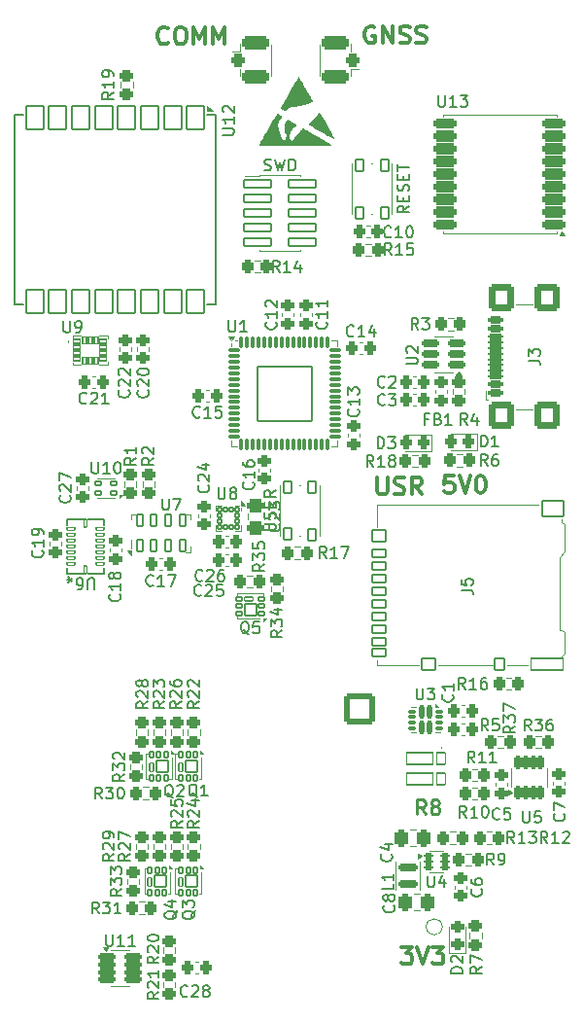
<source format=gbr>
%TF.GenerationSoftware,KiCad,Pcbnew,9.0.0*%
%TF.CreationDate,2025-06-08T22:37:43-05:00*%
%TF.ProjectId,flight-computer-one,666c6967-6874-42d6-936f-6d7075746572,rev?*%
%TF.SameCoordinates,Original*%
%TF.FileFunction,Legend,Top*%
%TF.FilePolarity,Positive*%
%FSLAX46Y46*%
G04 Gerber Fmt 4.6, Leading zero omitted, Abs format (unit mm)*
G04 Created by KiCad (PCBNEW 9.0.0) date 2025-06-08 22:37:43*
%MOMM*%
%LPD*%
G01*
G04 APERTURE LIST*
G04 Aperture macros list*
%AMRoundRect*
0 Rectangle with rounded corners*
0 $1 Rounding radius*
0 $2 $3 $4 $5 $6 $7 $8 $9 X,Y pos of 4 corners*
0 Add a 4 corners polygon primitive as box body*
4,1,4,$2,$3,$4,$5,$6,$7,$8,$9,$2,$3,0*
0 Add four circle primitives for the rounded corners*
1,1,$1+$1,$2,$3*
1,1,$1+$1,$4,$5*
1,1,$1+$1,$6,$7*
1,1,$1+$1,$8,$9*
0 Add four rect primitives between the rounded corners*
20,1,$1+$1,$2,$3,$4,$5,0*
20,1,$1+$1,$4,$5,$6,$7,0*
20,1,$1+$1,$6,$7,$8,$9,0*
20,1,$1+$1,$8,$9,$2,$3,0*%
G04 Aperture macros list end*
%ADD10C,0.300000*%
%ADD11C,0.150000*%
%ADD12C,0.254000*%
%ADD13C,0.120000*%
%ADD14C,0.100000*%
%ADD15C,0.152400*%
%ADD16C,0.010000*%
%ADD17RoundRect,0.263100X0.288100X-0.263100X0.288100X0.263100X-0.288100X0.263100X-0.288100X-0.263100X0*%
%ADD18RoundRect,0.238100X-0.238100X-0.313100X0.238100X-0.313100X0.238100X0.313100X-0.238100X0.313100X0*%
%ADD19RoundRect,0.076200X-0.381000X-0.507000X0.381000X-0.507000X0.381000X0.507000X-0.381000X0.507000X0*%
%ADD20RoundRect,0.076200X-1.145000X0.507000X-1.145000X-0.507000X1.145000X-0.507000X1.145000X0.507000X0*%
%ADD21RoundRect,0.076200X-1.200000X-0.370000X1.200000X-0.370000X1.200000X0.370000X-1.200000X0.370000X0*%
%ADD22RoundRect,0.288100X-0.313100X-0.288100X0.313100X-0.288100X0.313100X0.288100X-0.313100X0.288100X0*%
%ADD23RoundRect,0.286286X-0.889914X-0.314914X0.889914X-0.314914X0.889914X0.314914X-0.889914X0.314914X0*%
%ADD24RoundRect,0.088100X-0.425600X-0.088100X0.425600X-0.088100X0.425600X0.088100X-0.425600X0.088100X0*%
%ADD25RoundRect,0.088100X-0.088100X-0.425600X0.088100X-0.425600X0.088100X0.425600X-0.088100X0.425600X0*%
%ADD26RoundRect,0.076200X-2.350000X-2.350000X2.350000X-2.350000X2.350000X2.350000X-2.350000X2.350000X0*%
%ADD27RoundRect,0.238100X0.238100X0.313100X-0.238100X0.313100X-0.238100X-0.313100X0.238100X-0.313100X0*%
%ADD28RoundRect,0.213100X0.763100X0.213100X-0.763100X0.213100X-0.763100X-0.213100X0.763100X-0.213100X0*%
%ADD29RoundRect,0.238100X0.738100X0.238100X-0.738100X0.238100X-0.738100X-0.238100X0.738100X-0.238100X0*%
%ADD30RoundRect,0.263100X-0.288100X0.263100X-0.288100X-0.263100X0.288100X-0.263100X0.288100X0.263100X0*%
%ADD31RoundRect,0.238100X0.313100X-0.238100X0.313100X0.238100X-0.313100X0.238100X-0.313100X-0.238100X0*%
%ADD32RoundRect,0.263100X-0.263100X-0.288100X0.263100X-0.288100X0.263100X0.288100X-0.263100X0.288100X0*%
%ADD33RoundRect,0.238100X-0.313100X0.238100X-0.313100X-0.238100X0.313100X-0.238100X0.313100X0.238100X0*%
%ADD34C,3.352400*%
%ADD35RoundRect,0.076200X-0.325000X0.525000X-0.325000X-0.525000X0.325000X-0.525000X0.325000X0.525000X0*%
%ADD36RoundRect,0.075551X-0.150649X0.225649X-0.150649X-0.225649X0.150649X-0.225649X0.150649X0.225649X0*%
%ADD37RoundRect,0.075551X-0.150649X0.375649X-0.150649X-0.375649X0.150649X-0.375649X0.150649X0.375649X0*%
%ADD38RoundRect,0.058427X-0.492773X0.517773X-0.492773X-0.517773X0.492773X-0.517773X0.492773X0.517773X0*%
%ADD39RoundRect,0.256850X-0.294350X0.256850X-0.294350X-0.256850X0.294350X-0.256850X0.294350X0.256850X0*%
%ADD40RoundRect,0.175600X-0.700600X0.175600X-0.700600X-0.175600X0.700600X-0.175600X0.700600X0.175600X0*%
%ADD41C,0.802400*%
%ADD42RoundRect,0.188100X0.463100X-0.188100X0.463100X0.188100X-0.463100X0.188100X-0.463100X-0.188100X0*%
%ADD43RoundRect,0.113100X0.538100X-0.113100X0.538100X0.113100X-0.538100X0.113100X-0.538100X-0.113100X0*%
%ADD44RoundRect,0.269050X0.807150X-0.897150X0.807150X0.897150X-0.807150X0.897150X-0.807150X-0.897150X0*%
%ADD45RoundRect,0.076200X-0.750000X1.000000X-0.750000X-1.000000X0.750000X-1.000000X0.750000X1.000000X0*%
%ADD46RoundRect,0.263100X0.263100X0.288100X-0.263100X0.288100X-0.263100X-0.288100X0.263100X-0.288100X0*%
%ADD47RoundRect,0.288100X0.313100X0.288100X-0.313100X0.288100X-0.313100X-0.288100X0.313100X-0.288100X0*%
%ADD48RoundRect,0.286286X0.889914X0.314914X-0.889914X0.314914X-0.889914X-0.314914X0.889914X-0.314914X0*%
%ADD49RoundRect,0.125600X-0.288100X-0.125600X0.288100X-0.125600X0.288100X0.125600X-0.288100X0.125600X0*%
%ADD50RoundRect,0.256850X0.256850X0.294350X-0.256850X0.294350X-0.256850X-0.294350X0.256850X-0.294350X0*%
%ADD51RoundRect,0.076200X0.250000X0.150000X-0.250000X0.150000X-0.250000X-0.150000X0.250000X-0.150000X0*%
%ADD52RoundRect,0.163100X-0.575600X-0.163100X0.575600X-0.163100X0.575600X0.163100X-0.575600X0.163100X0*%
%ADD53RoundRect,0.288100X0.288100X0.513100X-0.288100X0.513100X-0.288100X-0.513100X0.288100X-0.513100X0*%
%ADD54RoundRect,0.076200X0.600000X-0.350000X0.600000X0.350000X-0.600000X0.350000X-0.600000X-0.350000X0*%
%ADD55RoundRect,0.076200X0.400000X-0.500000X0.400000X0.500000X-0.400000X0.500000X-0.400000X-0.500000X0*%
%ADD56RoundRect,0.076200X0.600000X-0.500000X0.600000X0.500000X-0.600000X0.500000X-0.600000X-0.500000X0*%
%ADD57RoundRect,0.076200X1.400000X-0.500000X1.400000X0.500000X-1.400000X0.500000X-1.400000X-0.500000X0*%
%ADD58RoundRect,0.076200X0.950000X-0.650000X0.950000X0.650000X-0.950000X0.650000X-0.950000X-0.650000X0*%
%ADD59RoundRect,0.076200X0.300000X-0.150000X0.300000X0.150000X-0.300000X0.150000X-0.300000X-0.150000X0*%
%ADD60RoundRect,0.076200X-0.150000X-0.300000X0.150000X-0.300000X0.150000X0.300000X-0.150000X0.300000X0*%
%ADD61RoundRect,0.288100X-0.288100X-0.513100X0.288100X-0.513100X0.288100X0.513100X-0.288100X0.513100X0*%
%ADD62RoundRect,0.075551X0.225649X0.150649X-0.225649X0.150649X-0.225649X-0.150649X0.225649X-0.150649X0*%
%ADD63RoundRect,0.075551X0.375649X0.150649X-0.375649X0.150649X-0.375649X-0.150649X0.375649X-0.150649X0*%
%ADD64RoundRect,0.058427X0.517773X0.492773X-0.517773X0.492773X-0.517773X-0.492773X0.517773X-0.492773X0*%
%ADD65RoundRect,0.076200X0.275000X-0.475000X0.275000X0.475000X-0.275000X0.475000X-0.275000X-0.475000X0*%
%ADD66RoundRect,0.150600X0.150600X-0.450600X0.150600X0.450600X-0.150600X0.450600X-0.150600X-0.450600X0*%
%ADD67RoundRect,0.288100X-0.513100X0.288100X-0.513100X-0.288100X0.513100X-0.288100X0.513100X0.288100X0*%
%ADD68RoundRect,0.138100X-0.138100X0.463100X-0.138100X-0.463100X0.138100X-0.463100X0.138100X0.463100X0*%
%ADD69RoundRect,0.088100X-0.288100X0.088100X-0.288100X-0.088100X0.288100X-0.088100X0.288100X0.088100X0*%
%ADD70RoundRect,0.188100X0.550600X0.188100X-0.550600X0.188100X-0.550600X-0.188100X0.550600X-0.188100X0*%
%ADD71RoundRect,0.076200X0.337800X-0.127000X0.337800X0.127000X-0.337800X0.127000X-0.337800X-0.127000X0*%
%ADD72RoundRect,0.076200X0.337800X-0.126996X0.337800X0.126996X-0.337800X0.126996X-0.337800X-0.126996X0*%
%ADD73RoundRect,0.076200X0.337800X-0.126999X0.337800X0.126999X-0.337800X0.126999X-0.337800X-0.126999X0*%
%ADD74RoundRect,0.076200X0.127000X0.335000X-0.127000X0.335000X-0.127000X-0.335000X0.127000X-0.335000X0*%
%ADD75RoundRect,0.256850X0.294350X-0.256850X0.294350X0.256850X-0.294350X0.256850X-0.294350X-0.256850X0*%
%ADD76C,1.152400*%
%ADD77RoundRect,0.076200X-0.175000X0.187500X-0.175000X-0.187500X0.175000X-0.187500X0.175000X0.187500X0*%
%ADD78RoundRect,0.076200X-0.187500X-0.175000X0.187500X-0.175000X0.187500X0.175000X-0.187500X0.175000X0*%
%ADD79RoundRect,0.264654X1.111546X-1.111546X1.111546X1.111546X-1.111546X1.111546X-1.111546X-1.111546X0*%
%ADD80C,2.752400*%
%ADD81RoundRect,0.264654X-1.111546X1.111546X-1.111546X-1.111546X1.111546X-1.111546X1.111546X1.111546X0*%
G04 APERTURE END LIST*
D10*
X155661653Y-121500828D02*
X156590225Y-121500828D01*
X156590225Y-121500828D02*
X156090225Y-122072257D01*
X156090225Y-122072257D02*
X156304510Y-122072257D01*
X156304510Y-122072257D02*
X156447368Y-122143685D01*
X156447368Y-122143685D02*
X156518796Y-122215114D01*
X156518796Y-122215114D02*
X156590225Y-122357971D01*
X156590225Y-122357971D02*
X156590225Y-122715114D01*
X156590225Y-122715114D02*
X156518796Y-122857971D01*
X156518796Y-122857971D02*
X156447368Y-122929400D01*
X156447368Y-122929400D02*
X156304510Y-123000828D01*
X156304510Y-123000828D02*
X155875939Y-123000828D01*
X155875939Y-123000828D02*
X155733082Y-122929400D01*
X155733082Y-122929400D02*
X155661653Y-122857971D01*
X157018796Y-121500828D02*
X157518796Y-123000828D01*
X157518796Y-123000828D02*
X158018796Y-121500828D01*
X158375938Y-121500828D02*
X159304510Y-121500828D01*
X159304510Y-121500828D02*
X158804510Y-122072257D01*
X158804510Y-122072257D02*
X159018795Y-122072257D01*
X159018795Y-122072257D02*
X159161653Y-122143685D01*
X159161653Y-122143685D02*
X159233081Y-122215114D01*
X159233081Y-122215114D02*
X159304510Y-122357971D01*
X159304510Y-122357971D02*
X159304510Y-122715114D01*
X159304510Y-122715114D02*
X159233081Y-122857971D01*
X159233081Y-122857971D02*
X159161653Y-122929400D01*
X159161653Y-122929400D02*
X159018795Y-123000828D01*
X159018795Y-123000828D02*
X158590224Y-123000828D01*
X158590224Y-123000828D02*
X158447367Y-122929400D01*
X158447367Y-122929400D02*
X158375938Y-122857971D01*
X160181296Y-80488328D02*
X159467010Y-80488328D01*
X159467010Y-80488328D02*
X159395582Y-81202614D01*
X159395582Y-81202614D02*
X159467010Y-81131185D01*
X159467010Y-81131185D02*
X159609868Y-81059757D01*
X159609868Y-81059757D02*
X159967010Y-81059757D01*
X159967010Y-81059757D02*
X160109868Y-81131185D01*
X160109868Y-81131185D02*
X160181296Y-81202614D01*
X160181296Y-81202614D02*
X160252725Y-81345471D01*
X160252725Y-81345471D02*
X160252725Y-81702614D01*
X160252725Y-81702614D02*
X160181296Y-81845471D01*
X160181296Y-81845471D02*
X160109868Y-81916900D01*
X160109868Y-81916900D02*
X159967010Y-81988328D01*
X159967010Y-81988328D02*
X159609868Y-81988328D01*
X159609868Y-81988328D02*
X159467010Y-81916900D01*
X159467010Y-81916900D02*
X159395582Y-81845471D01*
X160681296Y-80488328D02*
X161181296Y-81988328D01*
X161181296Y-81988328D02*
X161681296Y-80488328D01*
X162467010Y-80488328D02*
X162609867Y-80488328D01*
X162609867Y-80488328D02*
X162752724Y-80559757D01*
X162752724Y-80559757D02*
X162824153Y-80631185D01*
X162824153Y-80631185D02*
X162895581Y-80774042D01*
X162895581Y-80774042D02*
X162967010Y-81059757D01*
X162967010Y-81059757D02*
X162967010Y-81416900D01*
X162967010Y-81416900D02*
X162895581Y-81702614D01*
X162895581Y-81702614D02*
X162824153Y-81845471D01*
X162824153Y-81845471D02*
X162752724Y-81916900D01*
X162752724Y-81916900D02*
X162609867Y-81988328D01*
X162609867Y-81988328D02*
X162467010Y-81988328D01*
X162467010Y-81988328D02*
X162324153Y-81916900D01*
X162324153Y-81916900D02*
X162252724Y-81845471D01*
X162252724Y-81845471D02*
X162181295Y-81702614D01*
X162181295Y-81702614D02*
X162109867Y-81416900D01*
X162109867Y-81416900D02*
X162109867Y-81059757D01*
X162109867Y-81059757D02*
X162181295Y-80774042D01*
X162181295Y-80774042D02*
X162252724Y-80631185D01*
X162252724Y-80631185D02*
X162324153Y-80559757D01*
X162324153Y-80559757D02*
X162467010Y-80488328D01*
X153290225Y-41397257D02*
X153147368Y-41325828D01*
X153147368Y-41325828D02*
X152933082Y-41325828D01*
X152933082Y-41325828D02*
X152718796Y-41397257D01*
X152718796Y-41397257D02*
X152575939Y-41540114D01*
X152575939Y-41540114D02*
X152504510Y-41682971D01*
X152504510Y-41682971D02*
X152433082Y-41968685D01*
X152433082Y-41968685D02*
X152433082Y-42182971D01*
X152433082Y-42182971D02*
X152504510Y-42468685D01*
X152504510Y-42468685D02*
X152575939Y-42611542D01*
X152575939Y-42611542D02*
X152718796Y-42754400D01*
X152718796Y-42754400D02*
X152933082Y-42825828D01*
X152933082Y-42825828D02*
X153075939Y-42825828D01*
X153075939Y-42825828D02*
X153290225Y-42754400D01*
X153290225Y-42754400D02*
X153361653Y-42682971D01*
X153361653Y-42682971D02*
X153361653Y-42182971D01*
X153361653Y-42182971D02*
X153075939Y-42182971D01*
X154004510Y-42825828D02*
X154004510Y-41325828D01*
X154004510Y-41325828D02*
X154861653Y-42825828D01*
X154861653Y-42825828D02*
X154861653Y-41325828D01*
X155504511Y-42754400D02*
X155718797Y-42825828D01*
X155718797Y-42825828D02*
X156075939Y-42825828D01*
X156075939Y-42825828D02*
X156218797Y-42754400D01*
X156218797Y-42754400D02*
X156290225Y-42682971D01*
X156290225Y-42682971D02*
X156361654Y-42540114D01*
X156361654Y-42540114D02*
X156361654Y-42397257D01*
X156361654Y-42397257D02*
X156290225Y-42254400D01*
X156290225Y-42254400D02*
X156218797Y-42182971D01*
X156218797Y-42182971D02*
X156075939Y-42111542D01*
X156075939Y-42111542D02*
X155790225Y-42040114D01*
X155790225Y-42040114D02*
X155647368Y-41968685D01*
X155647368Y-41968685D02*
X155575939Y-41897257D01*
X155575939Y-41897257D02*
X155504511Y-41754400D01*
X155504511Y-41754400D02*
X155504511Y-41611542D01*
X155504511Y-41611542D02*
X155575939Y-41468685D01*
X155575939Y-41468685D02*
X155647368Y-41397257D01*
X155647368Y-41397257D02*
X155790225Y-41325828D01*
X155790225Y-41325828D02*
X156147368Y-41325828D01*
X156147368Y-41325828D02*
X156361654Y-41397257D01*
X156933082Y-42754400D02*
X157147368Y-42825828D01*
X157147368Y-42825828D02*
X157504510Y-42825828D01*
X157504510Y-42825828D02*
X157647368Y-42754400D01*
X157647368Y-42754400D02*
X157718796Y-42682971D01*
X157718796Y-42682971D02*
X157790225Y-42540114D01*
X157790225Y-42540114D02*
X157790225Y-42397257D01*
X157790225Y-42397257D02*
X157718796Y-42254400D01*
X157718796Y-42254400D02*
X157647368Y-42182971D01*
X157647368Y-42182971D02*
X157504510Y-42111542D01*
X157504510Y-42111542D02*
X157218796Y-42040114D01*
X157218796Y-42040114D02*
X157075939Y-41968685D01*
X157075939Y-41968685D02*
X157004510Y-41897257D01*
X157004510Y-41897257D02*
X156933082Y-41754400D01*
X156933082Y-41754400D02*
X156933082Y-41611542D01*
X156933082Y-41611542D02*
X157004510Y-41468685D01*
X157004510Y-41468685D02*
X157075939Y-41397257D01*
X157075939Y-41397257D02*
X157218796Y-41325828D01*
X157218796Y-41325828D02*
X157575939Y-41325828D01*
X157575939Y-41325828D02*
X157790225Y-41397257D01*
X153554510Y-80600828D02*
X153554510Y-81815114D01*
X153554510Y-81815114D02*
X153625939Y-81957971D01*
X153625939Y-81957971D02*
X153697368Y-82029400D01*
X153697368Y-82029400D02*
X153840225Y-82100828D01*
X153840225Y-82100828D02*
X154125939Y-82100828D01*
X154125939Y-82100828D02*
X154268796Y-82029400D01*
X154268796Y-82029400D02*
X154340225Y-81957971D01*
X154340225Y-81957971D02*
X154411653Y-81815114D01*
X154411653Y-81815114D02*
X154411653Y-80600828D01*
X155054511Y-82029400D02*
X155268797Y-82100828D01*
X155268797Y-82100828D02*
X155625939Y-82100828D01*
X155625939Y-82100828D02*
X155768797Y-82029400D01*
X155768797Y-82029400D02*
X155840225Y-81957971D01*
X155840225Y-81957971D02*
X155911654Y-81815114D01*
X155911654Y-81815114D02*
X155911654Y-81672257D01*
X155911654Y-81672257D02*
X155840225Y-81529400D01*
X155840225Y-81529400D02*
X155768797Y-81457971D01*
X155768797Y-81457971D02*
X155625939Y-81386542D01*
X155625939Y-81386542D02*
X155340225Y-81315114D01*
X155340225Y-81315114D02*
X155197368Y-81243685D01*
X155197368Y-81243685D02*
X155125939Y-81172257D01*
X155125939Y-81172257D02*
X155054511Y-81029400D01*
X155054511Y-81029400D02*
X155054511Y-80886542D01*
X155054511Y-80886542D02*
X155125939Y-80743685D01*
X155125939Y-80743685D02*
X155197368Y-80672257D01*
X155197368Y-80672257D02*
X155340225Y-80600828D01*
X155340225Y-80600828D02*
X155697368Y-80600828D01*
X155697368Y-80600828D02*
X155911654Y-80672257D01*
X157411653Y-82100828D02*
X156911653Y-81386542D01*
X156554510Y-82100828D02*
X156554510Y-80600828D01*
X156554510Y-80600828D02*
X157125939Y-80600828D01*
X157125939Y-80600828D02*
X157268796Y-80672257D01*
X157268796Y-80672257D02*
X157340225Y-80743685D01*
X157340225Y-80743685D02*
X157411653Y-80886542D01*
X157411653Y-80886542D02*
X157411653Y-81100828D01*
X157411653Y-81100828D02*
X157340225Y-81243685D01*
X157340225Y-81243685D02*
X157268796Y-81315114D01*
X157268796Y-81315114D02*
X157125939Y-81386542D01*
X157125939Y-81386542D02*
X156554510Y-81386542D01*
X135311653Y-42757971D02*
X135240225Y-42829400D01*
X135240225Y-42829400D02*
X135025939Y-42900828D01*
X135025939Y-42900828D02*
X134883082Y-42900828D01*
X134883082Y-42900828D02*
X134668796Y-42829400D01*
X134668796Y-42829400D02*
X134525939Y-42686542D01*
X134525939Y-42686542D02*
X134454510Y-42543685D01*
X134454510Y-42543685D02*
X134383082Y-42257971D01*
X134383082Y-42257971D02*
X134383082Y-42043685D01*
X134383082Y-42043685D02*
X134454510Y-41757971D01*
X134454510Y-41757971D02*
X134525939Y-41615114D01*
X134525939Y-41615114D02*
X134668796Y-41472257D01*
X134668796Y-41472257D02*
X134883082Y-41400828D01*
X134883082Y-41400828D02*
X135025939Y-41400828D01*
X135025939Y-41400828D02*
X135240225Y-41472257D01*
X135240225Y-41472257D02*
X135311653Y-41543685D01*
X136240225Y-41400828D02*
X136525939Y-41400828D01*
X136525939Y-41400828D02*
X136668796Y-41472257D01*
X136668796Y-41472257D02*
X136811653Y-41615114D01*
X136811653Y-41615114D02*
X136883082Y-41900828D01*
X136883082Y-41900828D02*
X136883082Y-42400828D01*
X136883082Y-42400828D02*
X136811653Y-42686542D01*
X136811653Y-42686542D02*
X136668796Y-42829400D01*
X136668796Y-42829400D02*
X136525939Y-42900828D01*
X136525939Y-42900828D02*
X136240225Y-42900828D01*
X136240225Y-42900828D02*
X136097368Y-42829400D01*
X136097368Y-42829400D02*
X135954510Y-42686542D01*
X135954510Y-42686542D02*
X135883082Y-42400828D01*
X135883082Y-42400828D02*
X135883082Y-41900828D01*
X135883082Y-41900828D02*
X135954510Y-41615114D01*
X135954510Y-41615114D02*
X136097368Y-41472257D01*
X136097368Y-41472257D02*
X136240225Y-41400828D01*
X137525939Y-42900828D02*
X137525939Y-41400828D01*
X137525939Y-41400828D02*
X138025939Y-42472257D01*
X138025939Y-42472257D02*
X138525939Y-41400828D01*
X138525939Y-41400828D02*
X138525939Y-42900828D01*
X139240225Y-42900828D02*
X139240225Y-41400828D01*
X139240225Y-41400828D02*
X139740225Y-42472257D01*
X139740225Y-42472257D02*
X140240225Y-41400828D01*
X140240225Y-41400828D02*
X140240225Y-42900828D01*
D11*
X164193333Y-110319580D02*
X164145714Y-110367200D01*
X164145714Y-110367200D02*
X164002857Y-110414819D01*
X164002857Y-110414819D02*
X163907619Y-110414819D01*
X163907619Y-110414819D02*
X163764762Y-110367200D01*
X163764762Y-110367200D02*
X163669524Y-110271961D01*
X163669524Y-110271961D02*
X163621905Y-110176723D01*
X163621905Y-110176723D02*
X163574286Y-109986247D01*
X163574286Y-109986247D02*
X163574286Y-109843390D01*
X163574286Y-109843390D02*
X163621905Y-109652914D01*
X163621905Y-109652914D02*
X163669524Y-109557676D01*
X163669524Y-109557676D02*
X163764762Y-109462438D01*
X163764762Y-109462438D02*
X163907619Y-109414819D01*
X163907619Y-109414819D02*
X164002857Y-109414819D01*
X164002857Y-109414819D02*
X164145714Y-109462438D01*
X164145714Y-109462438D02*
X164193333Y-109510057D01*
X165098095Y-109414819D02*
X164621905Y-109414819D01*
X164621905Y-109414819D02*
X164574286Y-109891009D01*
X164574286Y-109891009D02*
X164621905Y-109843390D01*
X164621905Y-109843390D02*
X164717143Y-109795771D01*
X164717143Y-109795771D02*
X164955238Y-109795771D01*
X164955238Y-109795771D02*
X165050476Y-109843390D01*
X165050476Y-109843390D02*
X165098095Y-109891009D01*
X165098095Y-109891009D02*
X165145714Y-109986247D01*
X165145714Y-109986247D02*
X165145714Y-110224342D01*
X165145714Y-110224342D02*
X165098095Y-110319580D01*
X165098095Y-110319580D02*
X165050476Y-110367200D01*
X165050476Y-110367200D02*
X164955238Y-110414819D01*
X164955238Y-110414819D02*
X164717143Y-110414819D01*
X164717143Y-110414819D02*
X164621905Y-110367200D01*
X164621905Y-110367200D02*
X164574286Y-110319580D01*
X162007142Y-105464819D02*
X161673809Y-104988628D01*
X161435714Y-105464819D02*
X161435714Y-104464819D01*
X161435714Y-104464819D02*
X161816666Y-104464819D01*
X161816666Y-104464819D02*
X161911904Y-104512438D01*
X161911904Y-104512438D02*
X161959523Y-104560057D01*
X161959523Y-104560057D02*
X162007142Y-104655295D01*
X162007142Y-104655295D02*
X162007142Y-104798152D01*
X162007142Y-104798152D02*
X161959523Y-104893390D01*
X161959523Y-104893390D02*
X161911904Y-104941009D01*
X161911904Y-104941009D02*
X161816666Y-104988628D01*
X161816666Y-104988628D02*
X161435714Y-104988628D01*
X162959523Y-105464819D02*
X162388095Y-105464819D01*
X162673809Y-105464819D02*
X162673809Y-104464819D01*
X162673809Y-104464819D02*
X162578571Y-104607676D01*
X162578571Y-104607676D02*
X162483333Y-104702914D01*
X162483333Y-104702914D02*
X162388095Y-104750533D01*
X163911904Y-105464819D02*
X163340476Y-105464819D01*
X163626190Y-105464819D02*
X163626190Y-104464819D01*
X163626190Y-104464819D02*
X163530952Y-104607676D01*
X163530952Y-104607676D02*
X163435714Y-104702914D01*
X163435714Y-104702914D02*
X163340476Y-104750533D01*
X161307142Y-110234819D02*
X160973809Y-109758628D01*
X160735714Y-110234819D02*
X160735714Y-109234819D01*
X160735714Y-109234819D02*
X161116666Y-109234819D01*
X161116666Y-109234819D02*
X161211904Y-109282438D01*
X161211904Y-109282438D02*
X161259523Y-109330057D01*
X161259523Y-109330057D02*
X161307142Y-109425295D01*
X161307142Y-109425295D02*
X161307142Y-109568152D01*
X161307142Y-109568152D02*
X161259523Y-109663390D01*
X161259523Y-109663390D02*
X161211904Y-109711009D01*
X161211904Y-109711009D02*
X161116666Y-109758628D01*
X161116666Y-109758628D02*
X160735714Y-109758628D01*
X162259523Y-110234819D02*
X161688095Y-110234819D01*
X161973809Y-110234819D02*
X161973809Y-109234819D01*
X161973809Y-109234819D02*
X161878571Y-109377676D01*
X161878571Y-109377676D02*
X161783333Y-109472914D01*
X161783333Y-109472914D02*
X161688095Y-109520533D01*
X162878571Y-109234819D02*
X162973809Y-109234819D01*
X162973809Y-109234819D02*
X163069047Y-109282438D01*
X163069047Y-109282438D02*
X163116666Y-109330057D01*
X163116666Y-109330057D02*
X163164285Y-109425295D01*
X163164285Y-109425295D02*
X163211904Y-109615771D01*
X163211904Y-109615771D02*
X163211904Y-109853866D01*
X163211904Y-109853866D02*
X163164285Y-110044342D01*
X163164285Y-110044342D02*
X163116666Y-110139580D01*
X163116666Y-110139580D02*
X163069047Y-110187200D01*
X163069047Y-110187200D02*
X162973809Y-110234819D01*
X162973809Y-110234819D02*
X162878571Y-110234819D01*
X162878571Y-110234819D02*
X162783333Y-110187200D01*
X162783333Y-110187200D02*
X162735714Y-110139580D01*
X162735714Y-110139580D02*
X162688095Y-110044342D01*
X162688095Y-110044342D02*
X162640476Y-109853866D01*
X162640476Y-109853866D02*
X162640476Y-109615771D01*
X162640476Y-109615771D02*
X162688095Y-109425295D01*
X162688095Y-109425295D02*
X162735714Y-109330057D01*
X162735714Y-109330057D02*
X162783333Y-109282438D01*
X162783333Y-109282438D02*
X162878571Y-109234819D01*
D12*
X157738333Y-109964318D02*
X157314999Y-109359556D01*
X157012618Y-109964318D02*
X157012618Y-108694318D01*
X157012618Y-108694318D02*
X157496428Y-108694318D01*
X157496428Y-108694318D02*
X157617380Y-108754794D01*
X157617380Y-108754794D02*
X157677857Y-108815270D01*
X157677857Y-108815270D02*
X157738333Y-108936222D01*
X157738333Y-108936222D02*
X157738333Y-109117651D01*
X157738333Y-109117651D02*
X157677857Y-109238603D01*
X157677857Y-109238603D02*
X157617380Y-109299080D01*
X157617380Y-109299080D02*
X157496428Y-109359556D01*
X157496428Y-109359556D02*
X157012618Y-109359556D01*
X158464047Y-109238603D02*
X158343095Y-109178127D01*
X158343095Y-109178127D02*
X158282618Y-109117651D01*
X158282618Y-109117651D02*
X158222142Y-108996699D01*
X158222142Y-108996699D02*
X158222142Y-108936222D01*
X158222142Y-108936222D02*
X158282618Y-108815270D01*
X158282618Y-108815270D02*
X158343095Y-108754794D01*
X158343095Y-108754794D02*
X158464047Y-108694318D01*
X158464047Y-108694318D02*
X158705952Y-108694318D01*
X158705952Y-108694318D02*
X158826904Y-108754794D01*
X158826904Y-108754794D02*
X158887380Y-108815270D01*
X158887380Y-108815270D02*
X158947857Y-108936222D01*
X158947857Y-108936222D02*
X158947857Y-108996699D01*
X158947857Y-108996699D02*
X158887380Y-109117651D01*
X158887380Y-109117651D02*
X158826904Y-109178127D01*
X158826904Y-109178127D02*
X158705952Y-109238603D01*
X158705952Y-109238603D02*
X158464047Y-109238603D01*
X158464047Y-109238603D02*
X158343095Y-109299080D01*
X158343095Y-109299080D02*
X158282618Y-109359556D01*
X158282618Y-109359556D02*
X158222142Y-109480508D01*
X158222142Y-109480508D02*
X158222142Y-109722413D01*
X158222142Y-109722413D02*
X158282618Y-109843365D01*
X158282618Y-109843365D02*
X158343095Y-109903842D01*
X158343095Y-109903842D02*
X158464047Y-109964318D01*
X158464047Y-109964318D02*
X158705952Y-109964318D01*
X158705952Y-109964318D02*
X158826904Y-109903842D01*
X158826904Y-109903842D02*
X158887380Y-109843365D01*
X158887380Y-109843365D02*
X158947857Y-109722413D01*
X158947857Y-109722413D02*
X158947857Y-109480508D01*
X158947857Y-109480508D02*
X158887380Y-109359556D01*
X158887380Y-109359556D02*
X158826904Y-109299080D01*
X158826904Y-109299080D02*
X158705952Y-109238603D01*
D11*
X143692857Y-53857200D02*
X143835714Y-53904819D01*
X143835714Y-53904819D02*
X144073809Y-53904819D01*
X144073809Y-53904819D02*
X144169047Y-53857200D01*
X144169047Y-53857200D02*
X144216666Y-53809580D01*
X144216666Y-53809580D02*
X144264285Y-53714342D01*
X144264285Y-53714342D02*
X144264285Y-53619104D01*
X144264285Y-53619104D02*
X144216666Y-53523866D01*
X144216666Y-53523866D02*
X144169047Y-53476247D01*
X144169047Y-53476247D02*
X144073809Y-53428628D01*
X144073809Y-53428628D02*
X143883333Y-53381009D01*
X143883333Y-53381009D02*
X143788095Y-53333390D01*
X143788095Y-53333390D02*
X143740476Y-53285771D01*
X143740476Y-53285771D02*
X143692857Y-53190533D01*
X143692857Y-53190533D02*
X143692857Y-53095295D01*
X143692857Y-53095295D02*
X143740476Y-53000057D01*
X143740476Y-53000057D02*
X143788095Y-52952438D01*
X143788095Y-52952438D02*
X143883333Y-52904819D01*
X143883333Y-52904819D02*
X144121428Y-52904819D01*
X144121428Y-52904819D02*
X144264285Y-52952438D01*
X144597619Y-52904819D02*
X144835714Y-53904819D01*
X144835714Y-53904819D02*
X145026190Y-53190533D01*
X145026190Y-53190533D02*
X145216666Y-53904819D01*
X145216666Y-53904819D02*
X145454762Y-52904819D01*
X145835714Y-53904819D02*
X145835714Y-52904819D01*
X145835714Y-52904819D02*
X146073809Y-52904819D01*
X146073809Y-52904819D02*
X146216666Y-52952438D01*
X146216666Y-52952438D02*
X146311904Y-53047676D01*
X146311904Y-53047676D02*
X146359523Y-53142914D01*
X146359523Y-53142914D02*
X146407142Y-53333390D01*
X146407142Y-53333390D02*
X146407142Y-53476247D01*
X146407142Y-53476247D02*
X146359523Y-53666723D01*
X146359523Y-53666723D02*
X146311904Y-53761961D01*
X146311904Y-53761961D02*
X146216666Y-53857200D01*
X146216666Y-53857200D02*
X146073809Y-53904819D01*
X146073809Y-53904819D02*
X145835714Y-53904819D01*
X140588095Y-66954819D02*
X140588095Y-67764342D01*
X140588095Y-67764342D02*
X140635714Y-67859580D01*
X140635714Y-67859580D02*
X140683333Y-67907200D01*
X140683333Y-67907200D02*
X140778571Y-67954819D01*
X140778571Y-67954819D02*
X140969047Y-67954819D01*
X140969047Y-67954819D02*
X141064285Y-67907200D01*
X141064285Y-67907200D02*
X141111904Y-67859580D01*
X141111904Y-67859580D02*
X141159523Y-67764342D01*
X141159523Y-67764342D02*
X141159523Y-66954819D01*
X142159523Y-67954819D02*
X141588095Y-67954819D01*
X141873809Y-67954819D02*
X141873809Y-66954819D01*
X141873809Y-66954819D02*
X141778571Y-67097676D01*
X141778571Y-67097676D02*
X141683333Y-67192914D01*
X141683333Y-67192914D02*
X141588095Y-67240533D01*
X143714819Y-88162857D02*
X143238628Y-88496190D01*
X143714819Y-88734285D02*
X142714819Y-88734285D01*
X142714819Y-88734285D02*
X142714819Y-88353333D01*
X142714819Y-88353333D02*
X142762438Y-88258095D01*
X142762438Y-88258095D02*
X142810057Y-88210476D01*
X142810057Y-88210476D02*
X142905295Y-88162857D01*
X142905295Y-88162857D02*
X143048152Y-88162857D01*
X143048152Y-88162857D02*
X143143390Y-88210476D01*
X143143390Y-88210476D02*
X143191009Y-88258095D01*
X143191009Y-88258095D02*
X143238628Y-88353333D01*
X143238628Y-88353333D02*
X143238628Y-88734285D01*
X142714819Y-87829523D02*
X142714819Y-87210476D01*
X142714819Y-87210476D02*
X143095771Y-87543809D01*
X143095771Y-87543809D02*
X143095771Y-87400952D01*
X143095771Y-87400952D02*
X143143390Y-87305714D01*
X143143390Y-87305714D02*
X143191009Y-87258095D01*
X143191009Y-87258095D02*
X143286247Y-87210476D01*
X143286247Y-87210476D02*
X143524342Y-87210476D01*
X143524342Y-87210476D02*
X143619580Y-87258095D01*
X143619580Y-87258095D02*
X143667200Y-87305714D01*
X143667200Y-87305714D02*
X143714819Y-87400952D01*
X143714819Y-87400952D02*
X143714819Y-87686666D01*
X143714819Y-87686666D02*
X143667200Y-87781904D01*
X143667200Y-87781904D02*
X143619580Y-87829523D01*
X142714819Y-86305714D02*
X142714819Y-86781904D01*
X142714819Y-86781904D02*
X143191009Y-86829523D01*
X143191009Y-86829523D02*
X143143390Y-86781904D01*
X143143390Y-86781904D02*
X143095771Y-86686666D01*
X143095771Y-86686666D02*
X143095771Y-86448571D01*
X143095771Y-86448571D02*
X143143390Y-86353333D01*
X143143390Y-86353333D02*
X143191009Y-86305714D01*
X143191009Y-86305714D02*
X143286247Y-86258095D01*
X143286247Y-86258095D02*
X143524342Y-86258095D01*
X143524342Y-86258095D02*
X143619580Y-86305714D01*
X143619580Y-86305714D02*
X143667200Y-86353333D01*
X143667200Y-86353333D02*
X143714819Y-86448571D01*
X143714819Y-86448571D02*
X143714819Y-86686666D01*
X143714819Y-86686666D02*
X143667200Y-86781904D01*
X143667200Y-86781904D02*
X143619580Y-86829523D01*
X158861905Y-47354819D02*
X158861905Y-48164342D01*
X158861905Y-48164342D02*
X158909524Y-48259580D01*
X158909524Y-48259580D02*
X158957143Y-48307200D01*
X158957143Y-48307200D02*
X159052381Y-48354819D01*
X159052381Y-48354819D02*
X159242857Y-48354819D01*
X159242857Y-48354819D02*
X159338095Y-48307200D01*
X159338095Y-48307200D02*
X159385714Y-48259580D01*
X159385714Y-48259580D02*
X159433333Y-48164342D01*
X159433333Y-48164342D02*
X159433333Y-47354819D01*
X160433333Y-48354819D02*
X159861905Y-48354819D01*
X160147619Y-48354819D02*
X160147619Y-47354819D01*
X160147619Y-47354819D02*
X160052381Y-47497676D01*
X160052381Y-47497676D02*
X159957143Y-47592914D01*
X159957143Y-47592914D02*
X159861905Y-47640533D01*
X160766667Y-47354819D02*
X161385714Y-47354819D01*
X161385714Y-47354819D02*
X161052381Y-47735771D01*
X161052381Y-47735771D02*
X161195238Y-47735771D01*
X161195238Y-47735771D02*
X161290476Y-47783390D01*
X161290476Y-47783390D02*
X161338095Y-47831009D01*
X161338095Y-47831009D02*
X161385714Y-47926247D01*
X161385714Y-47926247D02*
X161385714Y-48164342D01*
X161385714Y-48164342D02*
X161338095Y-48259580D01*
X161338095Y-48259580D02*
X161290476Y-48307200D01*
X161290476Y-48307200D02*
X161195238Y-48354819D01*
X161195238Y-48354819D02*
X160909524Y-48354819D01*
X160909524Y-48354819D02*
X160814286Y-48307200D01*
X160814286Y-48307200D02*
X160766667Y-48259580D01*
X149089580Y-67092857D02*
X149137200Y-67140476D01*
X149137200Y-67140476D02*
X149184819Y-67283333D01*
X149184819Y-67283333D02*
X149184819Y-67378571D01*
X149184819Y-67378571D02*
X149137200Y-67521428D01*
X149137200Y-67521428D02*
X149041961Y-67616666D01*
X149041961Y-67616666D02*
X148946723Y-67664285D01*
X148946723Y-67664285D02*
X148756247Y-67711904D01*
X148756247Y-67711904D02*
X148613390Y-67711904D01*
X148613390Y-67711904D02*
X148422914Y-67664285D01*
X148422914Y-67664285D02*
X148327676Y-67616666D01*
X148327676Y-67616666D02*
X148232438Y-67521428D01*
X148232438Y-67521428D02*
X148184819Y-67378571D01*
X148184819Y-67378571D02*
X148184819Y-67283333D01*
X148184819Y-67283333D02*
X148232438Y-67140476D01*
X148232438Y-67140476D02*
X148280057Y-67092857D01*
X149184819Y-66140476D02*
X149184819Y-66711904D01*
X149184819Y-66426190D02*
X148184819Y-66426190D01*
X148184819Y-66426190D02*
X148327676Y-66521428D01*
X148327676Y-66521428D02*
X148422914Y-66616666D01*
X148422914Y-66616666D02*
X148470533Y-66711904D01*
X149184819Y-65188095D02*
X149184819Y-65759523D01*
X149184819Y-65473809D02*
X148184819Y-65473809D01*
X148184819Y-65473809D02*
X148327676Y-65569047D01*
X148327676Y-65569047D02*
X148422914Y-65664285D01*
X148422914Y-65664285D02*
X148470533Y-65759523D01*
X124337380Y-86982857D02*
X124385000Y-87030476D01*
X124385000Y-87030476D02*
X124432619Y-87173333D01*
X124432619Y-87173333D02*
X124432619Y-87268571D01*
X124432619Y-87268571D02*
X124385000Y-87411428D01*
X124385000Y-87411428D02*
X124289761Y-87506666D01*
X124289761Y-87506666D02*
X124194523Y-87554285D01*
X124194523Y-87554285D02*
X124004047Y-87601904D01*
X124004047Y-87601904D02*
X123861190Y-87601904D01*
X123861190Y-87601904D02*
X123670714Y-87554285D01*
X123670714Y-87554285D02*
X123575476Y-87506666D01*
X123575476Y-87506666D02*
X123480238Y-87411428D01*
X123480238Y-87411428D02*
X123432619Y-87268571D01*
X123432619Y-87268571D02*
X123432619Y-87173333D01*
X123432619Y-87173333D02*
X123480238Y-87030476D01*
X123480238Y-87030476D02*
X123527857Y-86982857D01*
X124432619Y-86030476D02*
X124432619Y-86601904D01*
X124432619Y-86316190D02*
X123432619Y-86316190D01*
X123432619Y-86316190D02*
X123575476Y-86411428D01*
X123575476Y-86411428D02*
X123670714Y-86506666D01*
X123670714Y-86506666D02*
X123718333Y-86601904D01*
X124432619Y-85554285D02*
X124432619Y-85363809D01*
X124432619Y-85363809D02*
X124385000Y-85268571D01*
X124385000Y-85268571D02*
X124337380Y-85220952D01*
X124337380Y-85220952D02*
X124194523Y-85125714D01*
X124194523Y-85125714D02*
X124004047Y-85078095D01*
X124004047Y-85078095D02*
X123623095Y-85078095D01*
X123623095Y-85078095D02*
X123527857Y-85125714D01*
X123527857Y-85125714D02*
X123480238Y-85173333D01*
X123480238Y-85173333D02*
X123432619Y-85268571D01*
X123432619Y-85268571D02*
X123432619Y-85459047D01*
X123432619Y-85459047D02*
X123480238Y-85554285D01*
X123480238Y-85554285D02*
X123527857Y-85601904D01*
X123527857Y-85601904D02*
X123623095Y-85649523D01*
X123623095Y-85649523D02*
X123861190Y-85649523D01*
X123861190Y-85649523D02*
X123956428Y-85601904D01*
X123956428Y-85601904D02*
X124004047Y-85554285D01*
X124004047Y-85554285D02*
X124051666Y-85459047D01*
X124051666Y-85459047D02*
X124051666Y-85268571D01*
X124051666Y-85268571D02*
X124004047Y-85173333D01*
X124004047Y-85173333D02*
X123956428Y-85125714D01*
X123956428Y-85125714D02*
X123861190Y-85078095D01*
X166947142Y-102674819D02*
X166613809Y-102198628D01*
X166375714Y-102674819D02*
X166375714Y-101674819D01*
X166375714Y-101674819D02*
X166756666Y-101674819D01*
X166756666Y-101674819D02*
X166851904Y-101722438D01*
X166851904Y-101722438D02*
X166899523Y-101770057D01*
X166899523Y-101770057D02*
X166947142Y-101865295D01*
X166947142Y-101865295D02*
X166947142Y-102008152D01*
X166947142Y-102008152D02*
X166899523Y-102103390D01*
X166899523Y-102103390D02*
X166851904Y-102151009D01*
X166851904Y-102151009D02*
X166756666Y-102198628D01*
X166756666Y-102198628D02*
X166375714Y-102198628D01*
X167280476Y-101674819D02*
X167899523Y-101674819D01*
X167899523Y-101674819D02*
X167566190Y-102055771D01*
X167566190Y-102055771D02*
X167709047Y-102055771D01*
X167709047Y-102055771D02*
X167804285Y-102103390D01*
X167804285Y-102103390D02*
X167851904Y-102151009D01*
X167851904Y-102151009D02*
X167899523Y-102246247D01*
X167899523Y-102246247D02*
X167899523Y-102484342D01*
X167899523Y-102484342D02*
X167851904Y-102579580D01*
X167851904Y-102579580D02*
X167804285Y-102627200D01*
X167804285Y-102627200D02*
X167709047Y-102674819D01*
X167709047Y-102674819D02*
X167423333Y-102674819D01*
X167423333Y-102674819D02*
X167328095Y-102627200D01*
X167328095Y-102627200D02*
X167280476Y-102579580D01*
X168756666Y-101674819D02*
X168566190Y-101674819D01*
X168566190Y-101674819D02*
X168470952Y-101722438D01*
X168470952Y-101722438D02*
X168423333Y-101770057D01*
X168423333Y-101770057D02*
X168328095Y-101912914D01*
X168328095Y-101912914D02*
X168280476Y-102103390D01*
X168280476Y-102103390D02*
X168280476Y-102484342D01*
X168280476Y-102484342D02*
X168328095Y-102579580D01*
X168328095Y-102579580D02*
X168375714Y-102627200D01*
X168375714Y-102627200D02*
X168470952Y-102674819D01*
X168470952Y-102674819D02*
X168661428Y-102674819D01*
X168661428Y-102674819D02*
X168756666Y-102627200D01*
X168756666Y-102627200D02*
X168804285Y-102579580D01*
X168804285Y-102579580D02*
X168851904Y-102484342D01*
X168851904Y-102484342D02*
X168851904Y-102246247D01*
X168851904Y-102246247D02*
X168804285Y-102151009D01*
X168804285Y-102151009D02*
X168756666Y-102103390D01*
X168756666Y-102103390D02*
X168661428Y-102055771D01*
X168661428Y-102055771D02*
X168470952Y-102055771D01*
X168470952Y-102055771D02*
X168375714Y-102103390D01*
X168375714Y-102103390D02*
X168328095Y-102151009D01*
X168328095Y-102151009D02*
X168280476Y-102246247D01*
X131524819Y-106467857D02*
X131048628Y-106801190D01*
X131524819Y-107039285D02*
X130524819Y-107039285D01*
X130524819Y-107039285D02*
X130524819Y-106658333D01*
X130524819Y-106658333D02*
X130572438Y-106563095D01*
X130572438Y-106563095D02*
X130620057Y-106515476D01*
X130620057Y-106515476D02*
X130715295Y-106467857D01*
X130715295Y-106467857D02*
X130858152Y-106467857D01*
X130858152Y-106467857D02*
X130953390Y-106515476D01*
X130953390Y-106515476D02*
X131001009Y-106563095D01*
X131001009Y-106563095D02*
X131048628Y-106658333D01*
X131048628Y-106658333D02*
X131048628Y-107039285D01*
X130524819Y-106134523D02*
X130524819Y-105515476D01*
X130524819Y-105515476D02*
X130905771Y-105848809D01*
X130905771Y-105848809D02*
X130905771Y-105705952D01*
X130905771Y-105705952D02*
X130953390Y-105610714D01*
X130953390Y-105610714D02*
X131001009Y-105563095D01*
X131001009Y-105563095D02*
X131096247Y-105515476D01*
X131096247Y-105515476D02*
X131334342Y-105515476D01*
X131334342Y-105515476D02*
X131429580Y-105563095D01*
X131429580Y-105563095D02*
X131477200Y-105610714D01*
X131477200Y-105610714D02*
X131524819Y-105705952D01*
X131524819Y-105705952D02*
X131524819Y-105991666D01*
X131524819Y-105991666D02*
X131477200Y-106086904D01*
X131477200Y-106086904D02*
X131429580Y-106134523D01*
X130620057Y-105134523D02*
X130572438Y-105086904D01*
X130572438Y-105086904D02*
X130524819Y-104991666D01*
X130524819Y-104991666D02*
X130524819Y-104753571D01*
X130524819Y-104753571D02*
X130572438Y-104658333D01*
X130572438Y-104658333D02*
X130620057Y-104610714D01*
X130620057Y-104610714D02*
X130715295Y-104563095D01*
X130715295Y-104563095D02*
X130810533Y-104563095D01*
X130810533Y-104563095D02*
X130953390Y-104610714D01*
X130953390Y-104610714D02*
X131524819Y-105182142D01*
X131524819Y-105182142D02*
X131524819Y-104563095D01*
X154732142Y-59639580D02*
X154684523Y-59687200D01*
X154684523Y-59687200D02*
X154541666Y-59734819D01*
X154541666Y-59734819D02*
X154446428Y-59734819D01*
X154446428Y-59734819D02*
X154303571Y-59687200D01*
X154303571Y-59687200D02*
X154208333Y-59591961D01*
X154208333Y-59591961D02*
X154160714Y-59496723D01*
X154160714Y-59496723D02*
X154113095Y-59306247D01*
X154113095Y-59306247D02*
X154113095Y-59163390D01*
X154113095Y-59163390D02*
X154160714Y-58972914D01*
X154160714Y-58972914D02*
X154208333Y-58877676D01*
X154208333Y-58877676D02*
X154303571Y-58782438D01*
X154303571Y-58782438D02*
X154446428Y-58734819D01*
X154446428Y-58734819D02*
X154541666Y-58734819D01*
X154541666Y-58734819D02*
X154684523Y-58782438D01*
X154684523Y-58782438D02*
X154732142Y-58830057D01*
X155684523Y-59734819D02*
X155113095Y-59734819D01*
X155398809Y-59734819D02*
X155398809Y-58734819D01*
X155398809Y-58734819D02*
X155303571Y-58877676D01*
X155303571Y-58877676D02*
X155208333Y-58972914D01*
X155208333Y-58972914D02*
X155113095Y-59020533D01*
X156303571Y-58734819D02*
X156398809Y-58734819D01*
X156398809Y-58734819D02*
X156494047Y-58782438D01*
X156494047Y-58782438D02*
X156541666Y-58830057D01*
X156541666Y-58830057D02*
X156589285Y-58925295D01*
X156589285Y-58925295D02*
X156636904Y-59115771D01*
X156636904Y-59115771D02*
X156636904Y-59353866D01*
X156636904Y-59353866D02*
X156589285Y-59544342D01*
X156589285Y-59544342D02*
X156541666Y-59639580D01*
X156541666Y-59639580D02*
X156494047Y-59687200D01*
X156494047Y-59687200D02*
X156398809Y-59734819D01*
X156398809Y-59734819D02*
X156303571Y-59734819D01*
X156303571Y-59734819D02*
X156208333Y-59687200D01*
X156208333Y-59687200D02*
X156160714Y-59639580D01*
X156160714Y-59639580D02*
X156113095Y-59544342D01*
X156113095Y-59544342D02*
X156065476Y-59353866D01*
X156065476Y-59353866D02*
X156065476Y-59115771D01*
X156065476Y-59115771D02*
X156113095Y-58925295D01*
X156113095Y-58925295D02*
X156160714Y-58830057D01*
X156160714Y-58830057D02*
X156208333Y-58782438D01*
X156208333Y-58782438D02*
X156303571Y-58734819D01*
X161383333Y-76054819D02*
X161050000Y-75578628D01*
X160811905Y-76054819D02*
X160811905Y-75054819D01*
X160811905Y-75054819D02*
X161192857Y-75054819D01*
X161192857Y-75054819D02*
X161288095Y-75102438D01*
X161288095Y-75102438D02*
X161335714Y-75150057D01*
X161335714Y-75150057D02*
X161383333Y-75245295D01*
X161383333Y-75245295D02*
X161383333Y-75388152D01*
X161383333Y-75388152D02*
X161335714Y-75483390D01*
X161335714Y-75483390D02*
X161288095Y-75531009D01*
X161288095Y-75531009D02*
X161192857Y-75578628D01*
X161192857Y-75578628D02*
X160811905Y-75578628D01*
X162240476Y-75388152D02*
X162240476Y-76054819D01*
X162002381Y-75007200D02*
X161764286Y-75721485D01*
X161764286Y-75721485D02*
X162383333Y-75721485D01*
X151482142Y-68279580D02*
X151434523Y-68327200D01*
X151434523Y-68327200D02*
X151291666Y-68374819D01*
X151291666Y-68374819D02*
X151196428Y-68374819D01*
X151196428Y-68374819D02*
X151053571Y-68327200D01*
X151053571Y-68327200D02*
X150958333Y-68231961D01*
X150958333Y-68231961D02*
X150910714Y-68136723D01*
X150910714Y-68136723D02*
X150863095Y-67946247D01*
X150863095Y-67946247D02*
X150863095Y-67803390D01*
X150863095Y-67803390D02*
X150910714Y-67612914D01*
X150910714Y-67612914D02*
X150958333Y-67517676D01*
X150958333Y-67517676D02*
X151053571Y-67422438D01*
X151053571Y-67422438D02*
X151196428Y-67374819D01*
X151196428Y-67374819D02*
X151291666Y-67374819D01*
X151291666Y-67374819D02*
X151434523Y-67422438D01*
X151434523Y-67422438D02*
X151482142Y-67470057D01*
X152434523Y-68374819D02*
X151863095Y-68374819D01*
X152148809Y-68374819D02*
X152148809Y-67374819D01*
X152148809Y-67374819D02*
X152053571Y-67517676D01*
X152053571Y-67517676D02*
X151958333Y-67612914D01*
X151958333Y-67612914D02*
X151863095Y-67660533D01*
X153291666Y-67708152D02*
X153291666Y-68374819D01*
X153053571Y-67327200D02*
X152815476Y-68041485D01*
X152815476Y-68041485D02*
X153434523Y-68041485D01*
X143684819Y-85224285D02*
X144494342Y-85224285D01*
X144494342Y-85224285D02*
X144589580Y-85176666D01*
X144589580Y-85176666D02*
X144637200Y-85129047D01*
X144637200Y-85129047D02*
X144684819Y-85033809D01*
X144684819Y-85033809D02*
X144684819Y-84843333D01*
X144684819Y-84843333D02*
X144637200Y-84748095D01*
X144637200Y-84748095D02*
X144589580Y-84700476D01*
X144589580Y-84700476D02*
X144494342Y-84652857D01*
X144494342Y-84652857D02*
X143684819Y-84652857D01*
X144637200Y-84224285D02*
X144684819Y-84081428D01*
X144684819Y-84081428D02*
X144684819Y-83843333D01*
X144684819Y-83843333D02*
X144637200Y-83748095D01*
X144637200Y-83748095D02*
X144589580Y-83700476D01*
X144589580Y-83700476D02*
X144494342Y-83652857D01*
X144494342Y-83652857D02*
X144399104Y-83652857D01*
X144399104Y-83652857D02*
X144303866Y-83700476D01*
X144303866Y-83700476D02*
X144256247Y-83748095D01*
X144256247Y-83748095D02*
X144208628Y-83843333D01*
X144208628Y-83843333D02*
X144161009Y-84033809D01*
X144161009Y-84033809D02*
X144113390Y-84129047D01*
X144113390Y-84129047D02*
X144065771Y-84176666D01*
X144065771Y-84176666D02*
X143970533Y-84224285D01*
X143970533Y-84224285D02*
X143875295Y-84224285D01*
X143875295Y-84224285D02*
X143780057Y-84176666D01*
X143780057Y-84176666D02*
X143732438Y-84129047D01*
X143732438Y-84129047D02*
X143684819Y-84033809D01*
X143684819Y-84033809D02*
X143684819Y-83795714D01*
X143684819Y-83795714D02*
X143732438Y-83652857D01*
X144161009Y-83224285D02*
X144161009Y-82890952D01*
X144684819Y-82748095D02*
X144684819Y-83224285D01*
X144684819Y-83224285D02*
X143684819Y-83224285D01*
X143684819Y-83224285D02*
X143684819Y-82748095D01*
X144684819Y-81748095D02*
X144208628Y-82081428D01*
X144684819Y-82319523D02*
X143684819Y-82319523D01*
X143684819Y-82319523D02*
X143684819Y-81938571D01*
X143684819Y-81938571D02*
X143732438Y-81843333D01*
X143732438Y-81843333D02*
X143780057Y-81795714D01*
X143780057Y-81795714D02*
X143875295Y-81748095D01*
X143875295Y-81748095D02*
X144018152Y-81748095D01*
X144018152Y-81748095D02*
X144113390Y-81795714D01*
X144113390Y-81795714D02*
X144161009Y-81843333D01*
X144161009Y-81843333D02*
X144208628Y-81938571D01*
X144208628Y-81938571D02*
X144208628Y-82319523D01*
X137650057Y-118345238D02*
X137602438Y-118440476D01*
X137602438Y-118440476D02*
X137507200Y-118535714D01*
X137507200Y-118535714D02*
X137364342Y-118678571D01*
X137364342Y-118678571D02*
X137316723Y-118773809D01*
X137316723Y-118773809D02*
X137316723Y-118869047D01*
X137554819Y-118821428D02*
X137507200Y-118916666D01*
X137507200Y-118916666D02*
X137411961Y-119011904D01*
X137411961Y-119011904D02*
X137221485Y-119059523D01*
X137221485Y-119059523D02*
X136888152Y-119059523D01*
X136888152Y-119059523D02*
X136697676Y-119011904D01*
X136697676Y-119011904D02*
X136602438Y-118916666D01*
X136602438Y-118916666D02*
X136554819Y-118821428D01*
X136554819Y-118821428D02*
X136554819Y-118630952D01*
X136554819Y-118630952D02*
X136602438Y-118535714D01*
X136602438Y-118535714D02*
X136697676Y-118440476D01*
X136697676Y-118440476D02*
X136888152Y-118392857D01*
X136888152Y-118392857D02*
X137221485Y-118392857D01*
X137221485Y-118392857D02*
X137411961Y-118440476D01*
X137411961Y-118440476D02*
X137507200Y-118535714D01*
X137507200Y-118535714D02*
X137554819Y-118630952D01*
X137554819Y-118630952D02*
X137554819Y-118821428D01*
X136554819Y-118059523D02*
X136554819Y-117440476D01*
X136554819Y-117440476D02*
X136935771Y-117773809D01*
X136935771Y-117773809D02*
X136935771Y-117630952D01*
X136935771Y-117630952D02*
X136983390Y-117535714D01*
X136983390Y-117535714D02*
X137031009Y-117488095D01*
X137031009Y-117488095D02*
X137126247Y-117440476D01*
X137126247Y-117440476D02*
X137364342Y-117440476D01*
X137364342Y-117440476D02*
X137459580Y-117488095D01*
X137459580Y-117488095D02*
X137507200Y-117535714D01*
X137507200Y-117535714D02*
X137554819Y-117630952D01*
X137554819Y-117630952D02*
X137554819Y-117916666D01*
X137554819Y-117916666D02*
X137507200Y-118011904D01*
X137507200Y-118011904D02*
X137459580Y-118059523D01*
X157966666Y-75531009D02*
X157633333Y-75531009D01*
X157633333Y-76054819D02*
X157633333Y-75054819D01*
X157633333Y-75054819D02*
X158109523Y-75054819D01*
X158823809Y-75531009D02*
X158966666Y-75578628D01*
X158966666Y-75578628D02*
X159014285Y-75626247D01*
X159014285Y-75626247D02*
X159061904Y-75721485D01*
X159061904Y-75721485D02*
X159061904Y-75864342D01*
X159061904Y-75864342D02*
X159014285Y-75959580D01*
X159014285Y-75959580D02*
X158966666Y-76007200D01*
X158966666Y-76007200D02*
X158871428Y-76054819D01*
X158871428Y-76054819D02*
X158490476Y-76054819D01*
X158490476Y-76054819D02*
X158490476Y-75054819D01*
X158490476Y-75054819D02*
X158823809Y-75054819D01*
X158823809Y-75054819D02*
X158919047Y-75102438D01*
X158919047Y-75102438D02*
X158966666Y-75150057D01*
X158966666Y-75150057D02*
X159014285Y-75245295D01*
X159014285Y-75245295D02*
X159014285Y-75340533D01*
X159014285Y-75340533D02*
X158966666Y-75435771D01*
X158966666Y-75435771D02*
X158919047Y-75483390D01*
X158919047Y-75483390D02*
X158823809Y-75531009D01*
X158823809Y-75531009D02*
X158490476Y-75531009D01*
X160014285Y-76054819D02*
X159442857Y-76054819D01*
X159728571Y-76054819D02*
X159728571Y-75054819D01*
X159728571Y-75054819D02*
X159633333Y-75197676D01*
X159633333Y-75197676D02*
X159538095Y-75292914D01*
X159538095Y-75292914D02*
X159442857Y-75340533D01*
X135754761Y-108500057D02*
X135659523Y-108452438D01*
X135659523Y-108452438D02*
X135564285Y-108357200D01*
X135564285Y-108357200D02*
X135421428Y-108214342D01*
X135421428Y-108214342D02*
X135326190Y-108166723D01*
X135326190Y-108166723D02*
X135230952Y-108166723D01*
X135278571Y-108404819D02*
X135183333Y-108357200D01*
X135183333Y-108357200D02*
X135088095Y-108261961D01*
X135088095Y-108261961D02*
X135040476Y-108071485D01*
X135040476Y-108071485D02*
X135040476Y-107738152D01*
X135040476Y-107738152D02*
X135088095Y-107547676D01*
X135088095Y-107547676D02*
X135183333Y-107452438D01*
X135183333Y-107452438D02*
X135278571Y-107404819D01*
X135278571Y-107404819D02*
X135469047Y-107404819D01*
X135469047Y-107404819D02*
X135564285Y-107452438D01*
X135564285Y-107452438D02*
X135659523Y-107547676D01*
X135659523Y-107547676D02*
X135707142Y-107738152D01*
X135707142Y-107738152D02*
X135707142Y-108071485D01*
X135707142Y-108071485D02*
X135659523Y-108261961D01*
X135659523Y-108261961D02*
X135564285Y-108357200D01*
X135564285Y-108357200D02*
X135469047Y-108404819D01*
X135469047Y-108404819D02*
X135278571Y-108404819D01*
X136088095Y-107500057D02*
X136135714Y-107452438D01*
X136135714Y-107452438D02*
X136230952Y-107404819D01*
X136230952Y-107404819D02*
X136469047Y-107404819D01*
X136469047Y-107404819D02*
X136564285Y-107452438D01*
X136564285Y-107452438D02*
X136611904Y-107500057D01*
X136611904Y-107500057D02*
X136659523Y-107595295D01*
X136659523Y-107595295D02*
X136659523Y-107690533D01*
X136659523Y-107690533D02*
X136611904Y-107833390D01*
X136611904Y-107833390D02*
X136040476Y-108404819D01*
X136040476Y-108404819D02*
X136659523Y-108404819D01*
X131879580Y-73042857D02*
X131927200Y-73090476D01*
X131927200Y-73090476D02*
X131974819Y-73233333D01*
X131974819Y-73233333D02*
X131974819Y-73328571D01*
X131974819Y-73328571D02*
X131927200Y-73471428D01*
X131927200Y-73471428D02*
X131831961Y-73566666D01*
X131831961Y-73566666D02*
X131736723Y-73614285D01*
X131736723Y-73614285D02*
X131546247Y-73661904D01*
X131546247Y-73661904D02*
X131403390Y-73661904D01*
X131403390Y-73661904D02*
X131212914Y-73614285D01*
X131212914Y-73614285D02*
X131117676Y-73566666D01*
X131117676Y-73566666D02*
X131022438Y-73471428D01*
X131022438Y-73471428D02*
X130974819Y-73328571D01*
X130974819Y-73328571D02*
X130974819Y-73233333D01*
X130974819Y-73233333D02*
X131022438Y-73090476D01*
X131022438Y-73090476D02*
X131070057Y-73042857D01*
X131070057Y-72661904D02*
X131022438Y-72614285D01*
X131022438Y-72614285D02*
X130974819Y-72519047D01*
X130974819Y-72519047D02*
X130974819Y-72280952D01*
X130974819Y-72280952D02*
X131022438Y-72185714D01*
X131022438Y-72185714D02*
X131070057Y-72138095D01*
X131070057Y-72138095D02*
X131165295Y-72090476D01*
X131165295Y-72090476D02*
X131260533Y-72090476D01*
X131260533Y-72090476D02*
X131403390Y-72138095D01*
X131403390Y-72138095D02*
X131974819Y-72709523D01*
X131974819Y-72709523D02*
X131974819Y-72090476D01*
X131070057Y-71709523D02*
X131022438Y-71661904D01*
X131022438Y-71661904D02*
X130974819Y-71566666D01*
X130974819Y-71566666D02*
X130974819Y-71328571D01*
X130974819Y-71328571D02*
X131022438Y-71233333D01*
X131022438Y-71233333D02*
X131070057Y-71185714D01*
X131070057Y-71185714D02*
X131165295Y-71138095D01*
X131165295Y-71138095D02*
X131260533Y-71138095D01*
X131260533Y-71138095D02*
X131403390Y-71185714D01*
X131403390Y-71185714D02*
X131974819Y-71757142D01*
X131974819Y-71757142D02*
X131974819Y-71138095D01*
X161217142Y-99059819D02*
X160883809Y-98583628D01*
X160645714Y-99059819D02*
X160645714Y-98059819D01*
X160645714Y-98059819D02*
X161026666Y-98059819D01*
X161026666Y-98059819D02*
X161121904Y-98107438D01*
X161121904Y-98107438D02*
X161169523Y-98155057D01*
X161169523Y-98155057D02*
X161217142Y-98250295D01*
X161217142Y-98250295D02*
X161217142Y-98393152D01*
X161217142Y-98393152D02*
X161169523Y-98488390D01*
X161169523Y-98488390D02*
X161121904Y-98536009D01*
X161121904Y-98536009D02*
X161026666Y-98583628D01*
X161026666Y-98583628D02*
X160645714Y-98583628D01*
X162169523Y-99059819D02*
X161598095Y-99059819D01*
X161883809Y-99059819D02*
X161883809Y-98059819D01*
X161883809Y-98059819D02*
X161788571Y-98202676D01*
X161788571Y-98202676D02*
X161693333Y-98297914D01*
X161693333Y-98297914D02*
X161598095Y-98345533D01*
X163026666Y-98059819D02*
X162836190Y-98059819D01*
X162836190Y-98059819D02*
X162740952Y-98107438D01*
X162740952Y-98107438D02*
X162693333Y-98155057D01*
X162693333Y-98155057D02*
X162598095Y-98297914D01*
X162598095Y-98297914D02*
X162550476Y-98488390D01*
X162550476Y-98488390D02*
X162550476Y-98869342D01*
X162550476Y-98869342D02*
X162598095Y-98964580D01*
X162598095Y-98964580D02*
X162645714Y-99012200D01*
X162645714Y-99012200D02*
X162740952Y-99059819D01*
X162740952Y-99059819D02*
X162931428Y-99059819D01*
X162931428Y-99059819D02*
X163026666Y-99012200D01*
X163026666Y-99012200D02*
X163074285Y-98964580D01*
X163074285Y-98964580D02*
X163121904Y-98869342D01*
X163121904Y-98869342D02*
X163121904Y-98631247D01*
X163121904Y-98631247D02*
X163074285Y-98536009D01*
X163074285Y-98536009D02*
X163026666Y-98488390D01*
X163026666Y-98488390D02*
X162931428Y-98440771D01*
X162931428Y-98440771D02*
X162740952Y-98440771D01*
X162740952Y-98440771D02*
X162645714Y-98488390D01*
X162645714Y-98488390D02*
X162598095Y-98536009D01*
X162598095Y-98536009D02*
X162550476Y-98631247D01*
X154914819Y-116006666D02*
X154914819Y-116482856D01*
X154914819Y-116482856D02*
X153914819Y-116482856D01*
X154914819Y-115149523D02*
X154914819Y-115720951D01*
X154914819Y-115435237D02*
X153914819Y-115435237D01*
X153914819Y-115435237D02*
X154057676Y-115530475D01*
X154057676Y-115530475D02*
X154152914Y-115625713D01*
X154152914Y-115625713D02*
X154200533Y-115720951D01*
X156304819Y-56972381D02*
X155828628Y-57305714D01*
X156304819Y-57543809D02*
X155304819Y-57543809D01*
X155304819Y-57543809D02*
X155304819Y-57162857D01*
X155304819Y-57162857D02*
X155352438Y-57067619D01*
X155352438Y-57067619D02*
X155400057Y-57020000D01*
X155400057Y-57020000D02*
X155495295Y-56972381D01*
X155495295Y-56972381D02*
X155638152Y-56972381D01*
X155638152Y-56972381D02*
X155733390Y-57020000D01*
X155733390Y-57020000D02*
X155781009Y-57067619D01*
X155781009Y-57067619D02*
X155828628Y-57162857D01*
X155828628Y-57162857D02*
X155828628Y-57543809D01*
X155781009Y-56543809D02*
X155781009Y-56210476D01*
X156304819Y-56067619D02*
X156304819Y-56543809D01*
X156304819Y-56543809D02*
X155304819Y-56543809D01*
X155304819Y-56543809D02*
X155304819Y-56067619D01*
X156257200Y-55686666D02*
X156304819Y-55543809D01*
X156304819Y-55543809D02*
X156304819Y-55305714D01*
X156304819Y-55305714D02*
X156257200Y-55210476D01*
X156257200Y-55210476D02*
X156209580Y-55162857D01*
X156209580Y-55162857D02*
X156114342Y-55115238D01*
X156114342Y-55115238D02*
X156019104Y-55115238D01*
X156019104Y-55115238D02*
X155923866Y-55162857D01*
X155923866Y-55162857D02*
X155876247Y-55210476D01*
X155876247Y-55210476D02*
X155828628Y-55305714D01*
X155828628Y-55305714D02*
X155781009Y-55496190D01*
X155781009Y-55496190D02*
X155733390Y-55591428D01*
X155733390Y-55591428D02*
X155685771Y-55639047D01*
X155685771Y-55639047D02*
X155590533Y-55686666D01*
X155590533Y-55686666D02*
X155495295Y-55686666D01*
X155495295Y-55686666D02*
X155400057Y-55639047D01*
X155400057Y-55639047D02*
X155352438Y-55591428D01*
X155352438Y-55591428D02*
X155304819Y-55496190D01*
X155304819Y-55496190D02*
X155304819Y-55258095D01*
X155304819Y-55258095D02*
X155352438Y-55115238D01*
X155781009Y-54686666D02*
X155781009Y-54353333D01*
X156304819Y-54210476D02*
X156304819Y-54686666D01*
X156304819Y-54686666D02*
X155304819Y-54686666D01*
X155304819Y-54686666D02*
X155304819Y-54210476D01*
X155304819Y-53924761D02*
X155304819Y-53353333D01*
X156304819Y-53639047D02*
X155304819Y-53639047D01*
X166704819Y-70433333D02*
X167419104Y-70433333D01*
X167419104Y-70433333D02*
X167561961Y-70480952D01*
X167561961Y-70480952D02*
X167657200Y-70576190D01*
X167657200Y-70576190D02*
X167704819Y-70719047D01*
X167704819Y-70719047D02*
X167704819Y-70814285D01*
X166704819Y-70052380D02*
X166704819Y-69433333D01*
X166704819Y-69433333D02*
X167085771Y-69766666D01*
X167085771Y-69766666D02*
X167085771Y-69623809D01*
X167085771Y-69623809D02*
X167133390Y-69528571D01*
X167133390Y-69528571D02*
X167181009Y-69480952D01*
X167181009Y-69480952D02*
X167276247Y-69433333D01*
X167276247Y-69433333D02*
X167514342Y-69433333D01*
X167514342Y-69433333D02*
X167609580Y-69480952D01*
X167609580Y-69480952D02*
X167657200Y-69528571D01*
X167657200Y-69528571D02*
X167704819Y-69623809D01*
X167704819Y-69623809D02*
X167704819Y-69909523D01*
X167704819Y-69909523D02*
X167657200Y-70004761D01*
X167657200Y-70004761D02*
X167609580Y-70052380D01*
X136100057Y-118345238D02*
X136052438Y-118440476D01*
X136052438Y-118440476D02*
X135957200Y-118535714D01*
X135957200Y-118535714D02*
X135814342Y-118678571D01*
X135814342Y-118678571D02*
X135766723Y-118773809D01*
X135766723Y-118773809D02*
X135766723Y-118869047D01*
X136004819Y-118821428D02*
X135957200Y-118916666D01*
X135957200Y-118916666D02*
X135861961Y-119011904D01*
X135861961Y-119011904D02*
X135671485Y-119059523D01*
X135671485Y-119059523D02*
X135338152Y-119059523D01*
X135338152Y-119059523D02*
X135147676Y-119011904D01*
X135147676Y-119011904D02*
X135052438Y-118916666D01*
X135052438Y-118916666D02*
X135004819Y-118821428D01*
X135004819Y-118821428D02*
X135004819Y-118630952D01*
X135004819Y-118630952D02*
X135052438Y-118535714D01*
X135052438Y-118535714D02*
X135147676Y-118440476D01*
X135147676Y-118440476D02*
X135338152Y-118392857D01*
X135338152Y-118392857D02*
X135671485Y-118392857D01*
X135671485Y-118392857D02*
X135861961Y-118440476D01*
X135861961Y-118440476D02*
X135957200Y-118535714D01*
X135957200Y-118535714D02*
X136004819Y-118630952D01*
X136004819Y-118630952D02*
X136004819Y-118821428D01*
X135338152Y-117535714D02*
X136004819Y-117535714D01*
X134957200Y-117773809D02*
X135671485Y-118011904D01*
X135671485Y-118011904D02*
X135671485Y-117392857D01*
X135004819Y-100142857D02*
X134528628Y-100476190D01*
X135004819Y-100714285D02*
X134004819Y-100714285D01*
X134004819Y-100714285D02*
X134004819Y-100333333D01*
X134004819Y-100333333D02*
X134052438Y-100238095D01*
X134052438Y-100238095D02*
X134100057Y-100190476D01*
X134100057Y-100190476D02*
X134195295Y-100142857D01*
X134195295Y-100142857D02*
X134338152Y-100142857D01*
X134338152Y-100142857D02*
X134433390Y-100190476D01*
X134433390Y-100190476D02*
X134481009Y-100238095D01*
X134481009Y-100238095D02*
X134528628Y-100333333D01*
X134528628Y-100333333D02*
X134528628Y-100714285D01*
X134100057Y-99761904D02*
X134052438Y-99714285D01*
X134052438Y-99714285D02*
X134004819Y-99619047D01*
X134004819Y-99619047D02*
X134004819Y-99380952D01*
X134004819Y-99380952D02*
X134052438Y-99285714D01*
X134052438Y-99285714D02*
X134100057Y-99238095D01*
X134100057Y-99238095D02*
X134195295Y-99190476D01*
X134195295Y-99190476D02*
X134290533Y-99190476D01*
X134290533Y-99190476D02*
X134433390Y-99238095D01*
X134433390Y-99238095D02*
X135004819Y-99809523D01*
X135004819Y-99809523D02*
X135004819Y-99190476D01*
X134004819Y-98857142D02*
X134004819Y-98238095D01*
X134004819Y-98238095D02*
X134385771Y-98571428D01*
X134385771Y-98571428D02*
X134385771Y-98428571D01*
X134385771Y-98428571D02*
X134433390Y-98333333D01*
X134433390Y-98333333D02*
X134481009Y-98285714D01*
X134481009Y-98285714D02*
X134576247Y-98238095D01*
X134576247Y-98238095D02*
X134814342Y-98238095D01*
X134814342Y-98238095D02*
X134909580Y-98285714D01*
X134909580Y-98285714D02*
X134957200Y-98333333D01*
X134957200Y-98333333D02*
X135004819Y-98428571D01*
X135004819Y-98428571D02*
X135004819Y-98714285D01*
X135004819Y-98714285D02*
X134957200Y-98809523D01*
X134957200Y-98809523D02*
X134909580Y-98857142D01*
X140054819Y-50788094D02*
X140864342Y-50788094D01*
X140864342Y-50788094D02*
X140959580Y-50740475D01*
X140959580Y-50740475D02*
X141007200Y-50692856D01*
X141007200Y-50692856D02*
X141054819Y-50597618D01*
X141054819Y-50597618D02*
X141054819Y-50407142D01*
X141054819Y-50407142D02*
X141007200Y-50311904D01*
X141007200Y-50311904D02*
X140959580Y-50264285D01*
X140959580Y-50264285D02*
X140864342Y-50216666D01*
X140864342Y-50216666D02*
X140054819Y-50216666D01*
X141054819Y-49216666D02*
X141054819Y-49788094D01*
X141054819Y-49502380D02*
X140054819Y-49502380D01*
X140054819Y-49502380D02*
X140197676Y-49597618D01*
X140197676Y-49597618D02*
X140292914Y-49692856D01*
X140292914Y-49692856D02*
X140340533Y-49788094D01*
X140150057Y-48835713D02*
X140102438Y-48788094D01*
X140102438Y-48788094D02*
X140054819Y-48692856D01*
X140054819Y-48692856D02*
X140054819Y-48454761D01*
X140054819Y-48454761D02*
X140102438Y-48359523D01*
X140102438Y-48359523D02*
X140150057Y-48311904D01*
X140150057Y-48311904D02*
X140245295Y-48264285D01*
X140245295Y-48264285D02*
X140340533Y-48264285D01*
X140340533Y-48264285D02*
X140483390Y-48311904D01*
X140483390Y-48311904D02*
X141054819Y-48883332D01*
X141054819Y-48883332D02*
X141054819Y-48264285D01*
X129282142Y-118599819D02*
X128948809Y-118123628D01*
X128710714Y-118599819D02*
X128710714Y-117599819D01*
X128710714Y-117599819D02*
X129091666Y-117599819D01*
X129091666Y-117599819D02*
X129186904Y-117647438D01*
X129186904Y-117647438D02*
X129234523Y-117695057D01*
X129234523Y-117695057D02*
X129282142Y-117790295D01*
X129282142Y-117790295D02*
X129282142Y-117933152D01*
X129282142Y-117933152D02*
X129234523Y-118028390D01*
X129234523Y-118028390D02*
X129186904Y-118076009D01*
X129186904Y-118076009D02*
X129091666Y-118123628D01*
X129091666Y-118123628D02*
X128710714Y-118123628D01*
X129615476Y-117599819D02*
X130234523Y-117599819D01*
X130234523Y-117599819D02*
X129901190Y-117980771D01*
X129901190Y-117980771D02*
X130044047Y-117980771D01*
X130044047Y-117980771D02*
X130139285Y-118028390D01*
X130139285Y-118028390D02*
X130186904Y-118076009D01*
X130186904Y-118076009D02*
X130234523Y-118171247D01*
X130234523Y-118171247D02*
X130234523Y-118409342D01*
X130234523Y-118409342D02*
X130186904Y-118504580D01*
X130186904Y-118504580D02*
X130139285Y-118552200D01*
X130139285Y-118552200D02*
X130044047Y-118599819D01*
X130044047Y-118599819D02*
X129758333Y-118599819D01*
X129758333Y-118599819D02*
X129663095Y-118552200D01*
X129663095Y-118552200D02*
X129615476Y-118504580D01*
X131186904Y-118599819D02*
X130615476Y-118599819D01*
X130901190Y-118599819D02*
X130901190Y-117599819D01*
X130901190Y-117599819D02*
X130805952Y-117742676D01*
X130805952Y-117742676D02*
X130710714Y-117837914D01*
X130710714Y-117837914D02*
X130615476Y-117885533D01*
X138087142Y-75329580D02*
X138039523Y-75377200D01*
X138039523Y-75377200D02*
X137896666Y-75424819D01*
X137896666Y-75424819D02*
X137801428Y-75424819D01*
X137801428Y-75424819D02*
X137658571Y-75377200D01*
X137658571Y-75377200D02*
X137563333Y-75281961D01*
X137563333Y-75281961D02*
X137515714Y-75186723D01*
X137515714Y-75186723D02*
X137468095Y-74996247D01*
X137468095Y-74996247D02*
X137468095Y-74853390D01*
X137468095Y-74853390D02*
X137515714Y-74662914D01*
X137515714Y-74662914D02*
X137563333Y-74567676D01*
X137563333Y-74567676D02*
X137658571Y-74472438D01*
X137658571Y-74472438D02*
X137801428Y-74424819D01*
X137801428Y-74424819D02*
X137896666Y-74424819D01*
X137896666Y-74424819D02*
X138039523Y-74472438D01*
X138039523Y-74472438D02*
X138087142Y-74520057D01*
X139039523Y-75424819D02*
X138468095Y-75424819D01*
X138753809Y-75424819D02*
X138753809Y-74424819D01*
X138753809Y-74424819D02*
X138658571Y-74567676D01*
X138658571Y-74567676D02*
X138563333Y-74662914D01*
X138563333Y-74662914D02*
X138468095Y-74710533D01*
X139944285Y-74424819D02*
X139468095Y-74424819D01*
X139468095Y-74424819D02*
X139420476Y-74901009D01*
X139420476Y-74901009D02*
X139468095Y-74853390D01*
X139468095Y-74853390D02*
X139563333Y-74805771D01*
X139563333Y-74805771D02*
X139801428Y-74805771D01*
X139801428Y-74805771D02*
X139896666Y-74853390D01*
X139896666Y-74853390D02*
X139944285Y-74901009D01*
X139944285Y-74901009D02*
X139991904Y-74996247D01*
X139991904Y-74996247D02*
X139991904Y-75234342D01*
X139991904Y-75234342D02*
X139944285Y-75329580D01*
X139944285Y-75329580D02*
X139896666Y-75377200D01*
X139896666Y-75377200D02*
X139801428Y-75424819D01*
X139801428Y-75424819D02*
X139563333Y-75424819D01*
X139563333Y-75424819D02*
X139468095Y-75377200D01*
X139468095Y-75377200D02*
X139420476Y-75329580D01*
X137007142Y-125759580D02*
X136959523Y-125807200D01*
X136959523Y-125807200D02*
X136816666Y-125854819D01*
X136816666Y-125854819D02*
X136721428Y-125854819D01*
X136721428Y-125854819D02*
X136578571Y-125807200D01*
X136578571Y-125807200D02*
X136483333Y-125711961D01*
X136483333Y-125711961D02*
X136435714Y-125616723D01*
X136435714Y-125616723D02*
X136388095Y-125426247D01*
X136388095Y-125426247D02*
X136388095Y-125283390D01*
X136388095Y-125283390D02*
X136435714Y-125092914D01*
X136435714Y-125092914D02*
X136483333Y-124997676D01*
X136483333Y-124997676D02*
X136578571Y-124902438D01*
X136578571Y-124902438D02*
X136721428Y-124854819D01*
X136721428Y-124854819D02*
X136816666Y-124854819D01*
X136816666Y-124854819D02*
X136959523Y-124902438D01*
X136959523Y-124902438D02*
X137007142Y-124950057D01*
X137388095Y-124950057D02*
X137435714Y-124902438D01*
X137435714Y-124902438D02*
X137530952Y-124854819D01*
X137530952Y-124854819D02*
X137769047Y-124854819D01*
X137769047Y-124854819D02*
X137864285Y-124902438D01*
X137864285Y-124902438D02*
X137911904Y-124950057D01*
X137911904Y-124950057D02*
X137959523Y-125045295D01*
X137959523Y-125045295D02*
X137959523Y-125140533D01*
X137959523Y-125140533D02*
X137911904Y-125283390D01*
X137911904Y-125283390D02*
X137340476Y-125854819D01*
X137340476Y-125854819D02*
X137959523Y-125854819D01*
X138530952Y-125283390D02*
X138435714Y-125235771D01*
X138435714Y-125235771D02*
X138388095Y-125188152D01*
X138388095Y-125188152D02*
X138340476Y-125092914D01*
X138340476Y-125092914D02*
X138340476Y-125045295D01*
X138340476Y-125045295D02*
X138388095Y-124950057D01*
X138388095Y-124950057D02*
X138435714Y-124902438D01*
X138435714Y-124902438D02*
X138530952Y-124854819D01*
X138530952Y-124854819D02*
X138721428Y-124854819D01*
X138721428Y-124854819D02*
X138816666Y-124902438D01*
X138816666Y-124902438D02*
X138864285Y-124950057D01*
X138864285Y-124950057D02*
X138911904Y-125045295D01*
X138911904Y-125045295D02*
X138911904Y-125092914D01*
X138911904Y-125092914D02*
X138864285Y-125188152D01*
X138864285Y-125188152D02*
X138816666Y-125235771D01*
X138816666Y-125235771D02*
X138721428Y-125283390D01*
X138721428Y-125283390D02*
X138530952Y-125283390D01*
X138530952Y-125283390D02*
X138435714Y-125331009D01*
X138435714Y-125331009D02*
X138388095Y-125378628D01*
X138388095Y-125378628D02*
X138340476Y-125473866D01*
X138340476Y-125473866D02*
X138340476Y-125664342D01*
X138340476Y-125664342D02*
X138388095Y-125759580D01*
X138388095Y-125759580D02*
X138435714Y-125807200D01*
X138435714Y-125807200D02*
X138530952Y-125854819D01*
X138530952Y-125854819D02*
X138721428Y-125854819D01*
X138721428Y-125854819D02*
X138816666Y-125807200D01*
X138816666Y-125807200D02*
X138864285Y-125759580D01*
X138864285Y-125759580D02*
X138911904Y-125664342D01*
X138911904Y-125664342D02*
X138911904Y-125473866D01*
X138911904Y-125473866D02*
X138864285Y-125378628D01*
X138864285Y-125378628D02*
X138816666Y-125331009D01*
X138816666Y-125331009D02*
X138721428Y-125283390D01*
X134017142Y-90019580D02*
X133969523Y-90067200D01*
X133969523Y-90067200D02*
X133826666Y-90114819D01*
X133826666Y-90114819D02*
X133731428Y-90114819D01*
X133731428Y-90114819D02*
X133588571Y-90067200D01*
X133588571Y-90067200D02*
X133493333Y-89971961D01*
X133493333Y-89971961D02*
X133445714Y-89876723D01*
X133445714Y-89876723D02*
X133398095Y-89686247D01*
X133398095Y-89686247D02*
X133398095Y-89543390D01*
X133398095Y-89543390D02*
X133445714Y-89352914D01*
X133445714Y-89352914D02*
X133493333Y-89257676D01*
X133493333Y-89257676D02*
X133588571Y-89162438D01*
X133588571Y-89162438D02*
X133731428Y-89114819D01*
X133731428Y-89114819D02*
X133826666Y-89114819D01*
X133826666Y-89114819D02*
X133969523Y-89162438D01*
X133969523Y-89162438D02*
X134017142Y-89210057D01*
X134969523Y-90114819D02*
X134398095Y-90114819D01*
X134683809Y-90114819D02*
X134683809Y-89114819D01*
X134683809Y-89114819D02*
X134588571Y-89257676D01*
X134588571Y-89257676D02*
X134493333Y-89352914D01*
X134493333Y-89352914D02*
X134398095Y-89400533D01*
X135302857Y-89114819D02*
X135969523Y-89114819D01*
X135969523Y-89114819D02*
X135540952Y-90114819D01*
X133554819Y-100142857D02*
X133078628Y-100476190D01*
X133554819Y-100714285D02*
X132554819Y-100714285D01*
X132554819Y-100714285D02*
X132554819Y-100333333D01*
X132554819Y-100333333D02*
X132602438Y-100238095D01*
X132602438Y-100238095D02*
X132650057Y-100190476D01*
X132650057Y-100190476D02*
X132745295Y-100142857D01*
X132745295Y-100142857D02*
X132888152Y-100142857D01*
X132888152Y-100142857D02*
X132983390Y-100190476D01*
X132983390Y-100190476D02*
X133031009Y-100238095D01*
X133031009Y-100238095D02*
X133078628Y-100333333D01*
X133078628Y-100333333D02*
X133078628Y-100714285D01*
X132650057Y-99761904D02*
X132602438Y-99714285D01*
X132602438Y-99714285D02*
X132554819Y-99619047D01*
X132554819Y-99619047D02*
X132554819Y-99380952D01*
X132554819Y-99380952D02*
X132602438Y-99285714D01*
X132602438Y-99285714D02*
X132650057Y-99238095D01*
X132650057Y-99238095D02*
X132745295Y-99190476D01*
X132745295Y-99190476D02*
X132840533Y-99190476D01*
X132840533Y-99190476D02*
X132983390Y-99238095D01*
X132983390Y-99238095D02*
X133554819Y-99809523D01*
X133554819Y-99809523D02*
X133554819Y-99190476D01*
X132983390Y-98619047D02*
X132935771Y-98714285D01*
X132935771Y-98714285D02*
X132888152Y-98761904D01*
X132888152Y-98761904D02*
X132792914Y-98809523D01*
X132792914Y-98809523D02*
X132745295Y-98809523D01*
X132745295Y-98809523D02*
X132650057Y-98761904D01*
X132650057Y-98761904D02*
X132602438Y-98714285D01*
X132602438Y-98714285D02*
X132554819Y-98619047D01*
X132554819Y-98619047D02*
X132554819Y-98428571D01*
X132554819Y-98428571D02*
X132602438Y-98333333D01*
X132602438Y-98333333D02*
X132650057Y-98285714D01*
X132650057Y-98285714D02*
X132745295Y-98238095D01*
X132745295Y-98238095D02*
X132792914Y-98238095D01*
X132792914Y-98238095D02*
X132888152Y-98285714D01*
X132888152Y-98285714D02*
X132935771Y-98333333D01*
X132935771Y-98333333D02*
X132983390Y-98428571D01*
X132983390Y-98428571D02*
X132983390Y-98619047D01*
X132983390Y-98619047D02*
X133031009Y-98714285D01*
X133031009Y-98714285D02*
X133078628Y-98761904D01*
X133078628Y-98761904D02*
X133173866Y-98809523D01*
X133173866Y-98809523D02*
X133364342Y-98809523D01*
X133364342Y-98809523D02*
X133459580Y-98761904D01*
X133459580Y-98761904D02*
X133507200Y-98714285D01*
X133507200Y-98714285D02*
X133554819Y-98619047D01*
X133554819Y-98619047D02*
X133554819Y-98428571D01*
X133554819Y-98428571D02*
X133507200Y-98333333D01*
X133507200Y-98333333D02*
X133459580Y-98285714D01*
X133459580Y-98285714D02*
X133364342Y-98238095D01*
X133364342Y-98238095D02*
X133173866Y-98238095D01*
X133173866Y-98238095D02*
X133078628Y-98285714D01*
X133078628Y-98285714D02*
X133031009Y-98333333D01*
X133031009Y-98333333D02*
X132983390Y-98428571D01*
X157918095Y-115304819D02*
X157918095Y-116114342D01*
X157918095Y-116114342D02*
X157965714Y-116209580D01*
X157965714Y-116209580D02*
X158013333Y-116257200D01*
X158013333Y-116257200D02*
X158108571Y-116304819D01*
X158108571Y-116304819D02*
X158299047Y-116304819D01*
X158299047Y-116304819D02*
X158394285Y-116257200D01*
X158394285Y-116257200D02*
X158441904Y-116209580D01*
X158441904Y-116209580D02*
X158489523Y-116114342D01*
X158489523Y-116114342D02*
X158489523Y-115304819D01*
X159394285Y-115638152D02*
X159394285Y-116304819D01*
X159156190Y-115257200D02*
X158918095Y-115971485D01*
X158918095Y-115971485D02*
X159537142Y-115971485D01*
X154183333Y-74259580D02*
X154135714Y-74307200D01*
X154135714Y-74307200D02*
X153992857Y-74354819D01*
X153992857Y-74354819D02*
X153897619Y-74354819D01*
X153897619Y-74354819D02*
X153754762Y-74307200D01*
X153754762Y-74307200D02*
X153659524Y-74211961D01*
X153659524Y-74211961D02*
X153611905Y-74116723D01*
X153611905Y-74116723D02*
X153564286Y-73926247D01*
X153564286Y-73926247D02*
X153564286Y-73783390D01*
X153564286Y-73783390D02*
X153611905Y-73592914D01*
X153611905Y-73592914D02*
X153659524Y-73497676D01*
X153659524Y-73497676D02*
X153754762Y-73402438D01*
X153754762Y-73402438D02*
X153897619Y-73354819D01*
X153897619Y-73354819D02*
X153992857Y-73354819D01*
X153992857Y-73354819D02*
X154135714Y-73402438D01*
X154135714Y-73402438D02*
X154183333Y-73450057D01*
X154516667Y-73354819D02*
X155135714Y-73354819D01*
X155135714Y-73354819D02*
X154802381Y-73735771D01*
X154802381Y-73735771D02*
X154945238Y-73735771D01*
X154945238Y-73735771D02*
X155040476Y-73783390D01*
X155040476Y-73783390D02*
X155088095Y-73831009D01*
X155088095Y-73831009D02*
X155135714Y-73926247D01*
X155135714Y-73926247D02*
X155135714Y-74164342D01*
X155135714Y-74164342D02*
X155088095Y-74259580D01*
X155088095Y-74259580D02*
X155040476Y-74307200D01*
X155040476Y-74307200D02*
X154945238Y-74354819D01*
X154945238Y-74354819D02*
X154659524Y-74354819D01*
X154659524Y-74354819D02*
X154564286Y-74307200D01*
X154564286Y-74307200D02*
X154516667Y-74259580D01*
X133529580Y-73042857D02*
X133577200Y-73090476D01*
X133577200Y-73090476D02*
X133624819Y-73233333D01*
X133624819Y-73233333D02*
X133624819Y-73328571D01*
X133624819Y-73328571D02*
X133577200Y-73471428D01*
X133577200Y-73471428D02*
X133481961Y-73566666D01*
X133481961Y-73566666D02*
X133386723Y-73614285D01*
X133386723Y-73614285D02*
X133196247Y-73661904D01*
X133196247Y-73661904D02*
X133053390Y-73661904D01*
X133053390Y-73661904D02*
X132862914Y-73614285D01*
X132862914Y-73614285D02*
X132767676Y-73566666D01*
X132767676Y-73566666D02*
X132672438Y-73471428D01*
X132672438Y-73471428D02*
X132624819Y-73328571D01*
X132624819Y-73328571D02*
X132624819Y-73233333D01*
X132624819Y-73233333D02*
X132672438Y-73090476D01*
X132672438Y-73090476D02*
X132720057Y-73042857D01*
X132720057Y-72661904D02*
X132672438Y-72614285D01*
X132672438Y-72614285D02*
X132624819Y-72519047D01*
X132624819Y-72519047D02*
X132624819Y-72280952D01*
X132624819Y-72280952D02*
X132672438Y-72185714D01*
X132672438Y-72185714D02*
X132720057Y-72138095D01*
X132720057Y-72138095D02*
X132815295Y-72090476D01*
X132815295Y-72090476D02*
X132910533Y-72090476D01*
X132910533Y-72090476D02*
X133053390Y-72138095D01*
X133053390Y-72138095D02*
X133624819Y-72709523D01*
X133624819Y-72709523D02*
X133624819Y-72090476D01*
X132624819Y-71471428D02*
X132624819Y-71376190D01*
X132624819Y-71376190D02*
X132672438Y-71280952D01*
X132672438Y-71280952D02*
X132720057Y-71233333D01*
X132720057Y-71233333D02*
X132815295Y-71185714D01*
X132815295Y-71185714D02*
X133005771Y-71138095D01*
X133005771Y-71138095D02*
X133243866Y-71138095D01*
X133243866Y-71138095D02*
X133434342Y-71185714D01*
X133434342Y-71185714D02*
X133529580Y-71233333D01*
X133529580Y-71233333D02*
X133577200Y-71280952D01*
X133577200Y-71280952D02*
X133624819Y-71376190D01*
X133624819Y-71376190D02*
X133624819Y-71471428D01*
X133624819Y-71471428D02*
X133577200Y-71566666D01*
X133577200Y-71566666D02*
X133529580Y-71614285D01*
X133529580Y-71614285D02*
X133434342Y-71661904D01*
X133434342Y-71661904D02*
X133243866Y-71709523D01*
X133243866Y-71709523D02*
X133005771Y-71709523D01*
X133005771Y-71709523D02*
X132815295Y-71661904D01*
X132815295Y-71661904D02*
X132720057Y-71614285D01*
X132720057Y-71614285D02*
X132672438Y-71566666D01*
X132672438Y-71566666D02*
X132624819Y-71471428D01*
X137854761Y-108450057D02*
X137759523Y-108402438D01*
X137759523Y-108402438D02*
X137664285Y-108307200D01*
X137664285Y-108307200D02*
X137521428Y-108164342D01*
X137521428Y-108164342D02*
X137426190Y-108116723D01*
X137426190Y-108116723D02*
X137330952Y-108116723D01*
X137378571Y-108354819D02*
X137283333Y-108307200D01*
X137283333Y-108307200D02*
X137188095Y-108211961D01*
X137188095Y-108211961D02*
X137140476Y-108021485D01*
X137140476Y-108021485D02*
X137140476Y-107688152D01*
X137140476Y-107688152D02*
X137188095Y-107497676D01*
X137188095Y-107497676D02*
X137283333Y-107402438D01*
X137283333Y-107402438D02*
X137378571Y-107354819D01*
X137378571Y-107354819D02*
X137569047Y-107354819D01*
X137569047Y-107354819D02*
X137664285Y-107402438D01*
X137664285Y-107402438D02*
X137759523Y-107497676D01*
X137759523Y-107497676D02*
X137807142Y-107688152D01*
X137807142Y-107688152D02*
X137807142Y-108021485D01*
X137807142Y-108021485D02*
X137759523Y-108211961D01*
X137759523Y-108211961D02*
X137664285Y-108307200D01*
X137664285Y-108307200D02*
X137569047Y-108354819D01*
X137569047Y-108354819D02*
X137378571Y-108354819D01*
X138759523Y-108354819D02*
X138188095Y-108354819D01*
X138473809Y-108354819D02*
X138473809Y-107354819D01*
X138473809Y-107354819D02*
X138378571Y-107497676D01*
X138378571Y-107497676D02*
X138283333Y-107592914D01*
X138283333Y-107592914D02*
X138188095Y-107640533D01*
X165457142Y-112454819D02*
X165123809Y-111978628D01*
X164885714Y-112454819D02*
X164885714Y-111454819D01*
X164885714Y-111454819D02*
X165266666Y-111454819D01*
X165266666Y-111454819D02*
X165361904Y-111502438D01*
X165361904Y-111502438D02*
X165409523Y-111550057D01*
X165409523Y-111550057D02*
X165457142Y-111645295D01*
X165457142Y-111645295D02*
X165457142Y-111788152D01*
X165457142Y-111788152D02*
X165409523Y-111883390D01*
X165409523Y-111883390D02*
X165361904Y-111931009D01*
X165361904Y-111931009D02*
X165266666Y-111978628D01*
X165266666Y-111978628D02*
X164885714Y-111978628D01*
X166409523Y-112454819D02*
X165838095Y-112454819D01*
X166123809Y-112454819D02*
X166123809Y-111454819D01*
X166123809Y-111454819D02*
X166028571Y-111597676D01*
X166028571Y-111597676D02*
X165933333Y-111692914D01*
X165933333Y-111692914D02*
X165838095Y-111740533D01*
X166742857Y-111454819D02*
X167361904Y-111454819D01*
X167361904Y-111454819D02*
X167028571Y-111835771D01*
X167028571Y-111835771D02*
X167171428Y-111835771D01*
X167171428Y-111835771D02*
X167266666Y-111883390D01*
X167266666Y-111883390D02*
X167314285Y-111931009D01*
X167314285Y-111931009D02*
X167361904Y-112026247D01*
X167361904Y-112026247D02*
X167361904Y-112264342D01*
X167361904Y-112264342D02*
X167314285Y-112359580D01*
X167314285Y-112359580D02*
X167266666Y-112407200D01*
X167266666Y-112407200D02*
X167171428Y-112454819D01*
X167171428Y-112454819D02*
X166885714Y-112454819D01*
X166885714Y-112454819D02*
X166790476Y-112407200D01*
X166790476Y-112407200D02*
X166742857Y-112359580D01*
X142709580Y-81042857D02*
X142757200Y-81090476D01*
X142757200Y-81090476D02*
X142804819Y-81233333D01*
X142804819Y-81233333D02*
X142804819Y-81328571D01*
X142804819Y-81328571D02*
X142757200Y-81471428D01*
X142757200Y-81471428D02*
X142661961Y-81566666D01*
X142661961Y-81566666D02*
X142566723Y-81614285D01*
X142566723Y-81614285D02*
X142376247Y-81661904D01*
X142376247Y-81661904D02*
X142233390Y-81661904D01*
X142233390Y-81661904D02*
X142042914Y-81614285D01*
X142042914Y-81614285D02*
X141947676Y-81566666D01*
X141947676Y-81566666D02*
X141852438Y-81471428D01*
X141852438Y-81471428D02*
X141804819Y-81328571D01*
X141804819Y-81328571D02*
X141804819Y-81233333D01*
X141804819Y-81233333D02*
X141852438Y-81090476D01*
X141852438Y-81090476D02*
X141900057Y-81042857D01*
X142804819Y-80090476D02*
X142804819Y-80661904D01*
X142804819Y-80376190D02*
X141804819Y-80376190D01*
X141804819Y-80376190D02*
X141947676Y-80471428D01*
X141947676Y-80471428D02*
X142042914Y-80566666D01*
X142042914Y-80566666D02*
X142090533Y-80661904D01*
X141804819Y-79233333D02*
X141804819Y-79423809D01*
X141804819Y-79423809D02*
X141852438Y-79519047D01*
X141852438Y-79519047D02*
X141900057Y-79566666D01*
X141900057Y-79566666D02*
X142042914Y-79661904D01*
X142042914Y-79661904D02*
X142233390Y-79709523D01*
X142233390Y-79709523D02*
X142614342Y-79709523D01*
X142614342Y-79709523D02*
X142709580Y-79661904D01*
X142709580Y-79661904D02*
X142757200Y-79614285D01*
X142757200Y-79614285D02*
X142804819Y-79519047D01*
X142804819Y-79519047D02*
X142804819Y-79328571D01*
X142804819Y-79328571D02*
X142757200Y-79233333D01*
X142757200Y-79233333D02*
X142709580Y-79185714D01*
X142709580Y-79185714D02*
X142614342Y-79138095D01*
X142614342Y-79138095D02*
X142376247Y-79138095D01*
X142376247Y-79138095D02*
X142281009Y-79185714D01*
X142281009Y-79185714D02*
X142233390Y-79233333D01*
X142233390Y-79233333D02*
X142185771Y-79328571D01*
X142185771Y-79328571D02*
X142185771Y-79519047D01*
X142185771Y-79519047D02*
X142233390Y-79614285D01*
X142233390Y-79614285D02*
X142281009Y-79661904D01*
X142281009Y-79661904D02*
X142376247Y-79709523D01*
X138197142Y-90859580D02*
X138149523Y-90907200D01*
X138149523Y-90907200D02*
X138006666Y-90954819D01*
X138006666Y-90954819D02*
X137911428Y-90954819D01*
X137911428Y-90954819D02*
X137768571Y-90907200D01*
X137768571Y-90907200D02*
X137673333Y-90811961D01*
X137673333Y-90811961D02*
X137625714Y-90716723D01*
X137625714Y-90716723D02*
X137578095Y-90526247D01*
X137578095Y-90526247D02*
X137578095Y-90383390D01*
X137578095Y-90383390D02*
X137625714Y-90192914D01*
X137625714Y-90192914D02*
X137673333Y-90097676D01*
X137673333Y-90097676D02*
X137768571Y-90002438D01*
X137768571Y-90002438D02*
X137911428Y-89954819D01*
X137911428Y-89954819D02*
X138006666Y-89954819D01*
X138006666Y-89954819D02*
X138149523Y-90002438D01*
X138149523Y-90002438D02*
X138197142Y-90050057D01*
X138578095Y-90050057D02*
X138625714Y-90002438D01*
X138625714Y-90002438D02*
X138720952Y-89954819D01*
X138720952Y-89954819D02*
X138959047Y-89954819D01*
X138959047Y-89954819D02*
X139054285Y-90002438D01*
X139054285Y-90002438D02*
X139101904Y-90050057D01*
X139101904Y-90050057D02*
X139149523Y-90145295D01*
X139149523Y-90145295D02*
X139149523Y-90240533D01*
X139149523Y-90240533D02*
X139101904Y-90383390D01*
X139101904Y-90383390D02*
X138530476Y-90954819D01*
X138530476Y-90954819D02*
X139149523Y-90954819D01*
X140054285Y-89954819D02*
X139578095Y-89954819D01*
X139578095Y-89954819D02*
X139530476Y-90431009D01*
X139530476Y-90431009D02*
X139578095Y-90383390D01*
X139578095Y-90383390D02*
X139673333Y-90335771D01*
X139673333Y-90335771D02*
X139911428Y-90335771D01*
X139911428Y-90335771D02*
X140006666Y-90383390D01*
X140006666Y-90383390D02*
X140054285Y-90431009D01*
X140054285Y-90431009D02*
X140101904Y-90526247D01*
X140101904Y-90526247D02*
X140101904Y-90764342D01*
X140101904Y-90764342D02*
X140054285Y-90859580D01*
X140054285Y-90859580D02*
X140006666Y-90907200D01*
X140006666Y-90907200D02*
X139911428Y-90954819D01*
X139911428Y-90954819D02*
X139673333Y-90954819D01*
X139673333Y-90954819D02*
X139578095Y-90907200D01*
X139578095Y-90907200D02*
X139530476Y-90859580D01*
X130604819Y-113392857D02*
X130128628Y-113726190D01*
X130604819Y-113964285D02*
X129604819Y-113964285D01*
X129604819Y-113964285D02*
X129604819Y-113583333D01*
X129604819Y-113583333D02*
X129652438Y-113488095D01*
X129652438Y-113488095D02*
X129700057Y-113440476D01*
X129700057Y-113440476D02*
X129795295Y-113392857D01*
X129795295Y-113392857D02*
X129938152Y-113392857D01*
X129938152Y-113392857D02*
X130033390Y-113440476D01*
X130033390Y-113440476D02*
X130081009Y-113488095D01*
X130081009Y-113488095D02*
X130128628Y-113583333D01*
X130128628Y-113583333D02*
X130128628Y-113964285D01*
X129700057Y-113011904D02*
X129652438Y-112964285D01*
X129652438Y-112964285D02*
X129604819Y-112869047D01*
X129604819Y-112869047D02*
X129604819Y-112630952D01*
X129604819Y-112630952D02*
X129652438Y-112535714D01*
X129652438Y-112535714D02*
X129700057Y-112488095D01*
X129700057Y-112488095D02*
X129795295Y-112440476D01*
X129795295Y-112440476D02*
X129890533Y-112440476D01*
X129890533Y-112440476D02*
X130033390Y-112488095D01*
X130033390Y-112488095D02*
X130604819Y-113059523D01*
X130604819Y-113059523D02*
X130604819Y-112440476D01*
X130604819Y-111964285D02*
X130604819Y-111773809D01*
X130604819Y-111773809D02*
X130557200Y-111678571D01*
X130557200Y-111678571D02*
X130509580Y-111630952D01*
X130509580Y-111630952D02*
X130366723Y-111535714D01*
X130366723Y-111535714D02*
X130176247Y-111488095D01*
X130176247Y-111488095D02*
X129795295Y-111488095D01*
X129795295Y-111488095D02*
X129700057Y-111535714D01*
X129700057Y-111535714D02*
X129652438Y-111583333D01*
X129652438Y-111583333D02*
X129604819Y-111678571D01*
X129604819Y-111678571D02*
X129604819Y-111869047D01*
X129604819Y-111869047D02*
X129652438Y-111964285D01*
X129652438Y-111964285D02*
X129700057Y-112011904D01*
X129700057Y-112011904D02*
X129795295Y-112059523D01*
X129795295Y-112059523D02*
X130033390Y-112059523D01*
X130033390Y-112059523D02*
X130128628Y-112011904D01*
X130128628Y-112011904D02*
X130176247Y-111964285D01*
X130176247Y-111964285D02*
X130223866Y-111869047D01*
X130223866Y-111869047D02*
X130223866Y-111678571D01*
X130223866Y-111678571D02*
X130176247Y-111583333D01*
X130176247Y-111583333D02*
X130128628Y-111535714D01*
X130128628Y-111535714D02*
X130033390Y-111488095D01*
X153561905Y-78104819D02*
X153561905Y-77104819D01*
X153561905Y-77104819D02*
X153800000Y-77104819D01*
X153800000Y-77104819D02*
X153942857Y-77152438D01*
X153942857Y-77152438D02*
X154038095Y-77247676D01*
X154038095Y-77247676D02*
X154085714Y-77342914D01*
X154085714Y-77342914D02*
X154133333Y-77533390D01*
X154133333Y-77533390D02*
X154133333Y-77676247D01*
X154133333Y-77676247D02*
X154085714Y-77866723D01*
X154085714Y-77866723D02*
X154038095Y-77961961D01*
X154038095Y-77961961D02*
X153942857Y-78057200D01*
X153942857Y-78057200D02*
X153800000Y-78104819D01*
X153800000Y-78104819D02*
X153561905Y-78104819D01*
X154466667Y-77104819D02*
X155085714Y-77104819D01*
X155085714Y-77104819D02*
X154752381Y-77485771D01*
X154752381Y-77485771D02*
X154895238Y-77485771D01*
X154895238Y-77485771D02*
X154990476Y-77533390D01*
X154990476Y-77533390D02*
X155038095Y-77581009D01*
X155038095Y-77581009D02*
X155085714Y-77676247D01*
X155085714Y-77676247D02*
X155085714Y-77914342D01*
X155085714Y-77914342D02*
X155038095Y-78009580D01*
X155038095Y-78009580D02*
X154990476Y-78057200D01*
X154990476Y-78057200D02*
X154895238Y-78104819D01*
X154895238Y-78104819D02*
X154609524Y-78104819D01*
X154609524Y-78104819D02*
X154514286Y-78057200D01*
X154514286Y-78057200D02*
X154466667Y-78009580D01*
X163133333Y-79604819D02*
X162800000Y-79128628D01*
X162561905Y-79604819D02*
X162561905Y-78604819D01*
X162561905Y-78604819D02*
X162942857Y-78604819D01*
X162942857Y-78604819D02*
X163038095Y-78652438D01*
X163038095Y-78652438D02*
X163085714Y-78700057D01*
X163085714Y-78700057D02*
X163133333Y-78795295D01*
X163133333Y-78795295D02*
X163133333Y-78938152D01*
X163133333Y-78938152D02*
X163085714Y-79033390D01*
X163085714Y-79033390D02*
X163038095Y-79081009D01*
X163038095Y-79081009D02*
X162942857Y-79128628D01*
X162942857Y-79128628D02*
X162561905Y-79128628D01*
X163990476Y-78604819D02*
X163800000Y-78604819D01*
X163800000Y-78604819D02*
X163704762Y-78652438D01*
X163704762Y-78652438D02*
X163657143Y-78700057D01*
X163657143Y-78700057D02*
X163561905Y-78842914D01*
X163561905Y-78842914D02*
X163514286Y-79033390D01*
X163514286Y-79033390D02*
X163514286Y-79414342D01*
X163514286Y-79414342D02*
X163561905Y-79509580D01*
X163561905Y-79509580D02*
X163609524Y-79557200D01*
X163609524Y-79557200D02*
X163704762Y-79604819D01*
X163704762Y-79604819D02*
X163895238Y-79604819D01*
X163895238Y-79604819D02*
X163990476Y-79557200D01*
X163990476Y-79557200D02*
X164038095Y-79509580D01*
X164038095Y-79509580D02*
X164085714Y-79414342D01*
X164085714Y-79414342D02*
X164085714Y-79176247D01*
X164085714Y-79176247D02*
X164038095Y-79081009D01*
X164038095Y-79081009D02*
X163990476Y-79033390D01*
X163990476Y-79033390D02*
X163895238Y-78985771D01*
X163895238Y-78985771D02*
X163704762Y-78985771D01*
X163704762Y-78985771D02*
X163609524Y-79033390D01*
X163609524Y-79033390D02*
X163561905Y-79081009D01*
X163561905Y-79081009D02*
X163514286Y-79176247D01*
X163193333Y-102664819D02*
X162860000Y-102188628D01*
X162621905Y-102664819D02*
X162621905Y-101664819D01*
X162621905Y-101664819D02*
X163002857Y-101664819D01*
X163002857Y-101664819D02*
X163098095Y-101712438D01*
X163098095Y-101712438D02*
X163145714Y-101760057D01*
X163145714Y-101760057D02*
X163193333Y-101855295D01*
X163193333Y-101855295D02*
X163193333Y-101998152D01*
X163193333Y-101998152D02*
X163145714Y-102093390D01*
X163145714Y-102093390D02*
X163098095Y-102141009D01*
X163098095Y-102141009D02*
X163002857Y-102188628D01*
X163002857Y-102188628D02*
X162621905Y-102188628D01*
X164098095Y-101664819D02*
X163621905Y-101664819D01*
X163621905Y-101664819D02*
X163574286Y-102141009D01*
X163574286Y-102141009D02*
X163621905Y-102093390D01*
X163621905Y-102093390D02*
X163717143Y-102045771D01*
X163717143Y-102045771D02*
X163955238Y-102045771D01*
X163955238Y-102045771D02*
X164050476Y-102093390D01*
X164050476Y-102093390D02*
X164098095Y-102141009D01*
X164098095Y-102141009D02*
X164145714Y-102236247D01*
X164145714Y-102236247D02*
X164145714Y-102474342D01*
X164145714Y-102474342D02*
X164098095Y-102569580D01*
X164098095Y-102569580D02*
X164050476Y-102617200D01*
X164050476Y-102617200D02*
X163955238Y-102664819D01*
X163955238Y-102664819D02*
X163717143Y-102664819D01*
X163717143Y-102664819D02*
X163621905Y-102617200D01*
X163621905Y-102617200D02*
X163574286Y-102569580D01*
X128654405Y-79284819D02*
X128654405Y-80094342D01*
X128654405Y-80094342D02*
X128702024Y-80189580D01*
X128702024Y-80189580D02*
X128749643Y-80237200D01*
X128749643Y-80237200D02*
X128844881Y-80284819D01*
X128844881Y-80284819D02*
X129035357Y-80284819D01*
X129035357Y-80284819D02*
X129130595Y-80237200D01*
X129130595Y-80237200D02*
X129178214Y-80189580D01*
X129178214Y-80189580D02*
X129225833Y-80094342D01*
X129225833Y-80094342D02*
X129225833Y-79284819D01*
X130225833Y-80284819D02*
X129654405Y-80284819D01*
X129940119Y-80284819D02*
X129940119Y-79284819D01*
X129940119Y-79284819D02*
X129844881Y-79427676D01*
X129844881Y-79427676D02*
X129749643Y-79522914D01*
X129749643Y-79522914D02*
X129654405Y-79570533D01*
X130844881Y-79284819D02*
X130940119Y-79284819D01*
X130940119Y-79284819D02*
X131035357Y-79332438D01*
X131035357Y-79332438D02*
X131082976Y-79380057D01*
X131082976Y-79380057D02*
X131130595Y-79475295D01*
X131130595Y-79475295D02*
X131178214Y-79665771D01*
X131178214Y-79665771D02*
X131178214Y-79903866D01*
X131178214Y-79903866D02*
X131130595Y-80094342D01*
X131130595Y-80094342D02*
X131082976Y-80189580D01*
X131082976Y-80189580D02*
X131035357Y-80237200D01*
X131035357Y-80237200D02*
X130940119Y-80284819D01*
X130940119Y-80284819D02*
X130844881Y-80284819D01*
X130844881Y-80284819D02*
X130749643Y-80237200D01*
X130749643Y-80237200D02*
X130702024Y-80189580D01*
X130702024Y-80189580D02*
X130654405Y-80094342D01*
X130654405Y-80094342D02*
X130606786Y-79903866D01*
X130606786Y-79903866D02*
X130606786Y-79665771D01*
X130606786Y-79665771D02*
X130654405Y-79475295D01*
X130654405Y-79475295D02*
X130702024Y-79380057D01*
X130702024Y-79380057D02*
X130749643Y-79332438D01*
X130749643Y-79332438D02*
X130844881Y-79284819D01*
X130554819Y-47092857D02*
X130078628Y-47426190D01*
X130554819Y-47664285D02*
X129554819Y-47664285D01*
X129554819Y-47664285D02*
X129554819Y-47283333D01*
X129554819Y-47283333D02*
X129602438Y-47188095D01*
X129602438Y-47188095D02*
X129650057Y-47140476D01*
X129650057Y-47140476D02*
X129745295Y-47092857D01*
X129745295Y-47092857D02*
X129888152Y-47092857D01*
X129888152Y-47092857D02*
X129983390Y-47140476D01*
X129983390Y-47140476D02*
X130031009Y-47188095D01*
X130031009Y-47188095D02*
X130078628Y-47283333D01*
X130078628Y-47283333D02*
X130078628Y-47664285D01*
X130554819Y-46140476D02*
X130554819Y-46711904D01*
X130554819Y-46426190D02*
X129554819Y-46426190D01*
X129554819Y-46426190D02*
X129697676Y-46521428D01*
X129697676Y-46521428D02*
X129792914Y-46616666D01*
X129792914Y-46616666D02*
X129840533Y-46711904D01*
X130554819Y-45664285D02*
X130554819Y-45473809D01*
X130554819Y-45473809D02*
X130507200Y-45378571D01*
X130507200Y-45378571D02*
X130459580Y-45330952D01*
X130459580Y-45330952D02*
X130316723Y-45235714D01*
X130316723Y-45235714D02*
X130126247Y-45188095D01*
X130126247Y-45188095D02*
X129745295Y-45188095D01*
X129745295Y-45188095D02*
X129650057Y-45235714D01*
X129650057Y-45235714D02*
X129602438Y-45283333D01*
X129602438Y-45283333D02*
X129554819Y-45378571D01*
X129554819Y-45378571D02*
X129554819Y-45569047D01*
X129554819Y-45569047D02*
X129602438Y-45664285D01*
X129602438Y-45664285D02*
X129650057Y-45711904D01*
X129650057Y-45711904D02*
X129745295Y-45759523D01*
X129745295Y-45759523D02*
X129983390Y-45759523D01*
X129983390Y-45759523D02*
X130078628Y-45711904D01*
X130078628Y-45711904D02*
X130126247Y-45664285D01*
X130126247Y-45664285D02*
X130173866Y-45569047D01*
X130173866Y-45569047D02*
X130173866Y-45378571D01*
X130173866Y-45378571D02*
X130126247Y-45283333D01*
X130126247Y-45283333D02*
X130078628Y-45235714D01*
X130078628Y-45235714D02*
X129983390Y-45188095D01*
X138297142Y-89569580D02*
X138249523Y-89617200D01*
X138249523Y-89617200D02*
X138106666Y-89664819D01*
X138106666Y-89664819D02*
X138011428Y-89664819D01*
X138011428Y-89664819D02*
X137868571Y-89617200D01*
X137868571Y-89617200D02*
X137773333Y-89521961D01*
X137773333Y-89521961D02*
X137725714Y-89426723D01*
X137725714Y-89426723D02*
X137678095Y-89236247D01*
X137678095Y-89236247D02*
X137678095Y-89093390D01*
X137678095Y-89093390D02*
X137725714Y-88902914D01*
X137725714Y-88902914D02*
X137773333Y-88807676D01*
X137773333Y-88807676D02*
X137868571Y-88712438D01*
X137868571Y-88712438D02*
X138011428Y-88664819D01*
X138011428Y-88664819D02*
X138106666Y-88664819D01*
X138106666Y-88664819D02*
X138249523Y-88712438D01*
X138249523Y-88712438D02*
X138297142Y-88760057D01*
X138678095Y-88760057D02*
X138725714Y-88712438D01*
X138725714Y-88712438D02*
X138820952Y-88664819D01*
X138820952Y-88664819D02*
X139059047Y-88664819D01*
X139059047Y-88664819D02*
X139154285Y-88712438D01*
X139154285Y-88712438D02*
X139201904Y-88760057D01*
X139201904Y-88760057D02*
X139249523Y-88855295D01*
X139249523Y-88855295D02*
X139249523Y-88950533D01*
X139249523Y-88950533D02*
X139201904Y-89093390D01*
X139201904Y-89093390D02*
X138630476Y-89664819D01*
X138630476Y-89664819D02*
X139249523Y-89664819D01*
X140106666Y-88664819D02*
X139916190Y-88664819D01*
X139916190Y-88664819D02*
X139820952Y-88712438D01*
X139820952Y-88712438D02*
X139773333Y-88760057D01*
X139773333Y-88760057D02*
X139678095Y-88902914D01*
X139678095Y-88902914D02*
X139630476Y-89093390D01*
X139630476Y-89093390D02*
X139630476Y-89474342D01*
X139630476Y-89474342D02*
X139678095Y-89569580D01*
X139678095Y-89569580D02*
X139725714Y-89617200D01*
X139725714Y-89617200D02*
X139820952Y-89664819D01*
X139820952Y-89664819D02*
X140011428Y-89664819D01*
X140011428Y-89664819D02*
X140106666Y-89617200D01*
X140106666Y-89617200D02*
X140154285Y-89569580D01*
X140154285Y-89569580D02*
X140201904Y-89474342D01*
X140201904Y-89474342D02*
X140201904Y-89236247D01*
X140201904Y-89236247D02*
X140154285Y-89141009D01*
X140154285Y-89141009D02*
X140106666Y-89093390D01*
X140106666Y-89093390D02*
X140011428Y-89045771D01*
X140011428Y-89045771D02*
X139820952Y-89045771D01*
X139820952Y-89045771D02*
X139725714Y-89093390D01*
X139725714Y-89093390D02*
X139678095Y-89141009D01*
X139678095Y-89141009D02*
X139630476Y-89236247D01*
X153207142Y-79704819D02*
X152873809Y-79228628D01*
X152635714Y-79704819D02*
X152635714Y-78704819D01*
X152635714Y-78704819D02*
X153016666Y-78704819D01*
X153016666Y-78704819D02*
X153111904Y-78752438D01*
X153111904Y-78752438D02*
X153159523Y-78800057D01*
X153159523Y-78800057D02*
X153207142Y-78895295D01*
X153207142Y-78895295D02*
X153207142Y-79038152D01*
X153207142Y-79038152D02*
X153159523Y-79133390D01*
X153159523Y-79133390D02*
X153111904Y-79181009D01*
X153111904Y-79181009D02*
X153016666Y-79228628D01*
X153016666Y-79228628D02*
X152635714Y-79228628D01*
X154159523Y-79704819D02*
X153588095Y-79704819D01*
X153873809Y-79704819D02*
X153873809Y-78704819D01*
X153873809Y-78704819D02*
X153778571Y-78847676D01*
X153778571Y-78847676D02*
X153683333Y-78942914D01*
X153683333Y-78942914D02*
X153588095Y-78990533D01*
X154730952Y-79133390D02*
X154635714Y-79085771D01*
X154635714Y-79085771D02*
X154588095Y-79038152D01*
X154588095Y-79038152D02*
X154540476Y-78942914D01*
X154540476Y-78942914D02*
X154540476Y-78895295D01*
X154540476Y-78895295D02*
X154588095Y-78800057D01*
X154588095Y-78800057D02*
X154635714Y-78752438D01*
X154635714Y-78752438D02*
X154730952Y-78704819D01*
X154730952Y-78704819D02*
X154921428Y-78704819D01*
X154921428Y-78704819D02*
X155016666Y-78752438D01*
X155016666Y-78752438D02*
X155064285Y-78800057D01*
X155064285Y-78800057D02*
X155111904Y-78895295D01*
X155111904Y-78895295D02*
X155111904Y-78942914D01*
X155111904Y-78942914D02*
X155064285Y-79038152D01*
X155064285Y-79038152D02*
X155016666Y-79085771D01*
X155016666Y-79085771D02*
X154921428Y-79133390D01*
X154921428Y-79133390D02*
X154730952Y-79133390D01*
X154730952Y-79133390D02*
X154635714Y-79181009D01*
X154635714Y-79181009D02*
X154588095Y-79228628D01*
X154588095Y-79228628D02*
X154540476Y-79323866D01*
X154540476Y-79323866D02*
X154540476Y-79514342D01*
X154540476Y-79514342D02*
X154588095Y-79609580D01*
X154588095Y-79609580D02*
X154635714Y-79657200D01*
X154635714Y-79657200D02*
X154730952Y-79704819D01*
X154730952Y-79704819D02*
X154921428Y-79704819D01*
X154921428Y-79704819D02*
X155016666Y-79657200D01*
X155016666Y-79657200D02*
X155064285Y-79609580D01*
X155064285Y-79609580D02*
X155111904Y-79514342D01*
X155111904Y-79514342D02*
X155111904Y-79323866D01*
X155111904Y-79323866D02*
X155064285Y-79228628D01*
X155064285Y-79228628D02*
X155016666Y-79181009D01*
X155016666Y-79181009D02*
X154921428Y-79133390D01*
X169789580Y-109916666D02*
X169837200Y-109964285D01*
X169837200Y-109964285D02*
X169884819Y-110107142D01*
X169884819Y-110107142D02*
X169884819Y-110202380D01*
X169884819Y-110202380D02*
X169837200Y-110345237D01*
X169837200Y-110345237D02*
X169741961Y-110440475D01*
X169741961Y-110440475D02*
X169646723Y-110488094D01*
X169646723Y-110488094D02*
X169456247Y-110535713D01*
X169456247Y-110535713D02*
X169313390Y-110535713D01*
X169313390Y-110535713D02*
X169122914Y-110488094D01*
X169122914Y-110488094D02*
X169027676Y-110440475D01*
X169027676Y-110440475D02*
X168932438Y-110345237D01*
X168932438Y-110345237D02*
X168884819Y-110202380D01*
X168884819Y-110202380D02*
X168884819Y-110107142D01*
X168884819Y-110107142D02*
X168932438Y-109964285D01*
X168932438Y-109964285D02*
X168980057Y-109916666D01*
X168884819Y-109583332D02*
X168884819Y-108916666D01*
X168884819Y-108916666D02*
X169884819Y-109345237D01*
X132004819Y-113392857D02*
X131528628Y-113726190D01*
X132004819Y-113964285D02*
X131004819Y-113964285D01*
X131004819Y-113964285D02*
X131004819Y-113583333D01*
X131004819Y-113583333D02*
X131052438Y-113488095D01*
X131052438Y-113488095D02*
X131100057Y-113440476D01*
X131100057Y-113440476D02*
X131195295Y-113392857D01*
X131195295Y-113392857D02*
X131338152Y-113392857D01*
X131338152Y-113392857D02*
X131433390Y-113440476D01*
X131433390Y-113440476D02*
X131481009Y-113488095D01*
X131481009Y-113488095D02*
X131528628Y-113583333D01*
X131528628Y-113583333D02*
X131528628Y-113964285D01*
X131100057Y-113011904D02*
X131052438Y-112964285D01*
X131052438Y-112964285D02*
X131004819Y-112869047D01*
X131004819Y-112869047D02*
X131004819Y-112630952D01*
X131004819Y-112630952D02*
X131052438Y-112535714D01*
X131052438Y-112535714D02*
X131100057Y-112488095D01*
X131100057Y-112488095D02*
X131195295Y-112440476D01*
X131195295Y-112440476D02*
X131290533Y-112440476D01*
X131290533Y-112440476D02*
X131433390Y-112488095D01*
X131433390Y-112488095D02*
X132004819Y-113059523D01*
X132004819Y-113059523D02*
X132004819Y-112440476D01*
X131004819Y-112107142D02*
X131004819Y-111440476D01*
X131004819Y-111440476D02*
X132004819Y-111869047D01*
X129557142Y-108604819D02*
X129223809Y-108128628D01*
X128985714Y-108604819D02*
X128985714Y-107604819D01*
X128985714Y-107604819D02*
X129366666Y-107604819D01*
X129366666Y-107604819D02*
X129461904Y-107652438D01*
X129461904Y-107652438D02*
X129509523Y-107700057D01*
X129509523Y-107700057D02*
X129557142Y-107795295D01*
X129557142Y-107795295D02*
X129557142Y-107938152D01*
X129557142Y-107938152D02*
X129509523Y-108033390D01*
X129509523Y-108033390D02*
X129461904Y-108081009D01*
X129461904Y-108081009D02*
X129366666Y-108128628D01*
X129366666Y-108128628D02*
X128985714Y-108128628D01*
X129890476Y-107604819D02*
X130509523Y-107604819D01*
X130509523Y-107604819D02*
X130176190Y-107985771D01*
X130176190Y-107985771D02*
X130319047Y-107985771D01*
X130319047Y-107985771D02*
X130414285Y-108033390D01*
X130414285Y-108033390D02*
X130461904Y-108081009D01*
X130461904Y-108081009D02*
X130509523Y-108176247D01*
X130509523Y-108176247D02*
X130509523Y-108414342D01*
X130509523Y-108414342D02*
X130461904Y-108509580D01*
X130461904Y-108509580D02*
X130414285Y-108557200D01*
X130414285Y-108557200D02*
X130319047Y-108604819D01*
X130319047Y-108604819D02*
X130033333Y-108604819D01*
X130033333Y-108604819D02*
X129938095Y-108557200D01*
X129938095Y-108557200D02*
X129890476Y-108509580D01*
X131128571Y-107604819D02*
X131223809Y-107604819D01*
X131223809Y-107604819D02*
X131319047Y-107652438D01*
X131319047Y-107652438D02*
X131366666Y-107700057D01*
X131366666Y-107700057D02*
X131414285Y-107795295D01*
X131414285Y-107795295D02*
X131461904Y-107985771D01*
X131461904Y-107985771D02*
X131461904Y-108223866D01*
X131461904Y-108223866D02*
X131414285Y-108414342D01*
X131414285Y-108414342D02*
X131366666Y-108509580D01*
X131366666Y-108509580D02*
X131319047Y-108557200D01*
X131319047Y-108557200D02*
X131223809Y-108604819D01*
X131223809Y-108604819D02*
X131128571Y-108604819D01*
X131128571Y-108604819D02*
X131033333Y-108557200D01*
X131033333Y-108557200D02*
X130985714Y-108509580D01*
X130985714Y-108509580D02*
X130938095Y-108414342D01*
X130938095Y-108414342D02*
X130890476Y-108223866D01*
X130890476Y-108223866D02*
X130890476Y-107985771D01*
X130890476Y-107985771D02*
X130938095Y-107795295D01*
X130938095Y-107795295D02*
X130985714Y-107700057D01*
X130985714Y-107700057D02*
X131033333Y-107652438D01*
X131033333Y-107652438D02*
X131128571Y-107604819D01*
X129911905Y-120429819D02*
X129911905Y-121239342D01*
X129911905Y-121239342D02*
X129959524Y-121334580D01*
X129959524Y-121334580D02*
X130007143Y-121382200D01*
X130007143Y-121382200D02*
X130102381Y-121429819D01*
X130102381Y-121429819D02*
X130292857Y-121429819D01*
X130292857Y-121429819D02*
X130388095Y-121382200D01*
X130388095Y-121382200D02*
X130435714Y-121334580D01*
X130435714Y-121334580D02*
X130483333Y-121239342D01*
X130483333Y-121239342D02*
X130483333Y-120429819D01*
X131483333Y-121429819D02*
X130911905Y-121429819D01*
X131197619Y-121429819D02*
X131197619Y-120429819D01*
X131197619Y-120429819D02*
X131102381Y-120572676D01*
X131102381Y-120572676D02*
X131007143Y-120667914D01*
X131007143Y-120667914D02*
X130911905Y-120715533D01*
X132435714Y-121429819D02*
X131864286Y-121429819D01*
X132150000Y-121429819D02*
X132150000Y-120429819D01*
X132150000Y-120429819D02*
X132054762Y-120572676D01*
X132054762Y-120572676D02*
X131959524Y-120667914D01*
X131959524Y-120667914D02*
X131864286Y-120715533D01*
X126752080Y-82192857D02*
X126799700Y-82240476D01*
X126799700Y-82240476D02*
X126847319Y-82383333D01*
X126847319Y-82383333D02*
X126847319Y-82478571D01*
X126847319Y-82478571D02*
X126799700Y-82621428D01*
X126799700Y-82621428D02*
X126704461Y-82716666D01*
X126704461Y-82716666D02*
X126609223Y-82764285D01*
X126609223Y-82764285D02*
X126418747Y-82811904D01*
X126418747Y-82811904D02*
X126275890Y-82811904D01*
X126275890Y-82811904D02*
X126085414Y-82764285D01*
X126085414Y-82764285D02*
X125990176Y-82716666D01*
X125990176Y-82716666D02*
X125894938Y-82621428D01*
X125894938Y-82621428D02*
X125847319Y-82478571D01*
X125847319Y-82478571D02*
X125847319Y-82383333D01*
X125847319Y-82383333D02*
X125894938Y-82240476D01*
X125894938Y-82240476D02*
X125942557Y-82192857D01*
X125942557Y-81811904D02*
X125894938Y-81764285D01*
X125894938Y-81764285D02*
X125847319Y-81669047D01*
X125847319Y-81669047D02*
X125847319Y-81430952D01*
X125847319Y-81430952D02*
X125894938Y-81335714D01*
X125894938Y-81335714D02*
X125942557Y-81288095D01*
X125942557Y-81288095D02*
X126037795Y-81240476D01*
X126037795Y-81240476D02*
X126133033Y-81240476D01*
X126133033Y-81240476D02*
X126275890Y-81288095D01*
X126275890Y-81288095D02*
X126847319Y-81859523D01*
X126847319Y-81859523D02*
X126847319Y-81240476D01*
X125847319Y-80907142D02*
X125847319Y-80240476D01*
X125847319Y-80240476D02*
X126847319Y-80669047D01*
X154749580Y-113426666D02*
X154797200Y-113474285D01*
X154797200Y-113474285D02*
X154844819Y-113617142D01*
X154844819Y-113617142D02*
X154844819Y-113712380D01*
X154844819Y-113712380D02*
X154797200Y-113855237D01*
X154797200Y-113855237D02*
X154701961Y-113950475D01*
X154701961Y-113950475D02*
X154606723Y-113998094D01*
X154606723Y-113998094D02*
X154416247Y-114045713D01*
X154416247Y-114045713D02*
X154273390Y-114045713D01*
X154273390Y-114045713D02*
X154082914Y-113998094D01*
X154082914Y-113998094D02*
X153987676Y-113950475D01*
X153987676Y-113950475D02*
X153892438Y-113855237D01*
X153892438Y-113855237D02*
X153844819Y-113712380D01*
X153844819Y-113712380D02*
X153844819Y-113617142D01*
X153844819Y-113617142D02*
X153892438Y-113474285D01*
X153892438Y-113474285D02*
X153940057Y-113426666D01*
X154178152Y-112569523D02*
X154844819Y-112569523D01*
X153797200Y-112807618D02*
X154511485Y-113045713D01*
X154511485Y-113045713D02*
X154511485Y-112426666D01*
X160854819Y-90433333D02*
X161569104Y-90433333D01*
X161569104Y-90433333D02*
X161711961Y-90480952D01*
X161711961Y-90480952D02*
X161807200Y-90576190D01*
X161807200Y-90576190D02*
X161854819Y-90719047D01*
X161854819Y-90719047D02*
X161854819Y-90814285D01*
X160854819Y-89480952D02*
X160854819Y-89957142D01*
X160854819Y-89957142D02*
X161331009Y-90004761D01*
X161331009Y-90004761D02*
X161283390Y-89957142D01*
X161283390Y-89957142D02*
X161235771Y-89861904D01*
X161235771Y-89861904D02*
X161235771Y-89623809D01*
X161235771Y-89623809D02*
X161283390Y-89528571D01*
X161283390Y-89528571D02*
X161331009Y-89480952D01*
X161331009Y-89480952D02*
X161426247Y-89433333D01*
X161426247Y-89433333D02*
X161664342Y-89433333D01*
X161664342Y-89433333D02*
X161759580Y-89480952D01*
X161759580Y-89480952D02*
X161807200Y-89528571D01*
X161807200Y-89528571D02*
X161854819Y-89623809D01*
X161854819Y-89623809D02*
X161854819Y-89861904D01*
X161854819Y-89861904D02*
X161807200Y-89957142D01*
X161807200Y-89957142D02*
X161759580Y-90004761D01*
X136454819Y-100142857D02*
X135978628Y-100476190D01*
X136454819Y-100714285D02*
X135454819Y-100714285D01*
X135454819Y-100714285D02*
X135454819Y-100333333D01*
X135454819Y-100333333D02*
X135502438Y-100238095D01*
X135502438Y-100238095D02*
X135550057Y-100190476D01*
X135550057Y-100190476D02*
X135645295Y-100142857D01*
X135645295Y-100142857D02*
X135788152Y-100142857D01*
X135788152Y-100142857D02*
X135883390Y-100190476D01*
X135883390Y-100190476D02*
X135931009Y-100238095D01*
X135931009Y-100238095D02*
X135978628Y-100333333D01*
X135978628Y-100333333D02*
X135978628Y-100714285D01*
X135550057Y-99761904D02*
X135502438Y-99714285D01*
X135502438Y-99714285D02*
X135454819Y-99619047D01*
X135454819Y-99619047D02*
X135454819Y-99380952D01*
X135454819Y-99380952D02*
X135502438Y-99285714D01*
X135502438Y-99285714D02*
X135550057Y-99238095D01*
X135550057Y-99238095D02*
X135645295Y-99190476D01*
X135645295Y-99190476D02*
X135740533Y-99190476D01*
X135740533Y-99190476D02*
X135883390Y-99238095D01*
X135883390Y-99238095D02*
X136454819Y-99809523D01*
X136454819Y-99809523D02*
X136454819Y-99190476D01*
X135454819Y-98333333D02*
X135454819Y-98523809D01*
X135454819Y-98523809D02*
X135502438Y-98619047D01*
X135502438Y-98619047D02*
X135550057Y-98666666D01*
X135550057Y-98666666D02*
X135692914Y-98761904D01*
X135692914Y-98761904D02*
X135883390Y-98809523D01*
X135883390Y-98809523D02*
X136264342Y-98809523D01*
X136264342Y-98809523D02*
X136359580Y-98761904D01*
X136359580Y-98761904D02*
X136407200Y-98714285D01*
X136407200Y-98714285D02*
X136454819Y-98619047D01*
X136454819Y-98619047D02*
X136454819Y-98428571D01*
X136454819Y-98428571D02*
X136407200Y-98333333D01*
X136407200Y-98333333D02*
X136359580Y-98285714D01*
X136359580Y-98285714D02*
X136264342Y-98238095D01*
X136264342Y-98238095D02*
X136026247Y-98238095D01*
X136026247Y-98238095D02*
X135931009Y-98285714D01*
X135931009Y-98285714D02*
X135883390Y-98333333D01*
X135883390Y-98333333D02*
X135835771Y-98428571D01*
X135835771Y-98428571D02*
X135835771Y-98619047D01*
X135835771Y-98619047D02*
X135883390Y-98714285D01*
X135883390Y-98714285D02*
X135931009Y-98761904D01*
X135931009Y-98761904D02*
X136026247Y-98809523D01*
X128202142Y-74139580D02*
X128154523Y-74187200D01*
X128154523Y-74187200D02*
X128011666Y-74234819D01*
X128011666Y-74234819D02*
X127916428Y-74234819D01*
X127916428Y-74234819D02*
X127773571Y-74187200D01*
X127773571Y-74187200D02*
X127678333Y-74091961D01*
X127678333Y-74091961D02*
X127630714Y-73996723D01*
X127630714Y-73996723D02*
X127583095Y-73806247D01*
X127583095Y-73806247D02*
X127583095Y-73663390D01*
X127583095Y-73663390D02*
X127630714Y-73472914D01*
X127630714Y-73472914D02*
X127678333Y-73377676D01*
X127678333Y-73377676D02*
X127773571Y-73282438D01*
X127773571Y-73282438D02*
X127916428Y-73234819D01*
X127916428Y-73234819D02*
X128011666Y-73234819D01*
X128011666Y-73234819D02*
X128154523Y-73282438D01*
X128154523Y-73282438D02*
X128202142Y-73330057D01*
X128583095Y-73330057D02*
X128630714Y-73282438D01*
X128630714Y-73282438D02*
X128725952Y-73234819D01*
X128725952Y-73234819D02*
X128964047Y-73234819D01*
X128964047Y-73234819D02*
X129059285Y-73282438D01*
X129059285Y-73282438D02*
X129106904Y-73330057D01*
X129106904Y-73330057D02*
X129154523Y-73425295D01*
X129154523Y-73425295D02*
X129154523Y-73520533D01*
X129154523Y-73520533D02*
X129106904Y-73663390D01*
X129106904Y-73663390D02*
X128535476Y-74234819D01*
X128535476Y-74234819D02*
X129154523Y-74234819D01*
X130106904Y-74234819D02*
X129535476Y-74234819D01*
X129821190Y-74234819D02*
X129821190Y-73234819D01*
X129821190Y-73234819D02*
X129725952Y-73377676D01*
X129725952Y-73377676D02*
X129630714Y-73472914D01*
X129630714Y-73472914D02*
X129535476Y-73520533D01*
X134504819Y-122342857D02*
X134028628Y-122676190D01*
X134504819Y-122914285D02*
X133504819Y-122914285D01*
X133504819Y-122914285D02*
X133504819Y-122533333D01*
X133504819Y-122533333D02*
X133552438Y-122438095D01*
X133552438Y-122438095D02*
X133600057Y-122390476D01*
X133600057Y-122390476D02*
X133695295Y-122342857D01*
X133695295Y-122342857D02*
X133838152Y-122342857D01*
X133838152Y-122342857D02*
X133933390Y-122390476D01*
X133933390Y-122390476D02*
X133981009Y-122438095D01*
X133981009Y-122438095D02*
X134028628Y-122533333D01*
X134028628Y-122533333D02*
X134028628Y-122914285D01*
X133600057Y-121961904D02*
X133552438Y-121914285D01*
X133552438Y-121914285D02*
X133504819Y-121819047D01*
X133504819Y-121819047D02*
X133504819Y-121580952D01*
X133504819Y-121580952D02*
X133552438Y-121485714D01*
X133552438Y-121485714D02*
X133600057Y-121438095D01*
X133600057Y-121438095D02*
X133695295Y-121390476D01*
X133695295Y-121390476D02*
X133790533Y-121390476D01*
X133790533Y-121390476D02*
X133933390Y-121438095D01*
X133933390Y-121438095D02*
X134504819Y-122009523D01*
X134504819Y-122009523D02*
X134504819Y-121390476D01*
X133504819Y-120771428D02*
X133504819Y-120676190D01*
X133504819Y-120676190D02*
X133552438Y-120580952D01*
X133552438Y-120580952D02*
X133600057Y-120533333D01*
X133600057Y-120533333D02*
X133695295Y-120485714D01*
X133695295Y-120485714D02*
X133885771Y-120438095D01*
X133885771Y-120438095D02*
X134123866Y-120438095D01*
X134123866Y-120438095D02*
X134314342Y-120485714D01*
X134314342Y-120485714D02*
X134409580Y-120533333D01*
X134409580Y-120533333D02*
X134457200Y-120580952D01*
X134457200Y-120580952D02*
X134504819Y-120676190D01*
X134504819Y-120676190D02*
X134504819Y-120771428D01*
X134504819Y-120771428D02*
X134457200Y-120866666D01*
X134457200Y-120866666D02*
X134409580Y-120914285D01*
X134409580Y-120914285D02*
X134314342Y-120961904D01*
X134314342Y-120961904D02*
X134123866Y-121009523D01*
X134123866Y-121009523D02*
X133885771Y-121009523D01*
X133885771Y-121009523D02*
X133695295Y-120961904D01*
X133695295Y-120961904D02*
X133600057Y-120914285D01*
X133600057Y-120914285D02*
X133552438Y-120866666D01*
X133552438Y-120866666D02*
X133504819Y-120771428D01*
X126208095Y-67004819D02*
X126208095Y-67814342D01*
X126208095Y-67814342D02*
X126255714Y-67909580D01*
X126255714Y-67909580D02*
X126303333Y-67957200D01*
X126303333Y-67957200D02*
X126398571Y-68004819D01*
X126398571Y-68004819D02*
X126589047Y-68004819D01*
X126589047Y-68004819D02*
X126684285Y-67957200D01*
X126684285Y-67957200D02*
X126731904Y-67909580D01*
X126731904Y-67909580D02*
X126779523Y-67814342D01*
X126779523Y-67814342D02*
X126779523Y-67004819D01*
X127303333Y-68004819D02*
X127493809Y-68004819D01*
X127493809Y-68004819D02*
X127589047Y-67957200D01*
X127589047Y-67957200D02*
X127636666Y-67909580D01*
X127636666Y-67909580D02*
X127731904Y-67766723D01*
X127731904Y-67766723D02*
X127779523Y-67576247D01*
X127779523Y-67576247D02*
X127779523Y-67195295D01*
X127779523Y-67195295D02*
X127731904Y-67100057D01*
X127731904Y-67100057D02*
X127684285Y-67052438D01*
X127684285Y-67052438D02*
X127589047Y-67004819D01*
X127589047Y-67004819D02*
X127398571Y-67004819D01*
X127398571Y-67004819D02*
X127303333Y-67052438D01*
X127303333Y-67052438D02*
X127255714Y-67100057D01*
X127255714Y-67100057D02*
X127208095Y-67195295D01*
X127208095Y-67195295D02*
X127208095Y-67433390D01*
X127208095Y-67433390D02*
X127255714Y-67528628D01*
X127255714Y-67528628D02*
X127303333Y-67576247D01*
X127303333Y-67576247D02*
X127398571Y-67623866D01*
X127398571Y-67623866D02*
X127589047Y-67623866D01*
X127589047Y-67623866D02*
X127684285Y-67576247D01*
X127684285Y-67576247D02*
X127731904Y-67528628D01*
X127731904Y-67528628D02*
X127779523Y-67433390D01*
X154959580Y-117886666D02*
X155007200Y-117934285D01*
X155007200Y-117934285D02*
X155054819Y-118077142D01*
X155054819Y-118077142D02*
X155054819Y-118172380D01*
X155054819Y-118172380D02*
X155007200Y-118315237D01*
X155007200Y-118315237D02*
X154911961Y-118410475D01*
X154911961Y-118410475D02*
X154816723Y-118458094D01*
X154816723Y-118458094D02*
X154626247Y-118505713D01*
X154626247Y-118505713D02*
X154483390Y-118505713D01*
X154483390Y-118505713D02*
X154292914Y-118458094D01*
X154292914Y-118458094D02*
X154197676Y-118410475D01*
X154197676Y-118410475D02*
X154102438Y-118315237D01*
X154102438Y-118315237D02*
X154054819Y-118172380D01*
X154054819Y-118172380D02*
X154054819Y-118077142D01*
X154054819Y-118077142D02*
X154102438Y-117934285D01*
X154102438Y-117934285D02*
X154150057Y-117886666D01*
X154483390Y-117315237D02*
X154435771Y-117410475D01*
X154435771Y-117410475D02*
X154388152Y-117458094D01*
X154388152Y-117458094D02*
X154292914Y-117505713D01*
X154292914Y-117505713D02*
X154245295Y-117505713D01*
X154245295Y-117505713D02*
X154150057Y-117458094D01*
X154150057Y-117458094D02*
X154102438Y-117410475D01*
X154102438Y-117410475D02*
X154054819Y-117315237D01*
X154054819Y-117315237D02*
X154054819Y-117124761D01*
X154054819Y-117124761D02*
X154102438Y-117029523D01*
X154102438Y-117029523D02*
X154150057Y-116981904D01*
X154150057Y-116981904D02*
X154245295Y-116934285D01*
X154245295Y-116934285D02*
X154292914Y-116934285D01*
X154292914Y-116934285D02*
X154388152Y-116981904D01*
X154388152Y-116981904D02*
X154435771Y-117029523D01*
X154435771Y-117029523D02*
X154483390Y-117124761D01*
X154483390Y-117124761D02*
X154483390Y-117315237D01*
X154483390Y-117315237D02*
X154531009Y-117410475D01*
X154531009Y-117410475D02*
X154578628Y-117458094D01*
X154578628Y-117458094D02*
X154673866Y-117505713D01*
X154673866Y-117505713D02*
X154864342Y-117505713D01*
X154864342Y-117505713D02*
X154959580Y-117458094D01*
X154959580Y-117458094D02*
X155007200Y-117410475D01*
X155007200Y-117410475D02*
X155054819Y-117315237D01*
X155054819Y-117315237D02*
X155054819Y-117124761D01*
X155054819Y-117124761D02*
X155007200Y-117029523D01*
X155007200Y-117029523D02*
X154959580Y-116981904D01*
X154959580Y-116981904D02*
X154864342Y-116934285D01*
X154864342Y-116934285D02*
X154673866Y-116934285D01*
X154673866Y-116934285D02*
X154578628Y-116981904D01*
X154578628Y-116981904D02*
X154531009Y-117029523D01*
X154531009Y-117029523D02*
X154483390Y-117124761D01*
X165554819Y-102262857D02*
X165078628Y-102596190D01*
X165554819Y-102834285D02*
X164554819Y-102834285D01*
X164554819Y-102834285D02*
X164554819Y-102453333D01*
X164554819Y-102453333D02*
X164602438Y-102358095D01*
X164602438Y-102358095D02*
X164650057Y-102310476D01*
X164650057Y-102310476D02*
X164745295Y-102262857D01*
X164745295Y-102262857D02*
X164888152Y-102262857D01*
X164888152Y-102262857D02*
X164983390Y-102310476D01*
X164983390Y-102310476D02*
X165031009Y-102358095D01*
X165031009Y-102358095D02*
X165078628Y-102453333D01*
X165078628Y-102453333D02*
X165078628Y-102834285D01*
X164554819Y-101929523D02*
X164554819Y-101310476D01*
X164554819Y-101310476D02*
X164935771Y-101643809D01*
X164935771Y-101643809D02*
X164935771Y-101500952D01*
X164935771Y-101500952D02*
X164983390Y-101405714D01*
X164983390Y-101405714D02*
X165031009Y-101358095D01*
X165031009Y-101358095D02*
X165126247Y-101310476D01*
X165126247Y-101310476D02*
X165364342Y-101310476D01*
X165364342Y-101310476D02*
X165459580Y-101358095D01*
X165459580Y-101358095D02*
X165507200Y-101405714D01*
X165507200Y-101405714D02*
X165554819Y-101500952D01*
X165554819Y-101500952D02*
X165554819Y-101786666D01*
X165554819Y-101786666D02*
X165507200Y-101881904D01*
X165507200Y-101881904D02*
X165459580Y-101929523D01*
X164554819Y-100977142D02*
X164554819Y-100310476D01*
X164554819Y-100310476D02*
X165554819Y-100739047D01*
X151859580Y-74692857D02*
X151907200Y-74740476D01*
X151907200Y-74740476D02*
X151954819Y-74883333D01*
X151954819Y-74883333D02*
X151954819Y-74978571D01*
X151954819Y-74978571D02*
X151907200Y-75121428D01*
X151907200Y-75121428D02*
X151811961Y-75216666D01*
X151811961Y-75216666D02*
X151716723Y-75264285D01*
X151716723Y-75264285D02*
X151526247Y-75311904D01*
X151526247Y-75311904D02*
X151383390Y-75311904D01*
X151383390Y-75311904D02*
X151192914Y-75264285D01*
X151192914Y-75264285D02*
X151097676Y-75216666D01*
X151097676Y-75216666D02*
X151002438Y-75121428D01*
X151002438Y-75121428D02*
X150954819Y-74978571D01*
X150954819Y-74978571D02*
X150954819Y-74883333D01*
X150954819Y-74883333D02*
X151002438Y-74740476D01*
X151002438Y-74740476D02*
X151050057Y-74692857D01*
X151954819Y-73740476D02*
X151954819Y-74311904D01*
X151954819Y-74026190D02*
X150954819Y-74026190D01*
X150954819Y-74026190D02*
X151097676Y-74121428D01*
X151097676Y-74121428D02*
X151192914Y-74216666D01*
X151192914Y-74216666D02*
X151240533Y-74311904D01*
X150954819Y-73407142D02*
X150954819Y-72788095D01*
X150954819Y-72788095D02*
X151335771Y-73121428D01*
X151335771Y-73121428D02*
X151335771Y-72978571D01*
X151335771Y-72978571D02*
X151383390Y-72883333D01*
X151383390Y-72883333D02*
X151431009Y-72835714D01*
X151431009Y-72835714D02*
X151526247Y-72788095D01*
X151526247Y-72788095D02*
X151764342Y-72788095D01*
X151764342Y-72788095D02*
X151859580Y-72835714D01*
X151859580Y-72835714D02*
X151907200Y-72883333D01*
X151907200Y-72883333D02*
X151954819Y-72978571D01*
X151954819Y-72978571D02*
X151954819Y-73264285D01*
X151954819Y-73264285D02*
X151907200Y-73359523D01*
X151907200Y-73359523D02*
X151859580Y-73407142D01*
X162654819Y-123216666D02*
X162178628Y-123549999D01*
X162654819Y-123788094D02*
X161654819Y-123788094D01*
X161654819Y-123788094D02*
X161654819Y-123407142D01*
X161654819Y-123407142D02*
X161702438Y-123311904D01*
X161702438Y-123311904D02*
X161750057Y-123264285D01*
X161750057Y-123264285D02*
X161845295Y-123216666D01*
X161845295Y-123216666D02*
X161988152Y-123216666D01*
X161988152Y-123216666D02*
X162083390Y-123264285D01*
X162083390Y-123264285D02*
X162131009Y-123311904D01*
X162131009Y-123311904D02*
X162178628Y-123407142D01*
X162178628Y-123407142D02*
X162178628Y-123788094D01*
X161654819Y-122883332D02*
X161654819Y-122216666D01*
X161654819Y-122216666D02*
X162654819Y-122645237D01*
X142369761Y-94280057D02*
X142274523Y-94232438D01*
X142274523Y-94232438D02*
X142179285Y-94137200D01*
X142179285Y-94137200D02*
X142036428Y-93994342D01*
X142036428Y-93994342D02*
X141941190Y-93946723D01*
X141941190Y-93946723D02*
X141845952Y-93946723D01*
X141893571Y-94184819D02*
X141798333Y-94137200D01*
X141798333Y-94137200D02*
X141703095Y-94041961D01*
X141703095Y-94041961D02*
X141655476Y-93851485D01*
X141655476Y-93851485D02*
X141655476Y-93518152D01*
X141655476Y-93518152D02*
X141703095Y-93327676D01*
X141703095Y-93327676D02*
X141798333Y-93232438D01*
X141798333Y-93232438D02*
X141893571Y-93184819D01*
X141893571Y-93184819D02*
X142084047Y-93184819D01*
X142084047Y-93184819D02*
X142179285Y-93232438D01*
X142179285Y-93232438D02*
X142274523Y-93327676D01*
X142274523Y-93327676D02*
X142322142Y-93518152D01*
X142322142Y-93518152D02*
X142322142Y-93851485D01*
X142322142Y-93851485D02*
X142274523Y-94041961D01*
X142274523Y-94041961D02*
X142179285Y-94137200D01*
X142179285Y-94137200D02*
X142084047Y-94184819D01*
X142084047Y-94184819D02*
X141893571Y-94184819D01*
X143226904Y-93184819D02*
X142750714Y-93184819D01*
X142750714Y-93184819D02*
X142703095Y-93661009D01*
X142703095Y-93661009D02*
X142750714Y-93613390D01*
X142750714Y-93613390D02*
X142845952Y-93565771D01*
X142845952Y-93565771D02*
X143084047Y-93565771D01*
X143084047Y-93565771D02*
X143179285Y-93613390D01*
X143179285Y-93613390D02*
X143226904Y-93661009D01*
X143226904Y-93661009D02*
X143274523Y-93756247D01*
X143274523Y-93756247D02*
X143274523Y-93994342D01*
X143274523Y-93994342D02*
X143226904Y-94089580D01*
X143226904Y-94089580D02*
X143179285Y-94137200D01*
X143179285Y-94137200D02*
X143084047Y-94184819D01*
X143084047Y-94184819D02*
X142845952Y-94184819D01*
X142845952Y-94184819D02*
X142750714Y-94137200D01*
X142750714Y-94137200D02*
X142703095Y-94089580D01*
X157108333Y-67742319D02*
X156775000Y-67266128D01*
X156536905Y-67742319D02*
X156536905Y-66742319D01*
X156536905Y-66742319D02*
X156917857Y-66742319D01*
X156917857Y-66742319D02*
X157013095Y-66789938D01*
X157013095Y-66789938D02*
X157060714Y-66837557D01*
X157060714Y-66837557D02*
X157108333Y-66932795D01*
X157108333Y-66932795D02*
X157108333Y-67075652D01*
X157108333Y-67075652D02*
X157060714Y-67170890D01*
X157060714Y-67170890D02*
X157013095Y-67218509D01*
X157013095Y-67218509D02*
X156917857Y-67266128D01*
X156917857Y-67266128D02*
X156536905Y-67266128D01*
X157441667Y-66742319D02*
X158060714Y-66742319D01*
X158060714Y-66742319D02*
X157727381Y-67123271D01*
X157727381Y-67123271D02*
X157870238Y-67123271D01*
X157870238Y-67123271D02*
X157965476Y-67170890D01*
X157965476Y-67170890D02*
X158013095Y-67218509D01*
X158013095Y-67218509D02*
X158060714Y-67313747D01*
X158060714Y-67313747D02*
X158060714Y-67551842D01*
X158060714Y-67551842D02*
X158013095Y-67647080D01*
X158013095Y-67647080D02*
X157965476Y-67694700D01*
X157965476Y-67694700D02*
X157870238Y-67742319D01*
X157870238Y-67742319D02*
X157584524Y-67742319D01*
X157584524Y-67742319D02*
X157489286Y-67694700D01*
X157489286Y-67694700D02*
X157441667Y-67647080D01*
X138809580Y-81302857D02*
X138857200Y-81350476D01*
X138857200Y-81350476D02*
X138904819Y-81493333D01*
X138904819Y-81493333D02*
X138904819Y-81588571D01*
X138904819Y-81588571D02*
X138857200Y-81731428D01*
X138857200Y-81731428D02*
X138761961Y-81826666D01*
X138761961Y-81826666D02*
X138666723Y-81874285D01*
X138666723Y-81874285D02*
X138476247Y-81921904D01*
X138476247Y-81921904D02*
X138333390Y-81921904D01*
X138333390Y-81921904D02*
X138142914Y-81874285D01*
X138142914Y-81874285D02*
X138047676Y-81826666D01*
X138047676Y-81826666D02*
X137952438Y-81731428D01*
X137952438Y-81731428D02*
X137904819Y-81588571D01*
X137904819Y-81588571D02*
X137904819Y-81493333D01*
X137904819Y-81493333D02*
X137952438Y-81350476D01*
X137952438Y-81350476D02*
X138000057Y-81302857D01*
X138000057Y-80921904D02*
X137952438Y-80874285D01*
X137952438Y-80874285D02*
X137904819Y-80779047D01*
X137904819Y-80779047D02*
X137904819Y-80540952D01*
X137904819Y-80540952D02*
X137952438Y-80445714D01*
X137952438Y-80445714D02*
X138000057Y-80398095D01*
X138000057Y-80398095D02*
X138095295Y-80350476D01*
X138095295Y-80350476D02*
X138190533Y-80350476D01*
X138190533Y-80350476D02*
X138333390Y-80398095D01*
X138333390Y-80398095D02*
X138904819Y-80969523D01*
X138904819Y-80969523D02*
X138904819Y-80350476D01*
X138238152Y-79493333D02*
X138904819Y-79493333D01*
X137857200Y-79731428D02*
X138571485Y-79969523D01*
X138571485Y-79969523D02*
X138571485Y-79350476D01*
X131079580Y-90802857D02*
X131127200Y-90850476D01*
X131127200Y-90850476D02*
X131174819Y-90993333D01*
X131174819Y-90993333D02*
X131174819Y-91088571D01*
X131174819Y-91088571D02*
X131127200Y-91231428D01*
X131127200Y-91231428D02*
X131031961Y-91326666D01*
X131031961Y-91326666D02*
X130936723Y-91374285D01*
X130936723Y-91374285D02*
X130746247Y-91421904D01*
X130746247Y-91421904D02*
X130603390Y-91421904D01*
X130603390Y-91421904D02*
X130412914Y-91374285D01*
X130412914Y-91374285D02*
X130317676Y-91326666D01*
X130317676Y-91326666D02*
X130222438Y-91231428D01*
X130222438Y-91231428D02*
X130174819Y-91088571D01*
X130174819Y-91088571D02*
X130174819Y-90993333D01*
X130174819Y-90993333D02*
X130222438Y-90850476D01*
X130222438Y-90850476D02*
X130270057Y-90802857D01*
X131174819Y-89850476D02*
X131174819Y-90421904D01*
X131174819Y-90136190D02*
X130174819Y-90136190D01*
X130174819Y-90136190D02*
X130317676Y-90231428D01*
X130317676Y-90231428D02*
X130412914Y-90326666D01*
X130412914Y-90326666D02*
X130460533Y-90421904D01*
X130603390Y-89279047D02*
X130555771Y-89374285D01*
X130555771Y-89374285D02*
X130508152Y-89421904D01*
X130508152Y-89421904D02*
X130412914Y-89469523D01*
X130412914Y-89469523D02*
X130365295Y-89469523D01*
X130365295Y-89469523D02*
X130270057Y-89421904D01*
X130270057Y-89421904D02*
X130222438Y-89374285D01*
X130222438Y-89374285D02*
X130174819Y-89279047D01*
X130174819Y-89279047D02*
X130174819Y-89088571D01*
X130174819Y-89088571D02*
X130222438Y-88993333D01*
X130222438Y-88993333D02*
X130270057Y-88945714D01*
X130270057Y-88945714D02*
X130365295Y-88898095D01*
X130365295Y-88898095D02*
X130412914Y-88898095D01*
X130412914Y-88898095D02*
X130508152Y-88945714D01*
X130508152Y-88945714D02*
X130555771Y-88993333D01*
X130555771Y-88993333D02*
X130603390Y-89088571D01*
X130603390Y-89088571D02*
X130603390Y-89279047D01*
X130603390Y-89279047D02*
X130651009Y-89374285D01*
X130651009Y-89374285D02*
X130698628Y-89421904D01*
X130698628Y-89421904D02*
X130793866Y-89469523D01*
X130793866Y-89469523D02*
X130984342Y-89469523D01*
X130984342Y-89469523D02*
X131079580Y-89421904D01*
X131079580Y-89421904D02*
X131127200Y-89374285D01*
X131127200Y-89374285D02*
X131174819Y-89279047D01*
X131174819Y-89279047D02*
X131174819Y-89088571D01*
X131174819Y-89088571D02*
X131127200Y-88993333D01*
X131127200Y-88993333D02*
X131079580Y-88945714D01*
X131079580Y-88945714D02*
X130984342Y-88898095D01*
X130984342Y-88898095D02*
X130793866Y-88898095D01*
X130793866Y-88898095D02*
X130698628Y-88945714D01*
X130698628Y-88945714D02*
X130651009Y-88993333D01*
X130651009Y-88993333D02*
X130603390Y-89088571D01*
X154183333Y-72709580D02*
X154135714Y-72757200D01*
X154135714Y-72757200D02*
X153992857Y-72804819D01*
X153992857Y-72804819D02*
X153897619Y-72804819D01*
X153897619Y-72804819D02*
X153754762Y-72757200D01*
X153754762Y-72757200D02*
X153659524Y-72661961D01*
X153659524Y-72661961D02*
X153611905Y-72566723D01*
X153611905Y-72566723D02*
X153564286Y-72376247D01*
X153564286Y-72376247D02*
X153564286Y-72233390D01*
X153564286Y-72233390D02*
X153611905Y-72042914D01*
X153611905Y-72042914D02*
X153659524Y-71947676D01*
X153659524Y-71947676D02*
X153754762Y-71852438D01*
X153754762Y-71852438D02*
X153897619Y-71804819D01*
X153897619Y-71804819D02*
X153992857Y-71804819D01*
X153992857Y-71804819D02*
X154135714Y-71852438D01*
X154135714Y-71852438D02*
X154183333Y-71900057D01*
X154564286Y-71900057D02*
X154611905Y-71852438D01*
X154611905Y-71852438D02*
X154707143Y-71804819D01*
X154707143Y-71804819D02*
X154945238Y-71804819D01*
X154945238Y-71804819D02*
X155040476Y-71852438D01*
X155040476Y-71852438D02*
X155088095Y-71900057D01*
X155088095Y-71900057D02*
X155135714Y-71995295D01*
X155135714Y-71995295D02*
X155135714Y-72090533D01*
X155135714Y-72090533D02*
X155088095Y-72233390D01*
X155088095Y-72233390D02*
X154516667Y-72804819D01*
X154516667Y-72804819D02*
X155135714Y-72804819D01*
X134818095Y-82464819D02*
X134818095Y-83274342D01*
X134818095Y-83274342D02*
X134865714Y-83369580D01*
X134865714Y-83369580D02*
X134913333Y-83417200D01*
X134913333Y-83417200D02*
X135008571Y-83464819D01*
X135008571Y-83464819D02*
X135199047Y-83464819D01*
X135199047Y-83464819D02*
X135294285Y-83417200D01*
X135294285Y-83417200D02*
X135341904Y-83369580D01*
X135341904Y-83369580D02*
X135389523Y-83274342D01*
X135389523Y-83274342D02*
X135389523Y-82464819D01*
X135770476Y-82464819D02*
X136437142Y-82464819D01*
X136437142Y-82464819D02*
X136008571Y-83464819D01*
X166228095Y-109684819D02*
X166228095Y-110494342D01*
X166228095Y-110494342D02*
X166275714Y-110589580D01*
X166275714Y-110589580D02*
X166323333Y-110637200D01*
X166323333Y-110637200D02*
X166418571Y-110684819D01*
X166418571Y-110684819D02*
X166609047Y-110684819D01*
X166609047Y-110684819D02*
X166704285Y-110637200D01*
X166704285Y-110637200D02*
X166751904Y-110589580D01*
X166751904Y-110589580D02*
X166799523Y-110494342D01*
X166799523Y-110494342D02*
X166799523Y-109684819D01*
X167751904Y-109684819D02*
X167275714Y-109684819D01*
X167275714Y-109684819D02*
X167228095Y-110161009D01*
X167228095Y-110161009D02*
X167275714Y-110113390D01*
X167275714Y-110113390D02*
X167370952Y-110065771D01*
X167370952Y-110065771D02*
X167609047Y-110065771D01*
X167609047Y-110065771D02*
X167704285Y-110113390D01*
X167704285Y-110113390D02*
X167751904Y-110161009D01*
X167751904Y-110161009D02*
X167799523Y-110256247D01*
X167799523Y-110256247D02*
X167799523Y-110494342D01*
X167799523Y-110494342D02*
X167751904Y-110589580D01*
X167751904Y-110589580D02*
X167704285Y-110637200D01*
X167704285Y-110637200D02*
X167609047Y-110684819D01*
X167609047Y-110684819D02*
X167370952Y-110684819D01*
X167370952Y-110684819D02*
X167275714Y-110637200D01*
X167275714Y-110637200D02*
X167228095Y-110589580D01*
X138004819Y-100142857D02*
X137528628Y-100476190D01*
X138004819Y-100714285D02*
X137004819Y-100714285D01*
X137004819Y-100714285D02*
X137004819Y-100333333D01*
X137004819Y-100333333D02*
X137052438Y-100238095D01*
X137052438Y-100238095D02*
X137100057Y-100190476D01*
X137100057Y-100190476D02*
X137195295Y-100142857D01*
X137195295Y-100142857D02*
X137338152Y-100142857D01*
X137338152Y-100142857D02*
X137433390Y-100190476D01*
X137433390Y-100190476D02*
X137481009Y-100238095D01*
X137481009Y-100238095D02*
X137528628Y-100333333D01*
X137528628Y-100333333D02*
X137528628Y-100714285D01*
X137100057Y-99761904D02*
X137052438Y-99714285D01*
X137052438Y-99714285D02*
X137004819Y-99619047D01*
X137004819Y-99619047D02*
X137004819Y-99380952D01*
X137004819Y-99380952D02*
X137052438Y-99285714D01*
X137052438Y-99285714D02*
X137100057Y-99238095D01*
X137100057Y-99238095D02*
X137195295Y-99190476D01*
X137195295Y-99190476D02*
X137290533Y-99190476D01*
X137290533Y-99190476D02*
X137433390Y-99238095D01*
X137433390Y-99238095D02*
X138004819Y-99809523D01*
X138004819Y-99809523D02*
X138004819Y-99190476D01*
X137100057Y-98809523D02*
X137052438Y-98761904D01*
X137052438Y-98761904D02*
X137004819Y-98666666D01*
X137004819Y-98666666D02*
X137004819Y-98428571D01*
X137004819Y-98428571D02*
X137052438Y-98333333D01*
X137052438Y-98333333D02*
X137100057Y-98285714D01*
X137100057Y-98285714D02*
X137195295Y-98238095D01*
X137195295Y-98238095D02*
X137290533Y-98238095D01*
X137290533Y-98238095D02*
X137433390Y-98285714D01*
X137433390Y-98285714D02*
X138004819Y-98857142D01*
X138004819Y-98857142D02*
X138004819Y-98238095D01*
X145244819Y-93922857D02*
X144768628Y-94256190D01*
X145244819Y-94494285D02*
X144244819Y-94494285D01*
X144244819Y-94494285D02*
X144244819Y-94113333D01*
X144244819Y-94113333D02*
X144292438Y-94018095D01*
X144292438Y-94018095D02*
X144340057Y-93970476D01*
X144340057Y-93970476D02*
X144435295Y-93922857D01*
X144435295Y-93922857D02*
X144578152Y-93922857D01*
X144578152Y-93922857D02*
X144673390Y-93970476D01*
X144673390Y-93970476D02*
X144721009Y-94018095D01*
X144721009Y-94018095D02*
X144768628Y-94113333D01*
X144768628Y-94113333D02*
X144768628Y-94494285D01*
X144244819Y-93589523D02*
X144244819Y-92970476D01*
X144244819Y-92970476D02*
X144625771Y-93303809D01*
X144625771Y-93303809D02*
X144625771Y-93160952D01*
X144625771Y-93160952D02*
X144673390Y-93065714D01*
X144673390Y-93065714D02*
X144721009Y-93018095D01*
X144721009Y-93018095D02*
X144816247Y-92970476D01*
X144816247Y-92970476D02*
X145054342Y-92970476D01*
X145054342Y-92970476D02*
X145149580Y-93018095D01*
X145149580Y-93018095D02*
X145197200Y-93065714D01*
X145197200Y-93065714D02*
X145244819Y-93160952D01*
X145244819Y-93160952D02*
X145244819Y-93446666D01*
X145244819Y-93446666D02*
X145197200Y-93541904D01*
X145197200Y-93541904D02*
X145149580Y-93589523D01*
X144578152Y-92113333D02*
X145244819Y-92113333D01*
X144197200Y-92351428D02*
X144911485Y-92589523D01*
X144911485Y-92589523D02*
X144911485Y-91970476D01*
X134054819Y-78916666D02*
X133578628Y-79249999D01*
X134054819Y-79488094D02*
X133054819Y-79488094D01*
X133054819Y-79488094D02*
X133054819Y-79107142D01*
X133054819Y-79107142D02*
X133102438Y-79011904D01*
X133102438Y-79011904D02*
X133150057Y-78964285D01*
X133150057Y-78964285D02*
X133245295Y-78916666D01*
X133245295Y-78916666D02*
X133388152Y-78916666D01*
X133388152Y-78916666D02*
X133483390Y-78964285D01*
X133483390Y-78964285D02*
X133531009Y-79011904D01*
X133531009Y-79011904D02*
X133578628Y-79107142D01*
X133578628Y-79107142D02*
X133578628Y-79488094D01*
X133150057Y-78535713D02*
X133102438Y-78488094D01*
X133102438Y-78488094D02*
X133054819Y-78392856D01*
X133054819Y-78392856D02*
X133054819Y-78154761D01*
X133054819Y-78154761D02*
X133102438Y-78059523D01*
X133102438Y-78059523D02*
X133150057Y-78011904D01*
X133150057Y-78011904D02*
X133245295Y-77964285D01*
X133245295Y-77964285D02*
X133340533Y-77964285D01*
X133340533Y-77964285D02*
X133483390Y-78011904D01*
X133483390Y-78011904D02*
X134054819Y-78583332D01*
X134054819Y-78583332D02*
X134054819Y-77964285D01*
X144989580Y-84692857D02*
X145037200Y-84740476D01*
X145037200Y-84740476D02*
X145084819Y-84883333D01*
X145084819Y-84883333D02*
X145084819Y-84978571D01*
X145084819Y-84978571D02*
X145037200Y-85121428D01*
X145037200Y-85121428D02*
X144941961Y-85216666D01*
X144941961Y-85216666D02*
X144846723Y-85264285D01*
X144846723Y-85264285D02*
X144656247Y-85311904D01*
X144656247Y-85311904D02*
X144513390Y-85311904D01*
X144513390Y-85311904D02*
X144322914Y-85264285D01*
X144322914Y-85264285D02*
X144227676Y-85216666D01*
X144227676Y-85216666D02*
X144132438Y-85121428D01*
X144132438Y-85121428D02*
X144084819Y-84978571D01*
X144084819Y-84978571D02*
X144084819Y-84883333D01*
X144084819Y-84883333D02*
X144132438Y-84740476D01*
X144132438Y-84740476D02*
X144180057Y-84692857D01*
X144180057Y-84311904D02*
X144132438Y-84264285D01*
X144132438Y-84264285D02*
X144084819Y-84169047D01*
X144084819Y-84169047D02*
X144084819Y-83930952D01*
X144084819Y-83930952D02*
X144132438Y-83835714D01*
X144132438Y-83835714D02*
X144180057Y-83788095D01*
X144180057Y-83788095D02*
X144275295Y-83740476D01*
X144275295Y-83740476D02*
X144370533Y-83740476D01*
X144370533Y-83740476D02*
X144513390Y-83788095D01*
X144513390Y-83788095D02*
X145084819Y-84359523D01*
X145084819Y-84359523D02*
X145084819Y-83740476D01*
X144084819Y-83407142D02*
X144084819Y-82788095D01*
X144084819Y-82788095D02*
X144465771Y-83121428D01*
X144465771Y-83121428D02*
X144465771Y-82978571D01*
X144465771Y-82978571D02*
X144513390Y-82883333D01*
X144513390Y-82883333D02*
X144561009Y-82835714D01*
X144561009Y-82835714D02*
X144656247Y-82788095D01*
X144656247Y-82788095D02*
X144894342Y-82788095D01*
X144894342Y-82788095D02*
X144989580Y-82835714D01*
X144989580Y-82835714D02*
X145037200Y-82883333D01*
X145037200Y-82883333D02*
X145084819Y-82978571D01*
X145084819Y-82978571D02*
X145084819Y-83264285D01*
X145084819Y-83264285D02*
X145037200Y-83359523D01*
X145037200Y-83359523D02*
X144989580Y-83407142D01*
X149097142Y-87644819D02*
X148763809Y-87168628D01*
X148525714Y-87644819D02*
X148525714Y-86644819D01*
X148525714Y-86644819D02*
X148906666Y-86644819D01*
X148906666Y-86644819D02*
X149001904Y-86692438D01*
X149001904Y-86692438D02*
X149049523Y-86740057D01*
X149049523Y-86740057D02*
X149097142Y-86835295D01*
X149097142Y-86835295D02*
X149097142Y-86978152D01*
X149097142Y-86978152D02*
X149049523Y-87073390D01*
X149049523Y-87073390D02*
X149001904Y-87121009D01*
X149001904Y-87121009D02*
X148906666Y-87168628D01*
X148906666Y-87168628D02*
X148525714Y-87168628D01*
X150049523Y-87644819D02*
X149478095Y-87644819D01*
X149763809Y-87644819D02*
X149763809Y-86644819D01*
X149763809Y-86644819D02*
X149668571Y-86787676D01*
X149668571Y-86787676D02*
X149573333Y-86882914D01*
X149573333Y-86882914D02*
X149478095Y-86930533D01*
X150382857Y-86644819D02*
X151049523Y-86644819D01*
X151049523Y-86644819D02*
X150620952Y-87644819D01*
X154782142Y-61259819D02*
X154448809Y-60783628D01*
X154210714Y-61259819D02*
X154210714Y-60259819D01*
X154210714Y-60259819D02*
X154591666Y-60259819D01*
X154591666Y-60259819D02*
X154686904Y-60307438D01*
X154686904Y-60307438D02*
X154734523Y-60355057D01*
X154734523Y-60355057D02*
X154782142Y-60450295D01*
X154782142Y-60450295D02*
X154782142Y-60593152D01*
X154782142Y-60593152D02*
X154734523Y-60688390D01*
X154734523Y-60688390D02*
X154686904Y-60736009D01*
X154686904Y-60736009D02*
X154591666Y-60783628D01*
X154591666Y-60783628D02*
X154210714Y-60783628D01*
X155734523Y-61259819D02*
X155163095Y-61259819D01*
X155448809Y-61259819D02*
X155448809Y-60259819D01*
X155448809Y-60259819D02*
X155353571Y-60402676D01*
X155353571Y-60402676D02*
X155258333Y-60497914D01*
X155258333Y-60497914D02*
X155163095Y-60545533D01*
X156639285Y-60259819D02*
X156163095Y-60259819D01*
X156163095Y-60259819D02*
X156115476Y-60736009D01*
X156115476Y-60736009D02*
X156163095Y-60688390D01*
X156163095Y-60688390D02*
X156258333Y-60640771D01*
X156258333Y-60640771D02*
X156496428Y-60640771D01*
X156496428Y-60640771D02*
X156591666Y-60688390D01*
X156591666Y-60688390D02*
X156639285Y-60736009D01*
X156639285Y-60736009D02*
X156686904Y-60831247D01*
X156686904Y-60831247D02*
X156686904Y-61069342D01*
X156686904Y-61069342D02*
X156639285Y-61164580D01*
X156639285Y-61164580D02*
X156591666Y-61212200D01*
X156591666Y-61212200D02*
X156496428Y-61259819D01*
X156496428Y-61259819D02*
X156258333Y-61259819D01*
X156258333Y-61259819D02*
X156163095Y-61212200D01*
X156163095Y-61212200D02*
X156115476Y-61164580D01*
X156963095Y-98974819D02*
X156963095Y-99784342D01*
X156963095Y-99784342D02*
X157010714Y-99879580D01*
X157010714Y-99879580D02*
X157058333Y-99927200D01*
X157058333Y-99927200D02*
X157153571Y-99974819D01*
X157153571Y-99974819D02*
X157344047Y-99974819D01*
X157344047Y-99974819D02*
X157439285Y-99927200D01*
X157439285Y-99927200D02*
X157486904Y-99879580D01*
X157486904Y-99879580D02*
X157534523Y-99784342D01*
X157534523Y-99784342D02*
X157534523Y-98974819D01*
X157915476Y-98974819D02*
X158534523Y-98974819D01*
X158534523Y-98974819D02*
X158201190Y-99355771D01*
X158201190Y-99355771D02*
X158344047Y-99355771D01*
X158344047Y-99355771D02*
X158439285Y-99403390D01*
X158439285Y-99403390D02*
X158486904Y-99451009D01*
X158486904Y-99451009D02*
X158534523Y-99546247D01*
X158534523Y-99546247D02*
X158534523Y-99784342D01*
X158534523Y-99784342D02*
X158486904Y-99879580D01*
X158486904Y-99879580D02*
X158439285Y-99927200D01*
X158439285Y-99927200D02*
X158344047Y-99974819D01*
X158344047Y-99974819D02*
X158058333Y-99974819D01*
X158058333Y-99974819D02*
X157963095Y-99927200D01*
X157963095Y-99927200D02*
X157915476Y-99879580D01*
X134504819Y-125442857D02*
X134028628Y-125776190D01*
X134504819Y-126014285D02*
X133504819Y-126014285D01*
X133504819Y-126014285D02*
X133504819Y-125633333D01*
X133504819Y-125633333D02*
X133552438Y-125538095D01*
X133552438Y-125538095D02*
X133600057Y-125490476D01*
X133600057Y-125490476D02*
X133695295Y-125442857D01*
X133695295Y-125442857D02*
X133838152Y-125442857D01*
X133838152Y-125442857D02*
X133933390Y-125490476D01*
X133933390Y-125490476D02*
X133981009Y-125538095D01*
X133981009Y-125538095D02*
X134028628Y-125633333D01*
X134028628Y-125633333D02*
X134028628Y-126014285D01*
X133600057Y-125061904D02*
X133552438Y-125014285D01*
X133552438Y-125014285D02*
X133504819Y-124919047D01*
X133504819Y-124919047D02*
X133504819Y-124680952D01*
X133504819Y-124680952D02*
X133552438Y-124585714D01*
X133552438Y-124585714D02*
X133600057Y-124538095D01*
X133600057Y-124538095D02*
X133695295Y-124490476D01*
X133695295Y-124490476D02*
X133790533Y-124490476D01*
X133790533Y-124490476D02*
X133933390Y-124538095D01*
X133933390Y-124538095D02*
X134504819Y-125109523D01*
X134504819Y-125109523D02*
X134504819Y-124490476D01*
X134504819Y-123538095D02*
X134504819Y-124109523D01*
X134504819Y-123823809D02*
X133504819Y-123823809D01*
X133504819Y-123823809D02*
X133647676Y-123919047D01*
X133647676Y-123919047D02*
X133742914Y-124014285D01*
X133742914Y-124014285D02*
X133790533Y-124109523D01*
X136554819Y-110542857D02*
X136078628Y-110876190D01*
X136554819Y-111114285D02*
X135554819Y-111114285D01*
X135554819Y-111114285D02*
X135554819Y-110733333D01*
X135554819Y-110733333D02*
X135602438Y-110638095D01*
X135602438Y-110638095D02*
X135650057Y-110590476D01*
X135650057Y-110590476D02*
X135745295Y-110542857D01*
X135745295Y-110542857D02*
X135888152Y-110542857D01*
X135888152Y-110542857D02*
X135983390Y-110590476D01*
X135983390Y-110590476D02*
X136031009Y-110638095D01*
X136031009Y-110638095D02*
X136078628Y-110733333D01*
X136078628Y-110733333D02*
X136078628Y-111114285D01*
X135650057Y-110161904D02*
X135602438Y-110114285D01*
X135602438Y-110114285D02*
X135554819Y-110019047D01*
X135554819Y-110019047D02*
X135554819Y-109780952D01*
X135554819Y-109780952D02*
X135602438Y-109685714D01*
X135602438Y-109685714D02*
X135650057Y-109638095D01*
X135650057Y-109638095D02*
X135745295Y-109590476D01*
X135745295Y-109590476D02*
X135840533Y-109590476D01*
X135840533Y-109590476D02*
X135983390Y-109638095D01*
X135983390Y-109638095D02*
X136554819Y-110209523D01*
X136554819Y-110209523D02*
X136554819Y-109590476D01*
X135554819Y-108685714D02*
X135554819Y-109161904D01*
X135554819Y-109161904D02*
X136031009Y-109209523D01*
X136031009Y-109209523D02*
X135983390Y-109161904D01*
X135983390Y-109161904D02*
X135935771Y-109066666D01*
X135935771Y-109066666D02*
X135935771Y-108828571D01*
X135935771Y-108828571D02*
X135983390Y-108733333D01*
X135983390Y-108733333D02*
X136031009Y-108685714D01*
X136031009Y-108685714D02*
X136126247Y-108638095D01*
X136126247Y-108638095D02*
X136364342Y-108638095D01*
X136364342Y-108638095D02*
X136459580Y-108685714D01*
X136459580Y-108685714D02*
X136507200Y-108733333D01*
X136507200Y-108733333D02*
X136554819Y-108828571D01*
X136554819Y-108828571D02*
X136554819Y-109066666D01*
X136554819Y-109066666D02*
X136507200Y-109161904D01*
X136507200Y-109161904D02*
X136459580Y-109209523D01*
X156054819Y-70761904D02*
X156864342Y-70761904D01*
X156864342Y-70761904D02*
X156959580Y-70714285D01*
X156959580Y-70714285D02*
X157007200Y-70666666D01*
X157007200Y-70666666D02*
X157054819Y-70571428D01*
X157054819Y-70571428D02*
X157054819Y-70380952D01*
X157054819Y-70380952D02*
X157007200Y-70285714D01*
X157007200Y-70285714D02*
X156959580Y-70238095D01*
X156959580Y-70238095D02*
X156864342Y-70190476D01*
X156864342Y-70190476D02*
X156054819Y-70190476D01*
X156150057Y-69761904D02*
X156102438Y-69714285D01*
X156102438Y-69714285D02*
X156054819Y-69619047D01*
X156054819Y-69619047D02*
X156054819Y-69380952D01*
X156054819Y-69380952D02*
X156102438Y-69285714D01*
X156102438Y-69285714D02*
X156150057Y-69238095D01*
X156150057Y-69238095D02*
X156245295Y-69190476D01*
X156245295Y-69190476D02*
X156340533Y-69190476D01*
X156340533Y-69190476D02*
X156483390Y-69238095D01*
X156483390Y-69238095D02*
X157054819Y-69809523D01*
X157054819Y-69809523D02*
X157054819Y-69190476D01*
X138004819Y-110542857D02*
X137528628Y-110876190D01*
X138004819Y-111114285D02*
X137004819Y-111114285D01*
X137004819Y-111114285D02*
X137004819Y-110733333D01*
X137004819Y-110733333D02*
X137052438Y-110638095D01*
X137052438Y-110638095D02*
X137100057Y-110590476D01*
X137100057Y-110590476D02*
X137195295Y-110542857D01*
X137195295Y-110542857D02*
X137338152Y-110542857D01*
X137338152Y-110542857D02*
X137433390Y-110590476D01*
X137433390Y-110590476D02*
X137481009Y-110638095D01*
X137481009Y-110638095D02*
X137528628Y-110733333D01*
X137528628Y-110733333D02*
X137528628Y-111114285D01*
X137100057Y-110161904D02*
X137052438Y-110114285D01*
X137052438Y-110114285D02*
X137004819Y-110019047D01*
X137004819Y-110019047D02*
X137004819Y-109780952D01*
X137004819Y-109780952D02*
X137052438Y-109685714D01*
X137052438Y-109685714D02*
X137100057Y-109638095D01*
X137100057Y-109638095D02*
X137195295Y-109590476D01*
X137195295Y-109590476D02*
X137290533Y-109590476D01*
X137290533Y-109590476D02*
X137433390Y-109638095D01*
X137433390Y-109638095D02*
X138004819Y-110209523D01*
X138004819Y-110209523D02*
X138004819Y-109590476D01*
X137338152Y-108733333D02*
X138004819Y-108733333D01*
X136957200Y-108971428D02*
X137671485Y-109209523D01*
X137671485Y-109209523D02*
X137671485Y-108590476D01*
X162561905Y-77954819D02*
X162561905Y-76954819D01*
X162561905Y-76954819D02*
X162800000Y-76954819D01*
X162800000Y-76954819D02*
X162942857Y-77002438D01*
X162942857Y-77002438D02*
X163038095Y-77097676D01*
X163038095Y-77097676D02*
X163085714Y-77192914D01*
X163085714Y-77192914D02*
X163133333Y-77383390D01*
X163133333Y-77383390D02*
X163133333Y-77526247D01*
X163133333Y-77526247D02*
X163085714Y-77716723D01*
X163085714Y-77716723D02*
X163038095Y-77811961D01*
X163038095Y-77811961D02*
X162942857Y-77907200D01*
X162942857Y-77907200D02*
X162800000Y-77954819D01*
X162800000Y-77954819D02*
X162561905Y-77954819D01*
X164085714Y-77954819D02*
X163514286Y-77954819D01*
X163800000Y-77954819D02*
X163800000Y-76954819D01*
X163800000Y-76954819D02*
X163704762Y-77097676D01*
X163704762Y-77097676D02*
X163609524Y-77192914D01*
X163609524Y-77192914D02*
X163514286Y-77240533D01*
X132504819Y-78916666D02*
X132028628Y-79249999D01*
X132504819Y-79488094D02*
X131504819Y-79488094D01*
X131504819Y-79488094D02*
X131504819Y-79107142D01*
X131504819Y-79107142D02*
X131552438Y-79011904D01*
X131552438Y-79011904D02*
X131600057Y-78964285D01*
X131600057Y-78964285D02*
X131695295Y-78916666D01*
X131695295Y-78916666D02*
X131838152Y-78916666D01*
X131838152Y-78916666D02*
X131933390Y-78964285D01*
X131933390Y-78964285D02*
X131981009Y-79011904D01*
X131981009Y-79011904D02*
X132028628Y-79107142D01*
X132028628Y-79107142D02*
X132028628Y-79488094D01*
X132504819Y-77964285D02*
X132504819Y-78535713D01*
X132504819Y-78249999D02*
X131504819Y-78249999D01*
X131504819Y-78249999D02*
X131647676Y-78345237D01*
X131647676Y-78345237D02*
X131742914Y-78440475D01*
X131742914Y-78440475D02*
X131790533Y-78535713D01*
X128889704Y-90385180D02*
X128889704Y-89575657D01*
X128889704Y-89575657D02*
X128842085Y-89480419D01*
X128842085Y-89480419D02*
X128794466Y-89432800D01*
X128794466Y-89432800D02*
X128699228Y-89385180D01*
X128699228Y-89385180D02*
X128508752Y-89385180D01*
X128508752Y-89385180D02*
X128413514Y-89432800D01*
X128413514Y-89432800D02*
X128365895Y-89480419D01*
X128365895Y-89480419D02*
X128318276Y-89575657D01*
X128318276Y-89575657D02*
X128318276Y-90385180D01*
X127413514Y-90385180D02*
X127603990Y-90385180D01*
X127603990Y-90385180D02*
X127699228Y-90337561D01*
X127699228Y-90337561D02*
X127746847Y-90289942D01*
X127746847Y-90289942D02*
X127842085Y-90147085D01*
X127842085Y-90147085D02*
X127889704Y-89956609D01*
X127889704Y-89956609D02*
X127889704Y-89575657D01*
X127889704Y-89575657D02*
X127842085Y-89480419D01*
X127842085Y-89480419D02*
X127794466Y-89432800D01*
X127794466Y-89432800D02*
X127699228Y-89385180D01*
X127699228Y-89385180D02*
X127508752Y-89385180D01*
X127508752Y-89385180D02*
X127413514Y-89432800D01*
X127413514Y-89432800D02*
X127365895Y-89480419D01*
X127365895Y-89480419D02*
X127318276Y-89575657D01*
X127318276Y-89575657D02*
X127318276Y-89813752D01*
X127318276Y-89813752D02*
X127365895Y-89908990D01*
X127365895Y-89908990D02*
X127413514Y-89956609D01*
X127413514Y-89956609D02*
X127508752Y-90004228D01*
X127508752Y-90004228D02*
X127699228Y-90004228D01*
X127699228Y-90004228D02*
X127794466Y-89956609D01*
X127794466Y-89956609D02*
X127842085Y-89908990D01*
X127842085Y-89908990D02*
X127889704Y-89813752D01*
X126482619Y-89539999D02*
X126720714Y-89539999D01*
X126625476Y-89778094D02*
X126720714Y-89539999D01*
X126720714Y-89539999D02*
X126625476Y-89301904D01*
X126911190Y-89682856D02*
X126720714Y-89539999D01*
X126720714Y-89539999D02*
X126911190Y-89397142D01*
X160954819Y-123788094D02*
X159954819Y-123788094D01*
X159954819Y-123788094D02*
X159954819Y-123549999D01*
X159954819Y-123549999D02*
X160002438Y-123407142D01*
X160002438Y-123407142D02*
X160097676Y-123311904D01*
X160097676Y-123311904D02*
X160192914Y-123264285D01*
X160192914Y-123264285D02*
X160383390Y-123216666D01*
X160383390Y-123216666D02*
X160526247Y-123216666D01*
X160526247Y-123216666D02*
X160716723Y-123264285D01*
X160716723Y-123264285D02*
X160811961Y-123311904D01*
X160811961Y-123311904D02*
X160907200Y-123407142D01*
X160907200Y-123407142D02*
X160954819Y-123549999D01*
X160954819Y-123549999D02*
X160954819Y-123788094D01*
X160050057Y-122835713D02*
X160002438Y-122788094D01*
X160002438Y-122788094D02*
X159954819Y-122692856D01*
X159954819Y-122692856D02*
X159954819Y-122454761D01*
X159954819Y-122454761D02*
X160002438Y-122359523D01*
X160002438Y-122359523D02*
X160050057Y-122311904D01*
X160050057Y-122311904D02*
X160145295Y-122264285D01*
X160145295Y-122264285D02*
X160240533Y-122264285D01*
X160240533Y-122264285D02*
X160383390Y-122311904D01*
X160383390Y-122311904D02*
X160954819Y-122883332D01*
X160954819Y-122883332D02*
X160954819Y-122264285D01*
X162589580Y-116466666D02*
X162637200Y-116514285D01*
X162637200Y-116514285D02*
X162684819Y-116657142D01*
X162684819Y-116657142D02*
X162684819Y-116752380D01*
X162684819Y-116752380D02*
X162637200Y-116895237D01*
X162637200Y-116895237D02*
X162541961Y-116990475D01*
X162541961Y-116990475D02*
X162446723Y-117038094D01*
X162446723Y-117038094D02*
X162256247Y-117085713D01*
X162256247Y-117085713D02*
X162113390Y-117085713D01*
X162113390Y-117085713D02*
X161922914Y-117038094D01*
X161922914Y-117038094D02*
X161827676Y-116990475D01*
X161827676Y-116990475D02*
X161732438Y-116895237D01*
X161732438Y-116895237D02*
X161684819Y-116752380D01*
X161684819Y-116752380D02*
X161684819Y-116657142D01*
X161684819Y-116657142D02*
X161732438Y-116514285D01*
X161732438Y-116514285D02*
X161780057Y-116466666D01*
X161684819Y-115609523D02*
X161684819Y-115799999D01*
X161684819Y-115799999D02*
X161732438Y-115895237D01*
X161732438Y-115895237D02*
X161780057Y-115942856D01*
X161780057Y-115942856D02*
X161922914Y-116038094D01*
X161922914Y-116038094D02*
X162113390Y-116085713D01*
X162113390Y-116085713D02*
X162494342Y-116085713D01*
X162494342Y-116085713D02*
X162589580Y-116038094D01*
X162589580Y-116038094D02*
X162637200Y-115990475D01*
X162637200Y-115990475D02*
X162684819Y-115895237D01*
X162684819Y-115895237D02*
X162684819Y-115704761D01*
X162684819Y-115704761D02*
X162637200Y-115609523D01*
X162637200Y-115609523D02*
X162589580Y-115561904D01*
X162589580Y-115561904D02*
X162494342Y-115514285D01*
X162494342Y-115514285D02*
X162256247Y-115514285D01*
X162256247Y-115514285D02*
X162161009Y-115561904D01*
X162161009Y-115561904D02*
X162113390Y-115609523D01*
X162113390Y-115609523D02*
X162065771Y-115704761D01*
X162065771Y-115704761D02*
X162065771Y-115895237D01*
X162065771Y-115895237D02*
X162113390Y-115990475D01*
X162113390Y-115990475D02*
X162161009Y-116038094D01*
X162161009Y-116038094D02*
X162256247Y-116085713D01*
X144679580Y-67100357D02*
X144727200Y-67147976D01*
X144727200Y-67147976D02*
X144774819Y-67290833D01*
X144774819Y-67290833D02*
X144774819Y-67386071D01*
X144774819Y-67386071D02*
X144727200Y-67528928D01*
X144727200Y-67528928D02*
X144631961Y-67624166D01*
X144631961Y-67624166D02*
X144536723Y-67671785D01*
X144536723Y-67671785D02*
X144346247Y-67719404D01*
X144346247Y-67719404D02*
X144203390Y-67719404D01*
X144203390Y-67719404D02*
X144012914Y-67671785D01*
X144012914Y-67671785D02*
X143917676Y-67624166D01*
X143917676Y-67624166D02*
X143822438Y-67528928D01*
X143822438Y-67528928D02*
X143774819Y-67386071D01*
X143774819Y-67386071D02*
X143774819Y-67290833D01*
X143774819Y-67290833D02*
X143822438Y-67147976D01*
X143822438Y-67147976D02*
X143870057Y-67100357D01*
X144774819Y-66147976D02*
X144774819Y-66719404D01*
X144774819Y-66433690D02*
X143774819Y-66433690D01*
X143774819Y-66433690D02*
X143917676Y-66528928D01*
X143917676Y-66528928D02*
X144012914Y-66624166D01*
X144012914Y-66624166D02*
X144060533Y-66719404D01*
X143870057Y-65767023D02*
X143822438Y-65719404D01*
X143822438Y-65719404D02*
X143774819Y-65624166D01*
X143774819Y-65624166D02*
X143774819Y-65386071D01*
X143774819Y-65386071D02*
X143822438Y-65290833D01*
X143822438Y-65290833D02*
X143870057Y-65243214D01*
X143870057Y-65243214D02*
X143965295Y-65195595D01*
X143965295Y-65195595D02*
X144060533Y-65195595D01*
X144060533Y-65195595D02*
X144203390Y-65243214D01*
X144203390Y-65243214D02*
X144774819Y-65814642D01*
X144774819Y-65814642D02*
X144774819Y-65195595D01*
X168357142Y-112454819D02*
X168023809Y-111978628D01*
X167785714Y-112454819D02*
X167785714Y-111454819D01*
X167785714Y-111454819D02*
X168166666Y-111454819D01*
X168166666Y-111454819D02*
X168261904Y-111502438D01*
X168261904Y-111502438D02*
X168309523Y-111550057D01*
X168309523Y-111550057D02*
X168357142Y-111645295D01*
X168357142Y-111645295D02*
X168357142Y-111788152D01*
X168357142Y-111788152D02*
X168309523Y-111883390D01*
X168309523Y-111883390D02*
X168261904Y-111931009D01*
X168261904Y-111931009D02*
X168166666Y-111978628D01*
X168166666Y-111978628D02*
X167785714Y-111978628D01*
X169309523Y-112454819D02*
X168738095Y-112454819D01*
X169023809Y-112454819D02*
X169023809Y-111454819D01*
X169023809Y-111454819D02*
X168928571Y-111597676D01*
X168928571Y-111597676D02*
X168833333Y-111692914D01*
X168833333Y-111692914D02*
X168738095Y-111740533D01*
X169690476Y-111550057D02*
X169738095Y-111502438D01*
X169738095Y-111502438D02*
X169833333Y-111454819D01*
X169833333Y-111454819D02*
X170071428Y-111454819D01*
X170071428Y-111454819D02*
X170166666Y-111502438D01*
X170166666Y-111502438D02*
X170214285Y-111550057D01*
X170214285Y-111550057D02*
X170261904Y-111645295D01*
X170261904Y-111645295D02*
X170261904Y-111740533D01*
X170261904Y-111740533D02*
X170214285Y-111883390D01*
X170214285Y-111883390D02*
X169642857Y-112454819D01*
X169642857Y-112454819D02*
X170261904Y-112454819D01*
X163683333Y-114354819D02*
X163350000Y-113878628D01*
X163111905Y-114354819D02*
X163111905Y-113354819D01*
X163111905Y-113354819D02*
X163492857Y-113354819D01*
X163492857Y-113354819D02*
X163588095Y-113402438D01*
X163588095Y-113402438D02*
X163635714Y-113450057D01*
X163635714Y-113450057D02*
X163683333Y-113545295D01*
X163683333Y-113545295D02*
X163683333Y-113688152D01*
X163683333Y-113688152D02*
X163635714Y-113783390D01*
X163635714Y-113783390D02*
X163588095Y-113831009D01*
X163588095Y-113831009D02*
X163492857Y-113878628D01*
X163492857Y-113878628D02*
X163111905Y-113878628D01*
X164159524Y-114354819D02*
X164350000Y-114354819D01*
X164350000Y-114354819D02*
X164445238Y-114307200D01*
X164445238Y-114307200D02*
X164492857Y-114259580D01*
X164492857Y-114259580D02*
X164588095Y-114116723D01*
X164588095Y-114116723D02*
X164635714Y-113926247D01*
X164635714Y-113926247D02*
X164635714Y-113545295D01*
X164635714Y-113545295D02*
X164588095Y-113450057D01*
X164588095Y-113450057D02*
X164540476Y-113402438D01*
X164540476Y-113402438D02*
X164445238Y-113354819D01*
X164445238Y-113354819D02*
X164254762Y-113354819D01*
X164254762Y-113354819D02*
X164159524Y-113402438D01*
X164159524Y-113402438D02*
X164111905Y-113450057D01*
X164111905Y-113450057D02*
X164064286Y-113545295D01*
X164064286Y-113545295D02*
X164064286Y-113783390D01*
X164064286Y-113783390D02*
X164111905Y-113878628D01*
X164111905Y-113878628D02*
X164159524Y-113926247D01*
X164159524Y-113926247D02*
X164254762Y-113973866D01*
X164254762Y-113973866D02*
X164445238Y-113973866D01*
X164445238Y-113973866D02*
X164540476Y-113926247D01*
X164540476Y-113926247D02*
X164588095Y-113878628D01*
X164588095Y-113878628D02*
X164635714Y-113783390D01*
X139688095Y-81504819D02*
X139688095Y-82314342D01*
X139688095Y-82314342D02*
X139735714Y-82409580D01*
X139735714Y-82409580D02*
X139783333Y-82457200D01*
X139783333Y-82457200D02*
X139878571Y-82504819D01*
X139878571Y-82504819D02*
X140069047Y-82504819D01*
X140069047Y-82504819D02*
X140164285Y-82457200D01*
X140164285Y-82457200D02*
X140211904Y-82409580D01*
X140211904Y-82409580D02*
X140259523Y-82314342D01*
X140259523Y-82314342D02*
X140259523Y-81504819D01*
X140878571Y-81933390D02*
X140783333Y-81885771D01*
X140783333Y-81885771D02*
X140735714Y-81838152D01*
X140735714Y-81838152D02*
X140688095Y-81742914D01*
X140688095Y-81742914D02*
X140688095Y-81695295D01*
X140688095Y-81695295D02*
X140735714Y-81600057D01*
X140735714Y-81600057D02*
X140783333Y-81552438D01*
X140783333Y-81552438D02*
X140878571Y-81504819D01*
X140878571Y-81504819D02*
X141069047Y-81504819D01*
X141069047Y-81504819D02*
X141164285Y-81552438D01*
X141164285Y-81552438D02*
X141211904Y-81600057D01*
X141211904Y-81600057D02*
X141259523Y-81695295D01*
X141259523Y-81695295D02*
X141259523Y-81742914D01*
X141259523Y-81742914D02*
X141211904Y-81838152D01*
X141211904Y-81838152D02*
X141164285Y-81885771D01*
X141164285Y-81885771D02*
X141069047Y-81933390D01*
X141069047Y-81933390D02*
X140878571Y-81933390D01*
X140878571Y-81933390D02*
X140783333Y-81981009D01*
X140783333Y-81981009D02*
X140735714Y-82028628D01*
X140735714Y-82028628D02*
X140688095Y-82123866D01*
X140688095Y-82123866D02*
X140688095Y-82314342D01*
X140688095Y-82314342D02*
X140735714Y-82409580D01*
X140735714Y-82409580D02*
X140783333Y-82457200D01*
X140783333Y-82457200D02*
X140878571Y-82504819D01*
X140878571Y-82504819D02*
X141069047Y-82504819D01*
X141069047Y-82504819D02*
X141164285Y-82457200D01*
X141164285Y-82457200D02*
X141211904Y-82409580D01*
X141211904Y-82409580D02*
X141259523Y-82314342D01*
X141259523Y-82314342D02*
X141259523Y-82123866D01*
X141259523Y-82123866D02*
X141211904Y-82028628D01*
X141211904Y-82028628D02*
X141164285Y-81981009D01*
X141164285Y-81981009D02*
X141069047Y-81933390D01*
X145007142Y-62754819D02*
X144673809Y-62278628D01*
X144435714Y-62754819D02*
X144435714Y-61754819D01*
X144435714Y-61754819D02*
X144816666Y-61754819D01*
X144816666Y-61754819D02*
X144911904Y-61802438D01*
X144911904Y-61802438D02*
X144959523Y-61850057D01*
X144959523Y-61850057D02*
X145007142Y-61945295D01*
X145007142Y-61945295D02*
X145007142Y-62088152D01*
X145007142Y-62088152D02*
X144959523Y-62183390D01*
X144959523Y-62183390D02*
X144911904Y-62231009D01*
X144911904Y-62231009D02*
X144816666Y-62278628D01*
X144816666Y-62278628D02*
X144435714Y-62278628D01*
X145959523Y-62754819D02*
X145388095Y-62754819D01*
X145673809Y-62754819D02*
X145673809Y-61754819D01*
X145673809Y-61754819D02*
X145578571Y-61897676D01*
X145578571Y-61897676D02*
X145483333Y-61992914D01*
X145483333Y-61992914D02*
X145388095Y-62040533D01*
X146816666Y-62088152D02*
X146816666Y-62754819D01*
X146578571Y-61707200D02*
X146340476Y-62421485D01*
X146340476Y-62421485D02*
X146959523Y-62421485D01*
X131274819Y-116442857D02*
X130798628Y-116776190D01*
X131274819Y-117014285D02*
X130274819Y-117014285D01*
X130274819Y-117014285D02*
X130274819Y-116633333D01*
X130274819Y-116633333D02*
X130322438Y-116538095D01*
X130322438Y-116538095D02*
X130370057Y-116490476D01*
X130370057Y-116490476D02*
X130465295Y-116442857D01*
X130465295Y-116442857D02*
X130608152Y-116442857D01*
X130608152Y-116442857D02*
X130703390Y-116490476D01*
X130703390Y-116490476D02*
X130751009Y-116538095D01*
X130751009Y-116538095D02*
X130798628Y-116633333D01*
X130798628Y-116633333D02*
X130798628Y-117014285D01*
X130274819Y-116109523D02*
X130274819Y-115490476D01*
X130274819Y-115490476D02*
X130655771Y-115823809D01*
X130655771Y-115823809D02*
X130655771Y-115680952D01*
X130655771Y-115680952D02*
X130703390Y-115585714D01*
X130703390Y-115585714D02*
X130751009Y-115538095D01*
X130751009Y-115538095D02*
X130846247Y-115490476D01*
X130846247Y-115490476D02*
X131084342Y-115490476D01*
X131084342Y-115490476D02*
X131179580Y-115538095D01*
X131179580Y-115538095D02*
X131227200Y-115585714D01*
X131227200Y-115585714D02*
X131274819Y-115680952D01*
X131274819Y-115680952D02*
X131274819Y-115966666D01*
X131274819Y-115966666D02*
X131227200Y-116061904D01*
X131227200Y-116061904D02*
X131179580Y-116109523D01*
X130274819Y-115157142D02*
X130274819Y-114538095D01*
X130274819Y-114538095D02*
X130655771Y-114871428D01*
X130655771Y-114871428D02*
X130655771Y-114728571D01*
X130655771Y-114728571D02*
X130703390Y-114633333D01*
X130703390Y-114633333D02*
X130751009Y-114585714D01*
X130751009Y-114585714D02*
X130846247Y-114538095D01*
X130846247Y-114538095D02*
X131084342Y-114538095D01*
X131084342Y-114538095D02*
X131179580Y-114585714D01*
X131179580Y-114585714D02*
X131227200Y-114633333D01*
X131227200Y-114633333D02*
X131274819Y-114728571D01*
X131274819Y-114728571D02*
X131274819Y-115014285D01*
X131274819Y-115014285D02*
X131227200Y-115109523D01*
X131227200Y-115109523D02*
X131179580Y-115157142D01*
X160084580Y-99536666D02*
X160132200Y-99584285D01*
X160132200Y-99584285D02*
X160179819Y-99727142D01*
X160179819Y-99727142D02*
X160179819Y-99822380D01*
X160179819Y-99822380D02*
X160132200Y-99965237D01*
X160132200Y-99965237D02*
X160036961Y-100060475D01*
X160036961Y-100060475D02*
X159941723Y-100108094D01*
X159941723Y-100108094D02*
X159751247Y-100155713D01*
X159751247Y-100155713D02*
X159608390Y-100155713D01*
X159608390Y-100155713D02*
X159417914Y-100108094D01*
X159417914Y-100108094D02*
X159322676Y-100060475D01*
X159322676Y-100060475D02*
X159227438Y-99965237D01*
X159227438Y-99965237D02*
X159179819Y-99822380D01*
X159179819Y-99822380D02*
X159179819Y-99727142D01*
X159179819Y-99727142D02*
X159227438Y-99584285D01*
X159227438Y-99584285D02*
X159275057Y-99536666D01*
X160179819Y-98584285D02*
X160179819Y-99155713D01*
X160179819Y-98869999D02*
X159179819Y-98869999D01*
X159179819Y-98869999D02*
X159322676Y-98965237D01*
X159322676Y-98965237D02*
X159417914Y-99060475D01*
X159417914Y-99060475D02*
X159465533Y-99155713D01*
D13*
%TO.C,C5*%
X164824252Y-107495983D02*
X164824252Y-107214823D01*
X163804252Y-107495983D02*
X163804252Y-107214823D01*
%TO.C,R11*%
X161776994Y-107077903D02*
X162251510Y-107077903D01*
X161776994Y-106032903D02*
X162251510Y-106032903D01*
%TO.C,R10*%
X161776994Y-108677903D02*
X162251510Y-108677903D01*
X161776994Y-107632903D02*
X162251510Y-107632903D01*
D14*
%TO.C,R8*%
X159110000Y-104068000D02*
X159110000Y-104068000D01*
X159110000Y-104168000D02*
X159110000Y-104168000D01*
X159110000Y-104068000D02*
G75*
G02*
X159110000Y-104168000I0J-50000D01*
G01*
X159110000Y-104168000D02*
G75*
G02*
X159110000Y-104068000I0J50000D01*
G01*
D13*
%TO.C,J4*%
X141960000Y-54400000D02*
X143235000Y-54400000D01*
X143235000Y-54335000D02*
X143235000Y-54400000D01*
X143235000Y-54335000D02*
X146865000Y-54335000D01*
X143235000Y-60840000D02*
X143235000Y-60905000D01*
X143235000Y-60905000D02*
X146865000Y-60905000D01*
X146865000Y-54335000D02*
X146865000Y-54400000D01*
X146865000Y-60840000D02*
X146865000Y-60905000D01*
%TO.C,J6*%
X141565000Y-42900000D02*
X141565000Y-43540000D01*
X141565000Y-43540000D02*
X140935000Y-43540000D01*
X141565000Y-45700000D02*
X141565000Y-45060000D01*
X144285000Y-42950000D02*
X144285000Y-45650000D01*
%TO.C,U1*%
X140840000Y-69202500D02*
X140840000Y-68942500D01*
X140840000Y-77922500D02*
X140840000Y-77422500D01*
X141340000Y-68702500D02*
X141140000Y-68702500D01*
X141340000Y-77922500D02*
X140840000Y-77922500D01*
X149560000Y-68702500D02*
X150060000Y-68702500D01*
X149560000Y-77922500D02*
X150060000Y-77922500D01*
X150060000Y-68702500D02*
X150060000Y-69202500D01*
X150060000Y-77922500D02*
X150060000Y-77422500D01*
X140840000Y-68702500D02*
X140600000Y-68372500D01*
X141080000Y-68372500D01*
X140840000Y-68702500D01*
G36*
X140840000Y-68702500D02*
G01*
X140600000Y-68372500D01*
X141080000Y-68372500D01*
X140840000Y-68702500D01*
G37*
%TO.C,R35*%
X142677258Y-89157500D02*
X142202742Y-89157500D01*
X142677258Y-90202500D02*
X142202742Y-90202500D01*
%TO.C,U13*%
X159240000Y-49190000D02*
X159240000Y-49040000D01*
X159240000Y-59360000D02*
X159240000Y-59210000D01*
X169160000Y-49040000D02*
X159240000Y-49040000D01*
X169160000Y-49190000D02*
X169160000Y-49040000D01*
X169160000Y-59360000D02*
X159240000Y-59360000D01*
X169160000Y-59360000D02*
X169160000Y-59210000D01*
X169870000Y-59540000D02*
X169390000Y-59540000D01*
X169630000Y-59210000D01*
X169870000Y-59540000D01*
G36*
X169870000Y-59540000D02*
G01*
X169390000Y-59540000D01*
X169630000Y-59210000D01*
X169870000Y-59540000D01*
G37*
%TO.C,C11*%
X146790000Y-66309420D02*
X146790000Y-66590580D01*
X147810000Y-66309420D02*
X147810000Y-66590580D01*
%TO.C,C19*%
X125017800Y-86249420D02*
X125017800Y-86530580D01*
X126037800Y-86249420D02*
X126037800Y-86530580D01*
%TO.C,R36*%
X167352742Y-103127500D02*
X167827258Y-103127500D01*
X167352742Y-104172500D02*
X167827258Y-104172500D01*
%TO.C,R32*%
X131977500Y-106062258D02*
X131977500Y-105587742D01*
X133022500Y-106062258D02*
X133022500Y-105587742D01*
%TO.C,C10*%
X152609420Y-58690000D02*
X152890580Y-58690000D01*
X152609420Y-59710000D02*
X152890580Y-59710000D01*
%TO.C,R4*%
X160102500Y-72900242D02*
X160102500Y-73374758D01*
X161147500Y-72900242D02*
X161147500Y-73374758D01*
%TO.C,C14*%
X151984420Y-68840000D02*
X152265580Y-68840000D01*
X151984420Y-69860000D02*
X152265580Y-69860000D01*
%TO.C,SW2*%
X145030000Y-81310000D02*
X145030000Y-85710000D01*
X146730000Y-81310000D02*
X146830000Y-81310000D01*
X146730000Y-85710000D02*
X146830000Y-85710000D01*
X148530000Y-85710000D02*
X148530000Y-81310000D01*
%TO.C,Q3*%
X135940000Y-114665000D02*
X135940000Y-116885000D01*
X136120000Y-114665000D02*
X135940000Y-114665000D01*
X136120000Y-116885000D02*
X135940000Y-116885000D01*
X138160000Y-114985000D02*
X138160000Y-116885000D01*
X138160000Y-116885000D02*
X137980000Y-116885000D01*
X138390000Y-114665000D02*
X138110000Y-114665000D01*
X138110000Y-114385000D01*
X138390000Y-114665000D01*
G36*
X138390000Y-114665000D02*
G01*
X138110000Y-114665000D01*
X138110000Y-114385000D01*
X138390000Y-114665000D01*
G37*
%TO.C,FB1*%
X158590000Y-72974721D02*
X158590000Y-73300279D01*
X159610000Y-72974721D02*
X159610000Y-73300279D01*
%TO.C,Q2*%
X133390000Y-104665000D02*
X133390000Y-106885000D01*
X133570000Y-104665000D02*
X133390000Y-104665000D01*
X133570000Y-106885000D02*
X133390000Y-106885000D01*
X135610000Y-104985000D02*
X135610000Y-106885000D01*
X135610000Y-106885000D02*
X135430000Y-106885000D01*
X135840000Y-104665000D02*
X135560000Y-104665000D01*
X135560000Y-104385000D01*
X135840000Y-104665000D01*
G36*
X135840000Y-104665000D02*
G01*
X135560000Y-104665000D01*
X135560000Y-104385000D01*
X135840000Y-104665000D01*
G37*
%TO.C,C22*%
X131060000Y-69590580D02*
X131060000Y-69309420D01*
X132080000Y-69590580D02*
X132080000Y-69309420D01*
%TO.C,R16*%
X165237258Y-98077500D02*
X164762742Y-98077500D01*
X165237258Y-99122500D02*
X164762742Y-99122500D01*
%TO.C,L1*%
X155140000Y-114040000D02*
X155140000Y-116560000D01*
X157260000Y-114040000D02*
X157260000Y-116560000D01*
%TO.C,SW1*%
X151325000Y-53320000D02*
X151325000Y-57720000D01*
X153025000Y-53320000D02*
X153125000Y-53320000D01*
X153025000Y-57720000D02*
X153125000Y-57720000D01*
X154825000Y-57720000D02*
X154825000Y-53320000D01*
%TO.C,J3*%
X162975000Y-73060000D02*
X162975000Y-73860000D01*
X162975000Y-73860000D02*
X163125000Y-73860000D01*
X167055000Y-65520000D02*
X165645000Y-65520000D01*
X167055000Y-74680000D02*
X165645000Y-74680000D01*
%TO.C,Q4*%
X133240000Y-114665000D02*
X133240000Y-116885000D01*
X133420000Y-114665000D02*
X133240000Y-114665000D01*
X133420000Y-116885000D02*
X133240000Y-116885000D01*
X135460000Y-114985000D02*
X135460000Y-116885000D01*
X135460000Y-116885000D02*
X135280000Y-116885000D01*
X135690000Y-114665000D02*
X135410000Y-114665000D01*
X135410000Y-114385000D01*
X135690000Y-114665000D01*
G36*
X135690000Y-114665000D02*
G01*
X135410000Y-114665000D01*
X135410000Y-114385000D01*
X135690000Y-114665000D01*
G37*
%TO.C,R23*%
X134027500Y-102567742D02*
X134027500Y-103042258D01*
X135072500Y-102567742D02*
X135072500Y-103042258D01*
D11*
%TO.C,U12*%
X121950000Y-49050000D02*
X121950000Y-65550000D01*
X121950000Y-65550000D02*
X122700000Y-65550000D01*
X122700000Y-49050000D02*
X121950000Y-49050000D01*
X138700000Y-49050000D02*
X139450000Y-49050000D01*
X139450000Y-49050000D02*
X139450000Y-65550000D01*
X139450000Y-65550000D02*
X138700000Y-65550000D01*
D13*
X139200000Y-48750000D02*
X138700000Y-48750000D01*
X138700000Y-48250000D01*
X139200000Y-48750000D01*
G36*
X139200000Y-48750000D02*
G01*
X138700000Y-48750000D01*
X138700000Y-48250000D01*
X139200000Y-48750000D01*
G37*
%TO.C,R31*%
X133237258Y-117577500D02*
X132762742Y-117577500D01*
X133237258Y-118622500D02*
X132762742Y-118622500D01*
%TO.C,C15*%
X138870580Y-73030000D02*
X138589420Y-73030000D01*
X138870580Y-74050000D02*
X138589420Y-74050000D01*
%TO.C,J7*%
X148540000Y-45650000D02*
X148540000Y-42950000D01*
X151260000Y-42900000D02*
X151260000Y-43540000D01*
X151260000Y-45060000D02*
X151890000Y-45060000D01*
X151260000Y-45700000D02*
X151260000Y-45060000D01*
%TO.C,C28*%
X137940580Y-122790000D02*
X137659420Y-122790000D01*
X137940580Y-123810000D02*
X137659420Y-123810000D01*
%TO.C,C17*%
X134810580Y-87620000D02*
X134529420Y-87620000D01*
X134810580Y-88640000D02*
X134529420Y-88640000D01*
%TO.C,R28*%
X132527500Y-103042258D02*
X132527500Y-102567742D01*
X133572500Y-103042258D02*
X133572500Y-102567742D01*
%TO.C,U4*%
X158687500Y-113165000D02*
X158087500Y-113165000D01*
X158687500Y-113165000D02*
X159287500Y-113165000D01*
X158687500Y-115035000D02*
X158087500Y-115035000D01*
X158687500Y-115035000D02*
X159287500Y-115035000D01*
X157377500Y-113600000D02*
X157047500Y-113840000D01*
X157047500Y-113360000D01*
X157377500Y-113600000D01*
G36*
X157377500Y-113600000D02*
G01*
X157047500Y-113840000D01*
X157047500Y-113360000D01*
X157377500Y-113600000D01*
G37*
%TO.C,C3*%
X156659420Y-73377500D02*
X156940580Y-73377500D01*
X156659420Y-74397500D02*
X156940580Y-74397500D01*
%TO.C,C20*%
X132585000Y-69590580D02*
X132585000Y-69309420D01*
X133605000Y-69590580D02*
X133605000Y-69309420D01*
%TO.C,Q1*%
X135940000Y-104665000D02*
X135940000Y-106885000D01*
X136120000Y-104665000D02*
X135940000Y-104665000D01*
X136120000Y-106885000D02*
X135940000Y-106885000D01*
X138160000Y-104985000D02*
X138160000Y-106885000D01*
X138160000Y-106885000D02*
X137980000Y-106885000D01*
X138390000Y-104665000D02*
X138110000Y-104665000D01*
X138110000Y-104385000D01*
X138390000Y-104665000D01*
G36*
X138390000Y-104665000D02*
G01*
X138110000Y-104665000D01*
X138110000Y-104385000D01*
X138390000Y-104665000D01*
G37*
%TO.C,R13*%
X160337258Y-111477500D02*
X159862742Y-111477500D01*
X160337258Y-112522500D02*
X159862742Y-112522500D01*
%TO.C,C16*%
X143190000Y-79834420D02*
X143190000Y-80115580D01*
X144210000Y-79834420D02*
X144210000Y-80115580D01*
%TO.C,C25*%
X140590580Y-87290000D02*
X140309420Y-87290000D01*
X140590580Y-88310000D02*
X140309420Y-88310000D01*
%TO.C,R29*%
X132527500Y-113012258D02*
X132527500Y-112537742D01*
X133572500Y-113012258D02*
X133572500Y-112537742D01*
%TO.C,D3*%
X156000000Y-78335000D02*
X158285000Y-78335000D01*
X158285000Y-76865000D02*
X156000000Y-76865000D01*
X158285000Y-78335000D02*
X158285000Y-76865000D01*
%TO.C,R6*%
X160949758Y-78615000D02*
X160475242Y-78615000D01*
X160949758Y-79660000D02*
X160475242Y-79660000D01*
%TO.C,R5*%
X160859420Y-103030000D02*
X161140580Y-103030000D01*
X160859420Y-102010000D02*
X161140580Y-102010000D01*
%TO.C,U10*%
X130642500Y-80690000D02*
X129142500Y-80690000D01*
X130642500Y-82410000D02*
X129142500Y-82410000D01*
X131092500Y-82430000D02*
X131092500Y-82150000D01*
X131372500Y-82150000D01*
X131092500Y-82430000D01*
G36*
X131092500Y-82430000D02*
G01*
X131092500Y-82150000D01*
X131372500Y-82150000D01*
X131092500Y-82430000D01*
G37*
%TO.C,R19*%
X131177500Y-46212742D02*
X131177500Y-46687258D01*
X132222500Y-46212742D02*
X132222500Y-46687258D01*
%TO.C,C26*%
X140309420Y-85740000D02*
X140590580Y-85740000D01*
X140309420Y-86760000D02*
X140590580Y-86760000D01*
%TO.C,R18*%
X157037258Y-78677500D02*
X156562742Y-78677500D01*
X157037258Y-79722500D02*
X156562742Y-79722500D01*
%TO.C,C7*%
X168862181Y-107371684D02*
X168862181Y-107090524D01*
X169882181Y-107371684D02*
X169882181Y-107090524D01*
%TO.C,R27*%
X135527500Y-113012258D02*
X135527500Y-112537742D01*
X136572500Y-113012258D02*
X136572500Y-112537742D01*
%TO.C,R30*%
X133587258Y-107582500D02*
X133112742Y-107582500D01*
X133587258Y-108627500D02*
X133112742Y-108627500D01*
%TO.C,U11*%
X131150000Y-121815000D02*
X130350000Y-121815000D01*
X131150000Y-121815000D02*
X131950000Y-121815000D01*
X131150000Y-124935000D02*
X130350000Y-124935000D01*
X131150000Y-124935000D02*
X131950000Y-124935000D01*
X129850000Y-121890000D02*
X129610000Y-121560000D01*
X130090000Y-121560000D01*
X129850000Y-121890000D01*
G36*
X129850000Y-121890000D02*
G01*
X129610000Y-121560000D01*
X130090000Y-121560000D01*
X129850000Y-121890000D01*
G37*
%TO.C,C27*%
X127382500Y-81409420D02*
X127382500Y-81690580D01*
X128402500Y-81409420D02*
X128402500Y-81690580D01*
%TO.C,C4*%
X156882752Y-111280000D02*
X156360248Y-111280000D01*
X156882752Y-112750000D02*
X156360248Y-112750000D01*
%TO.C,J5*%
X153550000Y-83035000D02*
X167560000Y-83035000D01*
X153550000Y-84955000D02*
X153550000Y-83035000D01*
X153550000Y-96555000D02*
X153550000Y-97005000D01*
X153550000Y-97005000D02*
X157160000Y-97005000D01*
X158860000Y-97005000D02*
X163560000Y-97005000D01*
X164860000Y-97005000D02*
X166660000Y-97005000D01*
X169470000Y-93905000D02*
X169470000Y-87535000D01*
X169470000Y-93905000D02*
X169620000Y-93905000D01*
X169620000Y-84515000D02*
X169620000Y-84255000D01*
X169820000Y-84715000D02*
X169620000Y-84515000D01*
X169820000Y-84715000D02*
X169820000Y-87025000D01*
X169820000Y-87025000D02*
X169470000Y-87535000D01*
X169820000Y-94115000D02*
X169620000Y-93905000D01*
X169820000Y-95975000D02*
X169620000Y-96175000D01*
X169820000Y-95975000D02*
X169820000Y-94115000D01*
%TO.C,R26*%
X135527500Y-103042258D02*
X135527500Y-102567742D01*
X136572500Y-103042258D02*
X136572500Y-102567742D01*
%TO.C,C21*%
X128985580Y-71840000D02*
X128704420Y-71840000D01*
X128985580Y-72860000D02*
X128704420Y-72860000D01*
%TO.C,R20*%
X134877500Y-121562742D02*
X134877500Y-122037258D01*
X135922500Y-121562742D02*
X135922500Y-122037258D01*
D14*
%TO.C,U9*%
X126620000Y-68750000D02*
X126620000Y-68750000D01*
X126620000Y-68850000D02*
X126620000Y-68850000D01*
X127020000Y-68300000D02*
X127720000Y-68300000D01*
X127020000Y-68550000D02*
X127020000Y-68300000D01*
X127020000Y-70650000D02*
X127020000Y-70800000D01*
X127020000Y-70800000D02*
X127720000Y-70800000D01*
X129320000Y-68300000D02*
X130020000Y-68300000D01*
X129320000Y-70800000D02*
X130020000Y-70800000D01*
X130020000Y-68300000D02*
X130020000Y-68550000D01*
X130020000Y-70800000D02*
X130020000Y-70550000D01*
X126620000Y-68750000D02*
G75*
G02*
X126620000Y-68850000I0J-50000D01*
G01*
X126620000Y-68850000D02*
G75*
G02*
X126620000Y-68750000I0J50000D01*
G01*
D13*
%TO.C,C8*%
X156688748Y-116865000D02*
X157211252Y-116865000D01*
X156688748Y-118335000D02*
X157211252Y-118335000D01*
%TO.C,R37*%
X164012742Y-103157500D02*
X164487258Y-103157500D01*
X164012742Y-104202500D02*
X164487258Y-104202500D01*
%TO.C,C13*%
X150990000Y-76809420D02*
X150990000Y-77090580D01*
X152010000Y-76809420D02*
X152010000Y-77090580D01*
%TO.C,R7*%
X161577500Y-120762258D02*
X161577500Y-120287742D01*
X162622500Y-120762258D02*
X162622500Y-120287742D01*
%TO.C,Q5*%
X141355000Y-90900000D02*
X141355000Y-90720000D01*
X141355000Y-92940000D02*
X141355000Y-92760000D01*
X143255000Y-92940000D02*
X141355000Y-92940000D01*
X143575000Y-90720000D02*
X141355000Y-90720000D01*
X143575000Y-90900000D02*
X143575000Y-90720000D01*
X143575000Y-93170000D02*
X143575000Y-92890000D01*
X143855000Y-92890000D01*
X143575000Y-93170000D01*
G36*
X143575000Y-93170000D02*
G01*
X143575000Y-92890000D01*
X143855000Y-92890000D01*
X143575000Y-93170000D01*
G37*
%TO.C,R3*%
X160162258Y-66765000D02*
X159687742Y-66765000D01*
X160162258Y-67810000D02*
X159687742Y-67810000D01*
%TO.C,C24*%
X137940000Y-83809420D02*
X137940000Y-84090580D01*
X138960000Y-83809420D02*
X138960000Y-84090580D01*
%TO.C,C18*%
X130217800Y-87080580D02*
X130217800Y-86799420D01*
X131237800Y-87080580D02*
X131237800Y-86799420D01*
%TO.C,C2*%
X156659420Y-71827500D02*
X156940580Y-71827500D01*
X156659420Y-72847500D02*
X156940580Y-72847500D01*
%TO.C,U7*%
X132092500Y-83807500D02*
X132592500Y-83807500D01*
X132092500Y-84307500D02*
X132092500Y-83807500D01*
X132092500Y-86807500D02*
X132092500Y-86057500D01*
X136792500Y-83807500D02*
X137292500Y-83807500D01*
X137292500Y-83807500D02*
X137292500Y-84307500D01*
X137292500Y-86607500D02*
X137292500Y-87107500D01*
X137292500Y-87107500D02*
X136792500Y-87107500D01*
X132092500Y-87367500D02*
X131732500Y-87007500D01*
X132092500Y-87007500D01*
X132092500Y-87367500D01*
G36*
X132092500Y-87367500D02*
G01*
X131732500Y-87007500D01*
X132092500Y-87007500D01*
X132092500Y-87367500D01*
G37*
%TO.C,U5*%
X165237181Y-106731104D02*
X165237181Y-105931104D01*
X165237181Y-106731104D02*
X165237181Y-107531104D01*
X168357181Y-106731104D02*
X168357181Y-105931104D01*
X168357181Y-106731104D02*
X168357181Y-107531104D01*
X165312181Y-108031104D02*
X164982181Y-108271104D01*
X164982181Y-107791104D01*
X165312181Y-108031104D01*
G36*
X165312181Y-108031104D02*
G01*
X164982181Y-108271104D01*
X164982181Y-107791104D01*
X165312181Y-108031104D01*
G37*
%TO.C,R22*%
X137027500Y-102567742D02*
X137027500Y-103042258D01*
X138072500Y-102567742D02*
X138072500Y-103042258D01*
%TO.C,R34*%
X144255000Y-90080242D02*
X144255000Y-90554758D01*
X145300000Y-90080242D02*
X145300000Y-90554758D01*
%TO.C,R2*%
X133077500Y-80962742D02*
X133077500Y-81437258D01*
X134122500Y-80962742D02*
X134122500Y-81437258D01*
%TO.C,C23*%
X142215000Y-83788748D02*
X142215000Y-84311252D01*
X143685000Y-83788748D02*
X143685000Y-84311252D01*
%TO.C,R17*%
X146797258Y-86677500D02*
X146322742Y-86677500D01*
X146797258Y-87722500D02*
X146322742Y-87722500D01*
%TO.C,R15*%
X152987258Y-60277500D02*
X152512742Y-60277500D01*
X152987258Y-61322500D02*
X152512742Y-61322500D01*
%TO.C,U3*%
X156500000Y-102855000D02*
X156940000Y-102855000D01*
X159000000Y-102855000D02*
X158560000Y-102855000D01*
X156500000Y-100635000D02*
X156940000Y-100635000D01*
X158840000Y-100635000D02*
X158560000Y-100635000D01*
X158560000Y-100355000D01*
X158840000Y-100635000D01*
G36*
X158840000Y-100635000D02*
G01*
X158560000Y-100635000D01*
X158560000Y-100355000D01*
X158840000Y-100635000D01*
G37*
%TO.C,R21*%
X134877500Y-124562742D02*
X134877500Y-125037258D01*
X135922500Y-124562742D02*
X135922500Y-125037258D01*
%TO.C,R25*%
X134027500Y-112537742D02*
X134027500Y-113012258D01*
X135072500Y-112537742D02*
X135072500Y-113012258D01*
%TO.C,U2*%
X159325000Y-68327500D02*
X158525000Y-68327500D01*
X159325000Y-68327500D02*
X160125000Y-68327500D01*
X159325000Y-71447500D02*
X158525000Y-71447500D01*
X159325000Y-71447500D02*
X160125000Y-71447500D01*
X160865000Y-71727500D02*
X160385000Y-71727500D01*
X160625000Y-71397500D01*
X160865000Y-71727500D01*
G36*
X160865000Y-71727500D02*
G01*
X160385000Y-71727500D01*
X160625000Y-71397500D01*
X160865000Y-71727500D01*
G37*
%TO.C,R24*%
X137027500Y-112537742D02*
X137027500Y-113012258D01*
X138072500Y-112537742D02*
X138072500Y-113012258D01*
%TO.C,D1*%
X159912500Y-78272500D02*
X162197500Y-78272500D01*
X162197500Y-76802500D02*
X159912500Y-76802500D01*
X162197500Y-78272500D02*
X162197500Y-76802500D01*
%TO.C,R1*%
X131477500Y-80962742D02*
X131477500Y-81437258D01*
X132522500Y-80962742D02*
X132522500Y-81437258D01*
D15*
%TO.C,U6*%
X126502200Y-84265100D02*
X126502200Y-84771220D01*
X126502200Y-88508780D02*
X126502200Y-89014900D01*
X126502200Y-89014900D02*
X129753400Y-89014900D01*
X129753400Y-84265100D02*
X126502200Y-84265100D01*
X129753400Y-84771220D02*
X129753400Y-84265100D01*
X129753400Y-89014900D02*
X129753400Y-88508780D01*
D13*
%TO.C,D2*%
X159765000Y-119710000D02*
X159765000Y-121995000D01*
X159765000Y-121995000D02*
X161235000Y-121995000D01*
X161235000Y-121995000D02*
X161235000Y-119710000D01*
%TO.C,C6*%
X160290000Y-116159420D02*
X160290000Y-116440580D01*
X161310000Y-116159420D02*
X161310000Y-116440580D01*
%TO.C,C12*%
X145240000Y-66598080D02*
X145240000Y-66316920D01*
X146260000Y-66598080D02*
X146260000Y-66316920D01*
%TO.C,TP1*%
X159200000Y-119750000D02*
G75*
G02*
X157800000Y-119750000I-700000J0D01*
G01*
X157800000Y-119750000D02*
G75*
G02*
X159200000Y-119750000I700000J0D01*
G01*
%TO.C,R12*%
X163062742Y-111477500D02*
X163537258Y-111477500D01*
X163062742Y-112522500D02*
X163537258Y-112522500D01*
%TO.C,R9*%
X161724758Y-113390000D02*
X161250242Y-113390000D01*
X161724758Y-114435000D02*
X161250242Y-114435000D01*
%TO.C,U8*%
X139450000Y-83050000D02*
X139950000Y-83050000D01*
X139450000Y-83550000D02*
X139450000Y-83050000D01*
X139450000Y-84750000D02*
X139450000Y-84750000D01*
X139450000Y-85250000D02*
X139450000Y-84750000D01*
X139950000Y-83050000D02*
X139950000Y-83050000D01*
X139950000Y-85250000D02*
X139450000Y-85250000D01*
X141150000Y-83050000D02*
X141450000Y-83050000D01*
X141150000Y-85250000D02*
X141150000Y-85250000D01*
X141650000Y-83050000D02*
X141650000Y-83050000D01*
X141650000Y-83550000D02*
X141650000Y-83250000D01*
X141650000Y-84750000D02*
X141650000Y-85250000D01*
X141650000Y-85250000D02*
X141150000Y-85250000D01*
X142010000Y-83050000D02*
X141650000Y-83050000D01*
X141650000Y-82690000D01*
X142010000Y-83050000D01*
G36*
X142010000Y-83050000D02*
G01*
X141650000Y-83050000D01*
X141650000Y-82690000D01*
X142010000Y-83050000D01*
G37*
D16*
%TO.C,REF\u002A\u002A*%
X148487528Y-48934619D02*
X148498908Y-48953693D01*
X148524488Y-48997421D01*
X148563002Y-49063619D01*
X148613186Y-49150102D01*
X148673775Y-49254685D01*
X148743503Y-49375183D01*
X148821107Y-49509412D01*
X148905320Y-49655187D01*
X148994879Y-49810323D01*
X149086998Y-49970000D01*
X149181076Y-50133117D01*
X149271402Y-50289709D01*
X149356665Y-50437506D01*
X149435557Y-50574240D01*
X149506769Y-50697642D01*
X149568991Y-50805444D01*
X149620913Y-50895377D01*
X149661228Y-50965173D01*
X149688624Y-51012564D01*
X149701507Y-51034786D01*
X149722507Y-51072330D01*
X149733925Y-51095831D01*
X149734551Y-51099920D01*
X149720636Y-51092242D01*
X149681941Y-51070203D01*
X149620487Y-51034971D01*
X149538298Y-50987711D01*
X149437396Y-50929589D01*
X149319805Y-50861771D01*
X149187546Y-50785424D01*
X149042642Y-50701714D01*
X148887117Y-50611806D01*
X148722992Y-50516867D01*
X148660549Y-50480732D01*
X148493487Y-50384083D01*
X148334074Y-50291938D01*
X148184355Y-50205475D01*
X148046376Y-50125871D01*
X147922185Y-50054305D01*
X147813827Y-49991955D01*
X147723348Y-49939998D01*
X147652796Y-49899613D01*
X147604215Y-49871978D01*
X147579654Y-49858272D01*
X147577085Y-49856974D01*
X147584569Y-49845220D01*
X147610614Y-49813795D01*
X147652559Y-49765594D01*
X147707746Y-49703510D01*
X147773517Y-49630439D01*
X147847212Y-49549276D01*
X147926173Y-49462916D01*
X148007740Y-49374253D01*
X148089254Y-49286182D01*
X148168057Y-49201599D01*
X148241490Y-49123397D01*
X148306893Y-49054472D01*
X148361608Y-48997719D01*
X148402977Y-48956032D01*
X148417164Y-48942363D01*
X148464180Y-48898201D01*
X148487528Y-48934619D01*
G36*
X148487528Y-48934619D02*
G01*
X148498908Y-48953693D01*
X148524488Y-48997421D01*
X148563002Y-49063619D01*
X148613186Y-49150102D01*
X148673775Y-49254685D01*
X148743503Y-49375183D01*
X148821107Y-49509412D01*
X148905320Y-49655187D01*
X148994879Y-49810323D01*
X149086998Y-49970000D01*
X149181076Y-50133117D01*
X149271402Y-50289709D01*
X149356665Y-50437506D01*
X149435557Y-50574240D01*
X149506769Y-50697642D01*
X149568991Y-50805444D01*
X149620913Y-50895377D01*
X149661228Y-50965173D01*
X149688624Y-51012564D01*
X149701507Y-51034786D01*
X149722507Y-51072330D01*
X149733925Y-51095831D01*
X149734551Y-51099920D01*
X149720636Y-51092242D01*
X149681941Y-51070203D01*
X149620487Y-51034971D01*
X149538298Y-50987711D01*
X149437396Y-50929589D01*
X149319805Y-50861771D01*
X149187546Y-50785424D01*
X149042642Y-50701714D01*
X148887117Y-50611806D01*
X148722992Y-50516867D01*
X148660549Y-50480732D01*
X148493487Y-50384083D01*
X148334074Y-50291938D01*
X148184355Y-50205475D01*
X148046376Y-50125871D01*
X147922185Y-50054305D01*
X147813827Y-49991955D01*
X147723348Y-49939998D01*
X147652796Y-49899613D01*
X147604215Y-49871978D01*
X147579654Y-49858272D01*
X147577085Y-49856974D01*
X147584569Y-49845220D01*
X147610614Y-49813795D01*
X147652559Y-49765594D01*
X147707746Y-49703510D01*
X147773517Y-49630439D01*
X147847212Y-49549276D01*
X147926173Y-49462916D01*
X148007740Y-49374253D01*
X148089254Y-49286182D01*
X148168057Y-49201599D01*
X148241490Y-49123397D01*
X148306893Y-49054472D01*
X148361608Y-48997719D01*
X148402977Y-48956032D01*
X148417164Y-48942363D01*
X148464180Y-48898201D01*
X148487528Y-48934619D01*
G37*
X146664043Y-45785835D02*
X146687065Y-45823245D01*
X146722534Y-45882514D01*
X146768996Y-45961118D01*
X146824996Y-46056538D01*
X146889081Y-46166250D01*
X146959796Y-46287734D01*
X147035687Y-46418468D01*
X147115299Y-46555930D01*
X147197178Y-46697598D01*
X147279870Y-46840951D01*
X147361921Y-46983467D01*
X147441876Y-47122624D01*
X147518281Y-47255901D01*
X147589682Y-47380776D01*
X147654624Y-47494727D01*
X147711653Y-47595233D01*
X147759315Y-47679772D01*
X147796155Y-47745822D01*
X147820720Y-47790862D01*
X147831554Y-47812370D01*
X147831951Y-47813714D01*
X147818501Y-47831965D01*
X147781114Y-47859882D01*
X147724235Y-47894725D01*
X147652312Y-47933754D01*
X147577015Y-47970843D01*
X147474560Y-48015817D01*
X147366817Y-48056226D01*
X147250073Y-48092969D01*
X147120618Y-48126942D01*
X146974740Y-48159044D01*
X146808726Y-48190173D01*
X146618866Y-48221227D01*
X146422469Y-48250145D01*
X146251834Y-48275800D01*
X146108545Y-48301198D01*
X145989008Y-48327602D01*
X145889630Y-48356273D01*
X145806818Y-48388473D01*
X145736978Y-48425465D01*
X145676518Y-48468512D01*
X145621845Y-48518875D01*
X145604214Y-48537583D01*
X145566000Y-48581139D01*
X145537732Y-48616682D01*
X145524618Y-48637583D01*
X145524268Y-48639297D01*
X145519680Y-48649806D01*
X145503758Y-48649924D01*
X145473266Y-48638254D01*
X145424968Y-48613396D01*
X145355627Y-48573952D01*
X145307439Y-48545587D01*
X145235583Y-48501247D01*
X145179742Y-48463279D01*
X145143667Y-48434416D01*
X145131113Y-48417388D01*
X145131121Y-48417264D01*
X145138906Y-48401037D01*
X145160892Y-48360400D01*
X145195803Y-48297567D01*
X145242363Y-48214752D01*
X145299295Y-48114172D01*
X145365323Y-47998040D01*
X145439172Y-47868571D01*
X145519564Y-47727980D01*
X145605224Y-47578482D01*
X145694876Y-47422292D01*
X145787243Y-47261624D01*
X145881049Y-47098693D01*
X145975018Y-46935713D01*
X146067874Y-46774900D01*
X146158340Y-46618468D01*
X146245141Y-46468633D01*
X146327000Y-46327608D01*
X146402641Y-46197609D01*
X146470787Y-46080849D01*
X146530163Y-45979545D01*
X146579493Y-45895911D01*
X146617500Y-45832162D01*
X146642907Y-45790511D01*
X146654440Y-45773175D01*
X146654923Y-45772805D01*
X146664043Y-45785835D01*
G36*
X146664043Y-45785835D02*
G01*
X146687065Y-45823245D01*
X146722534Y-45882514D01*
X146768996Y-45961118D01*
X146824996Y-46056538D01*
X146889081Y-46166250D01*
X146959796Y-46287734D01*
X147035687Y-46418468D01*
X147115299Y-46555930D01*
X147197178Y-46697598D01*
X147279870Y-46840951D01*
X147361921Y-46983467D01*
X147441876Y-47122624D01*
X147518281Y-47255901D01*
X147589682Y-47380776D01*
X147654624Y-47494727D01*
X147711653Y-47595233D01*
X147759315Y-47679772D01*
X147796155Y-47745822D01*
X147820720Y-47790862D01*
X147831554Y-47812370D01*
X147831951Y-47813714D01*
X147818501Y-47831965D01*
X147781114Y-47859882D01*
X147724235Y-47894725D01*
X147652312Y-47933754D01*
X147577015Y-47970843D01*
X147474560Y-48015817D01*
X147366817Y-48056226D01*
X147250073Y-48092969D01*
X147120618Y-48126942D01*
X146974740Y-48159044D01*
X146808726Y-48190173D01*
X146618866Y-48221227D01*
X146422469Y-48250145D01*
X146251834Y-48275800D01*
X146108545Y-48301198D01*
X145989008Y-48327602D01*
X145889630Y-48356273D01*
X145806818Y-48388473D01*
X145736978Y-48425465D01*
X145676518Y-48468512D01*
X145621845Y-48518875D01*
X145604214Y-48537583D01*
X145566000Y-48581139D01*
X145537732Y-48616682D01*
X145524618Y-48637583D01*
X145524268Y-48639297D01*
X145519680Y-48649806D01*
X145503758Y-48649924D01*
X145473266Y-48638254D01*
X145424968Y-48613396D01*
X145355627Y-48573952D01*
X145307439Y-48545587D01*
X145235583Y-48501247D01*
X145179742Y-48463279D01*
X145143667Y-48434416D01*
X145131113Y-48417388D01*
X145131121Y-48417264D01*
X145138906Y-48401037D01*
X145160892Y-48360400D01*
X145195803Y-48297567D01*
X145242363Y-48214752D01*
X145299295Y-48114172D01*
X145365323Y-47998040D01*
X145439172Y-47868571D01*
X145519564Y-47727980D01*
X145605224Y-47578482D01*
X145694876Y-47422292D01*
X145787243Y-47261624D01*
X145881049Y-47098693D01*
X145975018Y-46935713D01*
X146067874Y-46774900D01*
X146158340Y-46618468D01*
X146245141Y-46468633D01*
X146327000Y-46327608D01*
X146402641Y-46197609D01*
X146470787Y-46080849D01*
X146530163Y-45979545D01*
X146579493Y-45895911D01*
X146617500Y-45832162D01*
X146642907Y-45790511D01*
X146654440Y-45773175D01*
X146654923Y-45772805D01*
X146664043Y-45785835D01*
G37*
X144822094Y-48991158D02*
X144854619Y-49003736D01*
X144904193Y-49028712D01*
X144975374Y-49067876D01*
X144980916Y-49070988D01*
X145046474Y-49108476D01*
X145101798Y-49141319D01*
X145141455Y-49166205D01*
X145160012Y-49179820D01*
X145160531Y-49180487D01*
X145156048Y-49199390D01*
X145135486Y-49241605D01*
X145100183Y-49304832D01*
X145051480Y-49386772D01*
X144990718Y-49485122D01*
X144919236Y-49597585D01*
X144901445Y-49625165D01*
X144855093Y-49701699D01*
X144821342Y-49767556D01*
X144803153Y-49816782D01*
X144801286Y-49826507D01*
X144802115Y-49869312D01*
X144811394Y-49937209D01*
X144827968Y-50025843D01*
X144850680Y-50130859D01*
X144878373Y-50247902D01*
X144909890Y-50372616D01*
X144944075Y-50500645D01*
X144979771Y-50627634D01*
X145015821Y-50749228D01*
X145051068Y-50861072D01*
X145084356Y-50958810D01*
X145114528Y-51038087D01*
X145135561Y-51085122D01*
X145160337Y-51135225D01*
X145183730Y-51183168D01*
X145184997Y-51185793D01*
X145223699Y-51234220D01*
X145280184Y-51266828D01*
X145345939Y-51282454D01*
X145412451Y-51279937D01*
X145471205Y-51258114D01*
X145504258Y-51229382D01*
X145551859Y-51150583D01*
X145586739Y-51052378D01*
X145605877Y-50944779D01*
X145608588Y-50883780D01*
X145597670Y-50769935D01*
X145565624Y-50675660D01*
X145510726Y-50596379D01*
X145493607Y-50578733D01*
X145442661Y-50529235D01*
X145439163Y-50179362D01*
X145435664Y-49829489D01*
X145524818Y-49694531D01*
X145566654Y-49633445D01*
X145606945Y-49578493D01*
X145639943Y-49537336D01*
X145654126Y-49522192D01*
X145694281Y-49484810D01*
X145748665Y-49514098D01*
X145783039Y-49535084D01*
X145801846Y-49551378D01*
X145803049Y-49554307D01*
X145815903Y-49566728D01*
X145837896Y-49575977D01*
X145859150Y-49584313D01*
X145891694Y-49600149D01*
X145938322Y-49625033D01*
X146001829Y-49660509D01*
X146085008Y-49708123D01*
X146190653Y-49769422D01*
X146248062Y-49802932D01*
X146315594Y-49843071D01*
X146359885Y-49871659D01*
X146384855Y-49892039D01*
X146394423Y-49907553D01*
X146392508Y-49921546D01*
X146390911Y-49924796D01*
X146375376Y-49945266D01*
X146342136Y-49983665D01*
X146295062Y-50035696D01*
X146238028Y-50097066D01*
X146188700Y-50149090D01*
X146075030Y-50272567D01*
X145986105Y-50379591D01*
X145921134Y-50471240D01*
X145879321Y-50548588D01*
X145865217Y-50587866D01*
X145859392Y-50622249D01*
X145853375Y-50680899D01*
X145847696Y-50757117D01*
X145842884Y-50844202D01*
X145840619Y-50899268D01*
X145837459Y-50994464D01*
X145836069Y-51064062D01*
X145836858Y-51113409D01*
X145840235Y-51147854D01*
X145846608Y-51172743D01*
X145856387Y-51193425D01*
X145864067Y-51206053D01*
X145908421Y-51254726D01*
X145965574Y-51288645D01*
X146025708Y-51303438D01*
X146070773Y-51298086D01*
X146111576Y-51274930D01*
X146162724Y-51233462D01*
X146217042Y-51180912D01*
X146267357Y-51124516D01*
X146306494Y-51071505D01*
X146320905Y-51045889D01*
X146342491Y-51010814D01*
X146381753Y-50957389D01*
X146435102Y-50889789D01*
X146498952Y-50812190D01*
X146569715Y-50728768D01*
X146643804Y-50643698D01*
X146717632Y-50561155D01*
X146787611Y-50485316D01*
X146850155Y-50420356D01*
X146899260Y-50372669D01*
X146953779Y-50325032D01*
X146999642Y-50289908D01*
X147031811Y-50270949D01*
X147042489Y-50268864D01*
X147058853Y-50277274D01*
X147099671Y-50299846D01*
X147162586Y-50335224D01*
X147245244Y-50382054D01*
X147345289Y-50438981D01*
X147460366Y-50504649D01*
X147588119Y-50577703D01*
X147726194Y-50656788D01*
X147872234Y-50740548D01*
X148023884Y-50827629D01*
X148178790Y-50916676D01*
X148334595Y-51006332D01*
X148488944Y-51095243D01*
X148639482Y-51182054D01*
X148783854Y-51265409D01*
X148919704Y-51343954D01*
X149044677Y-51416333D01*
X149156417Y-51481190D01*
X149252570Y-51537171D01*
X149330779Y-51582920D01*
X149388689Y-51617083D01*
X149423946Y-51638304D01*
X149434165Y-51644963D01*
X149420402Y-51646280D01*
X149377104Y-51647559D01*
X149305714Y-51648796D01*
X149207673Y-51649983D01*
X149084422Y-51651115D01*
X148937403Y-51652186D01*
X148768057Y-51653189D01*
X148577826Y-51654119D01*
X148368151Y-51654968D01*
X148140473Y-51655732D01*
X147896235Y-51656403D01*
X147636877Y-51656976D01*
X147363841Y-51657444D01*
X147078568Y-51657802D01*
X146782500Y-51658042D01*
X146477079Y-51658159D01*
X146348924Y-51658171D01*
X143248970Y-51658171D01*
X143470053Y-51274847D01*
X143516856Y-51193680D01*
X143577102Y-51089166D01*
X143648778Y-50964801D01*
X143729869Y-50824082D01*
X143818362Y-50670503D01*
X143912240Y-50507562D01*
X144009491Y-50338754D01*
X144108100Y-50167575D01*
X144206053Y-49997521D01*
X144230825Y-49954512D01*
X144321152Y-49797857D01*
X144407289Y-49648803D01*
X144487942Y-49509568D01*
X144561816Y-49382371D01*
X144627617Y-49269432D01*
X144684050Y-49172968D01*
X144729821Y-49095200D01*
X144763635Y-49038346D01*
X144784198Y-49004625D01*
X144789953Y-48996040D01*
X144802058Y-48989189D01*
X144822094Y-48991158D01*
G36*
X144822094Y-48991158D02*
G01*
X144854619Y-49003736D01*
X144904193Y-49028712D01*
X144975374Y-49067876D01*
X144980916Y-49070988D01*
X145046474Y-49108476D01*
X145101798Y-49141319D01*
X145141455Y-49166205D01*
X145160012Y-49179820D01*
X145160531Y-49180487D01*
X145156048Y-49199390D01*
X145135486Y-49241605D01*
X145100183Y-49304832D01*
X145051480Y-49386772D01*
X144990718Y-49485122D01*
X144919236Y-49597585D01*
X144901445Y-49625165D01*
X144855093Y-49701699D01*
X144821342Y-49767556D01*
X144803153Y-49816782D01*
X144801286Y-49826507D01*
X144802115Y-49869312D01*
X144811394Y-49937209D01*
X144827968Y-50025843D01*
X144850680Y-50130859D01*
X144878373Y-50247902D01*
X144909890Y-50372616D01*
X144944075Y-50500645D01*
X144979771Y-50627634D01*
X145015821Y-50749228D01*
X145051068Y-50861072D01*
X145084356Y-50958810D01*
X145114528Y-51038087D01*
X145135561Y-51085122D01*
X145160337Y-51135225D01*
X145183730Y-51183168D01*
X145184997Y-51185793D01*
X145223699Y-51234220D01*
X145280184Y-51266828D01*
X145345939Y-51282454D01*
X145412451Y-51279937D01*
X145471205Y-51258114D01*
X145504258Y-51229382D01*
X145551859Y-51150583D01*
X145586739Y-51052378D01*
X145605877Y-50944779D01*
X145608588Y-50883780D01*
X145597670Y-50769935D01*
X145565624Y-50675660D01*
X145510726Y-50596379D01*
X145493607Y-50578733D01*
X145442661Y-50529235D01*
X145439163Y-50179362D01*
X145435664Y-49829489D01*
X145524818Y-49694531D01*
X145566654Y-49633445D01*
X145606945Y-49578493D01*
X145639943Y-49537336D01*
X145654126Y-49522192D01*
X145694281Y-49484810D01*
X145748665Y-49514098D01*
X145783039Y-49535084D01*
X145801846Y-49551378D01*
X145803049Y-49554307D01*
X145815903Y-49566728D01*
X145837896Y-49575977D01*
X145859150Y-49584313D01*
X145891694Y-49600149D01*
X145938322Y-49625033D01*
X146001829Y-49660509D01*
X146085008Y-49708123D01*
X146190653Y-49769422D01*
X146248062Y-49802932D01*
X146315594Y-49843071D01*
X146359885Y-49871659D01*
X146384855Y-49892039D01*
X146394423Y-49907553D01*
X146392508Y-49921546D01*
X146390911Y-49924796D01*
X146375376Y-49945266D01*
X146342136Y-49983665D01*
X146295062Y-50035696D01*
X146238028Y-50097066D01*
X146188700Y-50149090D01*
X146075030Y-50272567D01*
X145986105Y-50379591D01*
X145921134Y-50471240D01*
X145879321Y-50548588D01*
X145865217Y-50587866D01*
X145859392Y-50622249D01*
X145853375Y-50680899D01*
X145847696Y-50757117D01*
X145842884Y-50844202D01*
X145840619Y-50899268D01*
X145837459Y-50994464D01*
X145836069Y-51064062D01*
X145836858Y-51113409D01*
X145840235Y-51147854D01*
X145846608Y-51172743D01*
X145856387Y-51193425D01*
X145864067Y-51206053D01*
X145908421Y-51254726D01*
X145965574Y-51288645D01*
X146025708Y-51303438D01*
X146070773Y-51298086D01*
X146111576Y-51274930D01*
X146162724Y-51233462D01*
X146217042Y-51180912D01*
X146267357Y-51124516D01*
X146306494Y-51071505D01*
X146320905Y-51045889D01*
X146342491Y-51010814D01*
X146381753Y-50957389D01*
X146435102Y-50889789D01*
X146498952Y-50812190D01*
X146569715Y-50728768D01*
X146643804Y-50643698D01*
X146717632Y-50561155D01*
X146787611Y-50485316D01*
X146850155Y-50420356D01*
X146899260Y-50372669D01*
X146953779Y-50325032D01*
X146999642Y-50289908D01*
X147031811Y-50270949D01*
X147042489Y-50268864D01*
X147058853Y-50277274D01*
X147099671Y-50299846D01*
X147162586Y-50335224D01*
X147245244Y-50382054D01*
X147345289Y-50438981D01*
X147460366Y-50504649D01*
X147588119Y-50577703D01*
X147726194Y-50656788D01*
X147872234Y-50740548D01*
X148023884Y-50827629D01*
X148178790Y-50916676D01*
X148334595Y-51006332D01*
X148488944Y-51095243D01*
X148639482Y-51182054D01*
X148783854Y-51265409D01*
X148919704Y-51343954D01*
X149044677Y-51416333D01*
X149156417Y-51481190D01*
X149252570Y-51537171D01*
X149330779Y-51582920D01*
X149388689Y-51617083D01*
X149423946Y-51638304D01*
X149434165Y-51644963D01*
X149420402Y-51646280D01*
X149377104Y-51647559D01*
X149305714Y-51648796D01*
X149207673Y-51649983D01*
X149084422Y-51651115D01*
X148937403Y-51652186D01*
X148768057Y-51653189D01*
X148577826Y-51654119D01*
X148368151Y-51654968D01*
X148140473Y-51655732D01*
X147896235Y-51656403D01*
X147636877Y-51656976D01*
X147363841Y-51657444D01*
X147078568Y-51657802D01*
X146782500Y-51658042D01*
X146477079Y-51658159D01*
X146348924Y-51658171D01*
X143248970Y-51658171D01*
X143470053Y-51274847D01*
X143516856Y-51193680D01*
X143577102Y-51089166D01*
X143648778Y-50964801D01*
X143729869Y-50824082D01*
X143818362Y-50670503D01*
X143912240Y-50507562D01*
X144009491Y-50338754D01*
X144108100Y-50167575D01*
X144206053Y-49997521D01*
X144230825Y-49954512D01*
X144321152Y-49797857D01*
X144407289Y-49648803D01*
X144487942Y-49509568D01*
X144561816Y-49382371D01*
X144627617Y-49269432D01*
X144684050Y-49172968D01*
X144729821Y-49095200D01*
X144763635Y-49038346D01*
X144784198Y-49004625D01*
X144789953Y-48996040D01*
X144802058Y-48989189D01*
X144822094Y-48991158D01*
G37*
D13*
%TO.C,R14*%
X143312258Y-61747500D02*
X142837742Y-61747500D01*
X143312258Y-62792500D02*
X142837742Y-62792500D01*
%TO.C,R33*%
X131727500Y-116037258D02*
X131727500Y-115562742D01*
X132772500Y-116037258D02*
X132772500Y-115562742D01*
%TO.C,C1*%
X160859420Y-101430000D02*
X161140580Y-101430000D01*
X160859420Y-100410000D02*
X161140580Y-100410000D01*
%TD*%
%LPC*%
%TO.C,J6*%
G36*
X141935000Y-43360000D02*
G01*
X144025000Y-43360000D01*
X144025000Y-45240000D01*
X141935000Y-45240000D01*
X141935000Y-43360000D01*
G37*
%TO.C,J7*%
G36*
X150890000Y-45240000D02*
G01*
X148800000Y-45240000D01*
X148800000Y-43360000D01*
X150890000Y-43360000D01*
X150890000Y-45240000D01*
G37*
%TD*%
D17*
%TO.C,C5*%
X164314252Y-106580403D03*
X164314252Y-108130403D03*
%TD*%
D18*
%TO.C,R11*%
X162839252Y-106555403D03*
X161189252Y-106555403D03*
%TD*%
%TO.C,R10*%
X162839252Y-108155403D03*
X161189252Y-108155403D03*
%TD*%
D19*
%TO.C,R8*%
X159110000Y-105080000D03*
D20*
X157203000Y-105080000D03*
X157203000Y-106856000D03*
D19*
X159110000Y-106856000D03*
%TD*%
D21*
%TO.C,J4*%
X143100000Y-55080000D03*
X147000000Y-55080000D03*
X143100000Y-56350000D03*
X147000000Y-56350000D03*
X143100000Y-57620000D03*
X147000000Y-57620000D03*
X143100000Y-58890000D03*
X147000000Y-58890000D03*
X143100000Y-60160000D03*
X147000000Y-60160000D03*
%TD*%
D22*
%TO.C,J6*%
X141400000Y-44300000D03*
D23*
X142925000Y-42825000D03*
X142925000Y-45775000D03*
%TD*%
D24*
%TO.C,U1*%
X141037500Y-69562500D03*
X141037500Y-70062500D03*
X141037500Y-70562500D03*
X141037500Y-71062500D03*
X141037500Y-71562500D03*
X141037500Y-72062500D03*
X141037500Y-72562500D03*
X141037500Y-73062500D03*
X141037500Y-73562500D03*
X141037500Y-74062500D03*
X141037500Y-74562500D03*
X141037500Y-75062500D03*
X141037500Y-75562500D03*
X141037500Y-76062500D03*
X141037500Y-76562500D03*
X141037500Y-77062500D03*
D25*
X141700000Y-77725000D03*
X142200000Y-77725000D03*
X142700000Y-77725000D03*
X143200000Y-77725000D03*
X143700000Y-77725000D03*
X144200000Y-77725000D03*
X144700000Y-77725000D03*
X145200000Y-77725000D03*
X145700000Y-77725000D03*
X146200000Y-77725000D03*
X146700000Y-77725000D03*
X147200000Y-77725000D03*
X147700000Y-77725000D03*
X148200000Y-77725000D03*
X148700000Y-77725000D03*
X149200000Y-77725000D03*
D24*
X149862500Y-77062500D03*
X149862500Y-76562500D03*
X149862500Y-76062500D03*
X149862500Y-75562500D03*
X149862500Y-75062500D03*
X149862500Y-74562500D03*
X149862500Y-74062500D03*
X149862500Y-73562500D03*
X149862500Y-73062500D03*
X149862500Y-72562500D03*
X149862500Y-72062500D03*
X149862500Y-71562500D03*
X149862500Y-71062500D03*
X149862500Y-70562500D03*
X149862500Y-70062500D03*
X149862500Y-69562500D03*
D25*
X149200000Y-68900000D03*
X148700000Y-68900000D03*
X148200000Y-68900000D03*
X147700000Y-68900000D03*
X147200000Y-68900000D03*
X146700000Y-68900000D03*
X146200000Y-68900000D03*
X145700000Y-68900000D03*
X145200000Y-68900000D03*
X144700000Y-68900000D03*
X144200000Y-68900000D03*
X143700000Y-68900000D03*
X143200000Y-68900000D03*
X142700000Y-68900000D03*
X142200000Y-68900000D03*
X141700000Y-68900000D03*
D26*
X145450000Y-73312500D03*
%TD*%
D27*
%TO.C,R35*%
X143265000Y-89680000D03*
X141615000Y-89680000D03*
%TD*%
D28*
%TO.C,U13*%
X168950000Y-58600000D03*
D29*
X168950000Y-57500000D03*
X168950000Y-56400000D03*
X168950000Y-55300000D03*
X168950000Y-54200000D03*
X168950000Y-53100000D03*
X168950000Y-52000000D03*
X168950000Y-50900000D03*
D28*
X168950000Y-49800000D03*
X159450000Y-49800000D03*
D29*
X159450000Y-50900000D03*
X159450000Y-52000000D03*
X159450000Y-53100000D03*
X159450000Y-54200000D03*
X159450000Y-55300000D03*
X159450000Y-56400000D03*
X159450000Y-57500000D03*
D28*
X159450000Y-58600000D03*
%TD*%
D30*
%TO.C,C11*%
X147300000Y-65675000D03*
X147300000Y-67225000D03*
%TD*%
%TO.C,C19*%
X125527800Y-85615000D03*
X125527800Y-87165000D03*
%TD*%
D18*
%TO.C,R36*%
X166765000Y-103650000D03*
X168415000Y-103650000D03*
%TD*%
D31*
%TO.C,R32*%
X132500000Y-106650000D03*
X132500000Y-105000000D03*
%TD*%
D32*
%TO.C,C10*%
X151975000Y-59200000D03*
X153525000Y-59200000D03*
%TD*%
D33*
%TO.C,R4*%
X160625000Y-72312500D03*
X160625000Y-73962500D03*
%TD*%
D34*
%TO.C,H4*%
X167200000Y-135200000D03*
%TD*%
D32*
%TO.C,C14*%
X151350000Y-69350000D03*
X152900000Y-69350000D03*
%TD*%
D35*
%TO.C,SW2*%
X147855000Y-81435000D03*
X147855000Y-85585000D03*
X145705000Y-81435000D03*
X145705000Y-85560000D03*
%TD*%
D36*
%TO.C,Q3*%
X137700000Y-114800000D03*
X137050000Y-114800000D03*
X136400000Y-114800000D03*
X136400000Y-116750000D03*
X137050000Y-116750000D03*
X137700000Y-116750000D03*
D37*
X136400000Y-115870000D03*
D38*
X137375000Y-115775000D03*
%TD*%
D39*
%TO.C,FB1*%
X159100000Y-72350000D03*
X159100000Y-73925000D03*
%TD*%
D36*
%TO.C,Q2*%
X135150000Y-104800000D03*
X134500000Y-104800000D03*
X133850000Y-104800000D03*
X133850000Y-106750000D03*
X134500000Y-106750000D03*
X135150000Y-106750000D03*
D37*
X133850000Y-105870000D03*
D38*
X134825000Y-105775000D03*
%TD*%
D17*
%TO.C,C22*%
X131570000Y-70225000D03*
X131570000Y-68675000D03*
%TD*%
D27*
%TO.C,R16*%
X165825000Y-98600000D03*
X164175000Y-98600000D03*
%TD*%
D40*
%TO.C,L1*%
X156200000Y-114575000D03*
X156200000Y-116025000D03*
%TD*%
D35*
%TO.C,SW1*%
X154150000Y-53445000D03*
X154150000Y-57595000D03*
X152000000Y-53445000D03*
X152000000Y-57570000D03*
%TD*%
D41*
%TO.C,J3*%
X164885000Y-72990000D03*
X164885000Y-67210000D03*
D42*
X163810000Y-73300000D03*
X163810000Y-72500000D03*
D43*
X163810000Y-71350000D
... [9332 chars truncated]
</source>
